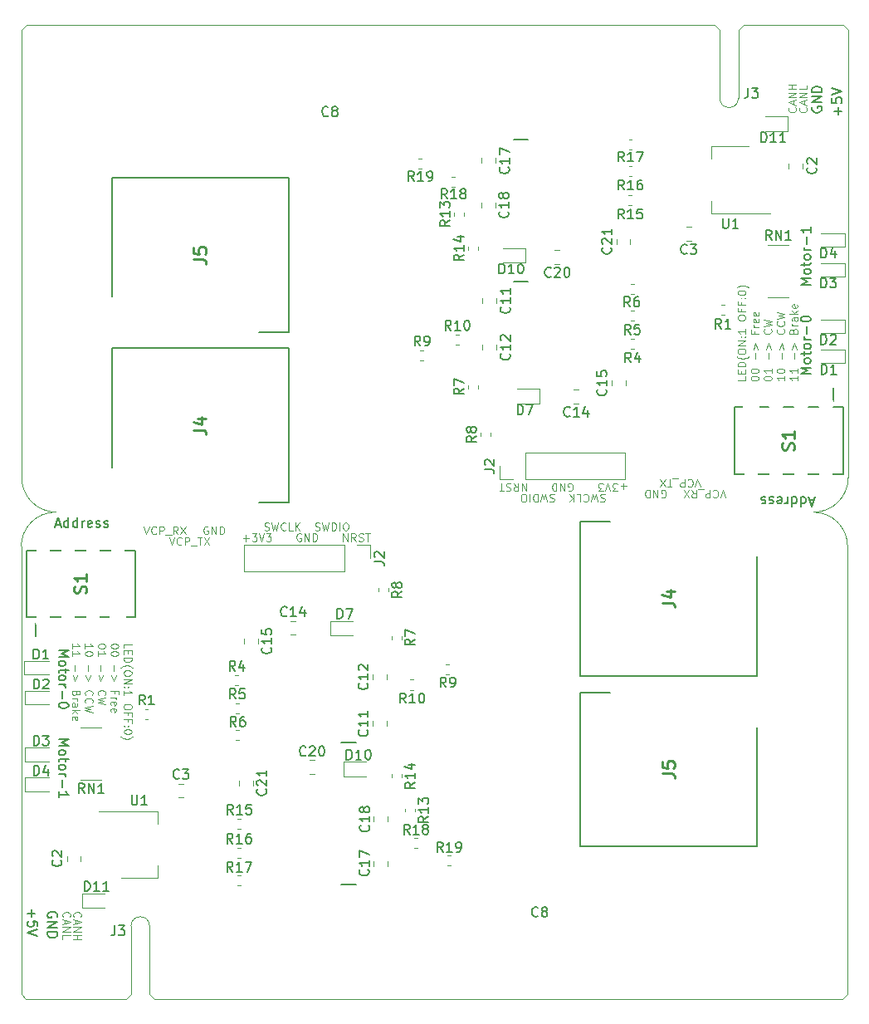
<source format=gbr>
G04 #@! TF.GenerationSoftware,KiCad,Pcbnew,(5.1.5)-3*
G04 #@! TF.CreationDate,2020-03-04T22:49:46+09:00*
G04 #@! TF.ProjectId,CAN_Dual_MDexpress,43414e5f-4475-4616-9c5f-4d4465787072,rev?*
G04 #@! TF.SameCoordinates,Original*
G04 #@! TF.FileFunction,Legend,Top*
G04 #@! TF.FilePolarity,Positive*
%FSLAX46Y46*%
G04 Gerber Fmt 4.6, Leading zero omitted, Abs format (unit mm)*
G04 Created by KiCad (PCBNEW (5.1.5)-3) date 2020-03-04 22:49:46*
%MOMM*%
%LPD*%
G04 APERTURE LIST*
%ADD10C,0.120000*%
%ADD11C,0.150000*%
%ADD12C,0.100000*%
%ADD13C,0.200000*%
%ADD14C,0.254000*%
%ADD15R,1.002000X1.002000*%
%ADD16O,1.802000X1.802000*%
%ADD17R,1.802000X1.802000*%
%ADD18R,2.102000X3.902000*%
%ADD19R,2.102000X1.602000*%
%ADD20R,0.802000X4.402000*%
%ADD21R,0.802000X3.302000*%
%ADD22R,0.902000X1.702000*%
%ADD23R,1.702000X1.702000*%
%ADD24O,1.702000X1.702000*%
%ADD25R,1.577000X0.552000*%
%ADD26R,3.102000X5.102000*%
%ADD27O,2.902000X1.602000*%
%ADD28C,5.202000*%
G04 APERTURE END LIST*
D10*
X177059523Y-87347657D02*
X176450000Y-87347657D01*
X176754761Y-87042895D02*
X176754761Y-87652419D01*
X176145238Y-87842895D02*
X175650000Y-87842895D01*
X175916666Y-87538133D01*
X175802380Y-87538133D01*
X175726190Y-87500038D01*
X175688095Y-87461942D01*
X175650000Y-87385752D01*
X175650000Y-87195276D01*
X175688095Y-87119085D01*
X175726190Y-87080990D01*
X175802380Y-87042895D01*
X176030952Y-87042895D01*
X176107142Y-87080990D01*
X176145238Y-87119085D01*
X175421428Y-87842895D02*
X175154761Y-87042895D01*
X174888095Y-87842895D01*
X174697619Y-87842895D02*
X174202380Y-87842895D01*
X174469047Y-87538133D01*
X174354761Y-87538133D01*
X174278571Y-87500038D01*
X174240476Y-87461942D01*
X174202380Y-87385752D01*
X174202380Y-87195276D01*
X174240476Y-87119085D01*
X174278571Y-87080990D01*
X174354761Y-87042895D01*
X174583333Y-87042895D01*
X174659523Y-87080990D01*
X174697619Y-87119085D01*
X184580942Y-87439695D02*
X184314276Y-86639695D01*
X184047609Y-87439695D01*
X183323800Y-86715885D02*
X183361895Y-86677790D01*
X183476180Y-86639695D01*
X183552371Y-86639695D01*
X183666657Y-86677790D01*
X183742847Y-86753980D01*
X183780942Y-86830171D01*
X183819038Y-86982552D01*
X183819038Y-87096838D01*
X183780942Y-87249219D01*
X183742847Y-87325409D01*
X183666657Y-87401600D01*
X183552371Y-87439695D01*
X183476180Y-87439695D01*
X183361895Y-87401600D01*
X183323800Y-87363504D01*
X182980942Y-86639695D02*
X182980942Y-87439695D01*
X182676180Y-87439695D01*
X182599990Y-87401600D01*
X182561895Y-87363504D01*
X182523800Y-87287314D01*
X182523800Y-87173028D01*
X182561895Y-87096838D01*
X182599990Y-87058742D01*
X182676180Y-87020647D01*
X182980942Y-87020647D01*
X182371419Y-86563504D02*
X181761895Y-86563504D01*
X181685704Y-87439695D02*
X181228561Y-87439695D01*
X181457133Y-86639695D02*
X181457133Y-87439695D01*
X181038085Y-87439695D02*
X180504752Y-86639695D01*
X180504752Y-87439695D02*
X181038085Y-86639695D01*
D11*
X195852380Y-66828571D02*
X194852380Y-66828571D01*
X195566666Y-66495238D01*
X194852380Y-66161904D01*
X195852380Y-66161904D01*
X195852380Y-65542857D02*
X195804761Y-65638095D01*
X195757142Y-65685714D01*
X195661904Y-65733333D01*
X195376190Y-65733333D01*
X195280952Y-65685714D01*
X195233333Y-65638095D01*
X195185714Y-65542857D01*
X195185714Y-65400000D01*
X195233333Y-65304761D01*
X195280952Y-65257142D01*
X195376190Y-65209523D01*
X195661904Y-65209523D01*
X195757142Y-65257142D01*
X195804761Y-65304761D01*
X195852380Y-65400000D01*
X195852380Y-65542857D01*
X195185714Y-64923809D02*
X195185714Y-64542857D01*
X194852380Y-64780952D02*
X195709523Y-64780952D01*
X195804761Y-64733333D01*
X195852380Y-64638095D01*
X195852380Y-64542857D01*
X195852380Y-64066666D02*
X195804761Y-64161904D01*
X195757142Y-64209523D01*
X195661904Y-64257142D01*
X195376190Y-64257142D01*
X195280952Y-64209523D01*
X195233333Y-64161904D01*
X195185714Y-64066666D01*
X195185714Y-63923809D01*
X195233333Y-63828571D01*
X195280952Y-63780952D01*
X195376190Y-63733333D01*
X195661904Y-63733333D01*
X195757142Y-63780952D01*
X195804761Y-63828571D01*
X195852380Y-63923809D01*
X195852380Y-64066666D01*
X195852380Y-63304761D02*
X195185714Y-63304761D01*
X195376190Y-63304761D02*
X195280952Y-63257142D01*
X195233333Y-63209523D01*
X195185714Y-63114285D01*
X195185714Y-63019047D01*
X195471428Y-62685714D02*
X195471428Y-61923809D01*
X195852380Y-60923809D02*
X195852380Y-61495238D01*
X195852380Y-61209523D02*
X194852380Y-61209523D01*
X194995238Y-61304761D01*
X195090476Y-61400000D01*
X195138095Y-61495238D01*
D10*
X171144723Y-87804800D02*
X171220914Y-87842895D01*
X171335200Y-87842895D01*
X171449485Y-87804800D01*
X171525676Y-87728609D01*
X171563771Y-87652419D01*
X171601866Y-87500038D01*
X171601866Y-87385752D01*
X171563771Y-87233371D01*
X171525676Y-87157180D01*
X171449485Y-87080990D01*
X171335200Y-87042895D01*
X171259009Y-87042895D01*
X171144723Y-87080990D01*
X171106628Y-87119085D01*
X171106628Y-87385752D01*
X171259009Y-87385752D01*
X170763771Y-87042895D02*
X170763771Y-87842895D01*
X170306628Y-87042895D01*
X170306628Y-87842895D01*
X169925676Y-87042895D02*
X169925676Y-87842895D01*
X169735200Y-87842895D01*
X169620914Y-87804800D01*
X169544723Y-87728609D01*
X169506628Y-87652419D01*
X169468533Y-87500038D01*
X169468533Y-87385752D01*
X169506628Y-87233371D01*
X169544723Y-87157180D01*
X169620914Y-87080990D01*
X169735200Y-87042895D01*
X169925676Y-87042895D01*
D11*
X196033000Y-48694504D02*
X195985380Y-48789742D01*
X195985380Y-48932600D01*
X196033000Y-49075457D01*
X196128238Y-49170695D01*
X196223476Y-49218314D01*
X196413952Y-49265933D01*
X196556809Y-49265933D01*
X196747285Y-49218314D01*
X196842523Y-49170695D01*
X196937761Y-49075457D01*
X196985380Y-48932600D01*
X196985380Y-48837361D01*
X196937761Y-48694504D01*
X196890142Y-48646885D01*
X196556809Y-48646885D01*
X196556809Y-48837361D01*
X196985380Y-48218314D02*
X195985380Y-48218314D01*
X196985380Y-47646885D01*
X195985380Y-47646885D01*
X196985380Y-47170695D02*
X195985380Y-47170695D01*
X195985380Y-46932600D01*
X196033000Y-46789742D01*
X196128238Y-46694504D01*
X196223476Y-46646885D01*
X196413952Y-46599266D01*
X196556809Y-46599266D01*
X196747285Y-46646885D01*
X196842523Y-46694504D01*
X196937761Y-46789742D01*
X196985380Y-46932600D01*
X196985380Y-47170695D01*
D10*
X194285714Y-48733333D02*
X194323809Y-48771428D01*
X194361904Y-48885714D01*
X194361904Y-48961904D01*
X194323809Y-49076190D01*
X194247619Y-49152380D01*
X194171428Y-49190476D01*
X194019047Y-49228571D01*
X193904761Y-49228571D01*
X193752380Y-49190476D01*
X193676190Y-49152380D01*
X193600000Y-49076190D01*
X193561904Y-48961904D01*
X193561904Y-48885714D01*
X193600000Y-48771428D01*
X193638095Y-48733333D01*
X194133333Y-48428571D02*
X194133333Y-48047619D01*
X194361904Y-48504761D02*
X193561904Y-48238095D01*
X194361904Y-47971428D01*
X194361904Y-47704761D02*
X193561904Y-47704761D01*
X194361904Y-47247619D01*
X193561904Y-47247619D01*
X194361904Y-46866666D02*
X193561904Y-46866666D01*
X193942857Y-46866666D02*
X193942857Y-46409523D01*
X194361904Y-46409523D02*
X193561904Y-46409523D01*
X174859523Y-88176190D02*
X174745238Y-88138095D01*
X174554761Y-88138095D01*
X174478571Y-88176190D01*
X174440476Y-88214285D01*
X174402380Y-88290476D01*
X174402380Y-88366666D01*
X174440476Y-88442857D01*
X174478571Y-88480952D01*
X174554761Y-88519047D01*
X174707142Y-88557142D01*
X174783333Y-88595238D01*
X174821428Y-88633333D01*
X174859523Y-88709523D01*
X174859523Y-88785714D01*
X174821428Y-88861904D01*
X174783333Y-88900000D01*
X174707142Y-88938095D01*
X174516666Y-88938095D01*
X174402380Y-88900000D01*
X174135714Y-88938095D02*
X173945238Y-88138095D01*
X173792857Y-88709523D01*
X173640476Y-88138095D01*
X173450000Y-88938095D01*
X172688095Y-88214285D02*
X172726190Y-88176190D01*
X172840476Y-88138095D01*
X172916666Y-88138095D01*
X173030952Y-88176190D01*
X173107142Y-88252380D01*
X173145238Y-88328571D01*
X173183333Y-88480952D01*
X173183333Y-88595238D01*
X173145238Y-88747619D01*
X173107142Y-88823809D01*
X173030952Y-88900000D01*
X172916666Y-88938095D01*
X172840476Y-88938095D01*
X172726190Y-88900000D01*
X172688095Y-88861904D01*
X171964285Y-88138095D02*
X172345238Y-88138095D01*
X172345238Y-88938095D01*
X171697619Y-88138095D02*
X171697619Y-88938095D01*
X171240476Y-88138095D02*
X171583333Y-88595238D01*
X171240476Y-88938095D02*
X171697619Y-88480952D01*
X195385714Y-48738095D02*
X195423809Y-48776190D01*
X195461904Y-48890476D01*
X195461904Y-48966666D01*
X195423809Y-49080952D01*
X195347619Y-49157142D01*
X195271428Y-49195238D01*
X195119047Y-49233333D01*
X195004761Y-49233333D01*
X194852380Y-49195238D01*
X194776190Y-49157142D01*
X194700000Y-49080952D01*
X194661904Y-48966666D01*
X194661904Y-48890476D01*
X194700000Y-48776190D01*
X194738095Y-48738095D01*
X195233333Y-48433333D02*
X195233333Y-48052380D01*
X195461904Y-48509523D02*
X194661904Y-48242857D01*
X195461904Y-47976190D01*
X195461904Y-47709523D02*
X194661904Y-47709523D01*
X195461904Y-47252380D01*
X194661904Y-47252380D01*
X195461904Y-46490476D02*
X195461904Y-46871428D01*
X194661904Y-46871428D01*
D11*
X198636428Y-49497714D02*
X198636428Y-48735809D01*
X199017380Y-49116761D02*
X198255476Y-49116761D01*
X198017380Y-47783428D02*
X198017380Y-48259619D01*
X198493571Y-48307238D01*
X198445952Y-48259619D01*
X198398333Y-48164380D01*
X198398333Y-47926285D01*
X198445952Y-47831047D01*
X198493571Y-47783428D01*
X198588809Y-47735809D01*
X198826904Y-47735809D01*
X198922142Y-47783428D01*
X198969761Y-47831047D01*
X199017380Y-47926285D01*
X199017380Y-48164380D01*
X198969761Y-48259619D01*
X198922142Y-48307238D01*
X198017380Y-47450095D02*
X199017380Y-47116761D01*
X198017380Y-46783428D01*
D10*
X166849485Y-87042895D02*
X166849485Y-87842895D01*
X166392342Y-87042895D01*
X166392342Y-87842895D01*
X165554247Y-87042895D02*
X165820914Y-87423847D01*
X166011390Y-87042895D02*
X166011390Y-87842895D01*
X165706628Y-87842895D01*
X165630438Y-87804800D01*
X165592342Y-87766704D01*
X165554247Y-87690514D01*
X165554247Y-87576228D01*
X165592342Y-87500038D01*
X165630438Y-87461942D01*
X165706628Y-87423847D01*
X166011390Y-87423847D01*
X165249485Y-87080990D02*
X165135200Y-87042895D01*
X164944723Y-87042895D01*
X164868533Y-87080990D01*
X164830438Y-87119085D01*
X164792342Y-87195276D01*
X164792342Y-87271466D01*
X164830438Y-87347657D01*
X164868533Y-87385752D01*
X164944723Y-87423847D01*
X165097104Y-87461942D01*
X165173295Y-87500038D01*
X165211390Y-87538133D01*
X165249485Y-87614323D01*
X165249485Y-87690514D01*
X165211390Y-87766704D01*
X165173295Y-87804800D01*
X165097104Y-87842895D01*
X164906628Y-87842895D01*
X164792342Y-87804800D01*
X164563771Y-87842895D02*
X164106628Y-87842895D01*
X164335200Y-87042895D02*
X164335200Y-87842895D01*
X187176180Y-88539695D02*
X186909514Y-87739695D01*
X186642847Y-88539695D01*
X185919038Y-87815885D02*
X185957133Y-87777790D01*
X186071419Y-87739695D01*
X186147609Y-87739695D01*
X186261895Y-87777790D01*
X186338085Y-87853980D01*
X186376180Y-87930171D01*
X186414276Y-88082552D01*
X186414276Y-88196838D01*
X186376180Y-88349219D01*
X186338085Y-88425409D01*
X186261895Y-88501600D01*
X186147609Y-88539695D01*
X186071419Y-88539695D01*
X185957133Y-88501600D01*
X185919038Y-88463504D01*
X185576180Y-87739695D02*
X185576180Y-88539695D01*
X185271419Y-88539695D01*
X185195228Y-88501600D01*
X185157133Y-88463504D01*
X185119038Y-88387314D01*
X185119038Y-88273028D01*
X185157133Y-88196838D01*
X185195228Y-88158742D01*
X185271419Y-88120647D01*
X185576180Y-88120647D01*
X184966657Y-87663504D02*
X184357133Y-87663504D01*
X183709514Y-87739695D02*
X183976180Y-88120647D01*
X184166657Y-87739695D02*
X184166657Y-88539695D01*
X183861895Y-88539695D01*
X183785704Y-88501600D01*
X183747609Y-88463504D01*
X183709514Y-88387314D01*
X183709514Y-88273028D01*
X183747609Y-88196838D01*
X183785704Y-88158742D01*
X183861895Y-88120647D01*
X184166657Y-88120647D01*
X183442847Y-88539695D02*
X182909514Y-87739695D01*
X182909514Y-88539695D02*
X183442847Y-87739695D01*
X180633323Y-88501600D02*
X180709514Y-88539695D01*
X180823800Y-88539695D01*
X180938085Y-88501600D01*
X181014276Y-88425409D01*
X181052371Y-88349219D01*
X181090466Y-88196838D01*
X181090466Y-88082552D01*
X181052371Y-87930171D01*
X181014276Y-87853980D01*
X180938085Y-87777790D01*
X180823800Y-87739695D01*
X180747609Y-87739695D01*
X180633323Y-87777790D01*
X180595228Y-87815885D01*
X180595228Y-88082552D01*
X180747609Y-88082552D01*
X180252371Y-87739695D02*
X180252371Y-88539695D01*
X179795228Y-87739695D01*
X179795228Y-88539695D01*
X179414276Y-87739695D02*
X179414276Y-88539695D01*
X179223800Y-88539695D01*
X179109514Y-88501600D01*
X179033323Y-88425409D01*
X178995228Y-88349219D01*
X178957133Y-88196838D01*
X178957133Y-88082552D01*
X178995228Y-87930171D01*
X179033323Y-87853980D01*
X179109514Y-87777790D01*
X179223800Y-87739695D01*
X179414276Y-87739695D01*
D11*
X195852380Y-75928571D02*
X194852380Y-75928571D01*
X195566666Y-75595238D01*
X194852380Y-75261904D01*
X195852380Y-75261904D01*
X195852380Y-74642857D02*
X195804761Y-74738095D01*
X195757142Y-74785714D01*
X195661904Y-74833333D01*
X195376190Y-74833333D01*
X195280952Y-74785714D01*
X195233333Y-74738095D01*
X195185714Y-74642857D01*
X195185714Y-74500000D01*
X195233333Y-74404761D01*
X195280952Y-74357142D01*
X195376190Y-74309523D01*
X195661904Y-74309523D01*
X195757142Y-74357142D01*
X195804761Y-74404761D01*
X195852380Y-74500000D01*
X195852380Y-74642857D01*
X195185714Y-74023809D02*
X195185714Y-73642857D01*
X194852380Y-73880952D02*
X195709523Y-73880952D01*
X195804761Y-73833333D01*
X195852380Y-73738095D01*
X195852380Y-73642857D01*
X195852380Y-73166666D02*
X195804761Y-73261904D01*
X195757142Y-73309523D01*
X195661904Y-73357142D01*
X195376190Y-73357142D01*
X195280952Y-73309523D01*
X195233333Y-73261904D01*
X195185714Y-73166666D01*
X195185714Y-73023809D01*
X195233333Y-72928571D01*
X195280952Y-72880952D01*
X195376190Y-72833333D01*
X195661904Y-72833333D01*
X195757142Y-72880952D01*
X195804761Y-72928571D01*
X195852380Y-73023809D01*
X195852380Y-73166666D01*
X195852380Y-72404761D02*
X195185714Y-72404761D01*
X195376190Y-72404761D02*
X195280952Y-72357142D01*
X195233333Y-72309523D01*
X195185714Y-72214285D01*
X195185714Y-72119047D01*
X195471428Y-71785714D02*
X195471428Y-71023809D01*
X194852380Y-70357142D02*
X194852380Y-70261904D01*
X194900000Y-70166666D01*
X194947619Y-70119047D01*
X195042857Y-70071428D01*
X195233333Y-70023809D01*
X195471428Y-70023809D01*
X195661904Y-70071428D01*
X195757142Y-70119047D01*
X195804761Y-70166666D01*
X195852380Y-70261904D01*
X195852380Y-70357142D01*
X195804761Y-70452380D01*
X195757142Y-70500000D01*
X195661904Y-70547619D01*
X195471428Y-70595238D01*
X195233333Y-70595238D01*
X195042857Y-70547619D01*
X194947619Y-70500000D01*
X194900000Y-70452380D01*
X194852380Y-70357142D01*
D10*
X169695238Y-88176190D02*
X169580952Y-88138095D01*
X169390476Y-88138095D01*
X169314285Y-88176190D01*
X169276190Y-88214285D01*
X169238095Y-88290476D01*
X169238095Y-88366666D01*
X169276190Y-88442857D01*
X169314285Y-88480952D01*
X169390476Y-88519047D01*
X169542857Y-88557142D01*
X169619047Y-88595238D01*
X169657142Y-88633333D01*
X169695238Y-88709523D01*
X169695238Y-88785714D01*
X169657142Y-88861904D01*
X169619047Y-88900000D01*
X169542857Y-88938095D01*
X169352380Y-88938095D01*
X169238095Y-88900000D01*
X168971428Y-88938095D02*
X168780952Y-88138095D01*
X168628571Y-88709523D01*
X168476190Y-88138095D01*
X168285714Y-88938095D01*
X167980952Y-88138095D02*
X167980952Y-88938095D01*
X167790476Y-88938095D01*
X167676190Y-88900000D01*
X167600000Y-88823809D01*
X167561904Y-88747619D01*
X167523809Y-88595238D01*
X167523809Y-88480952D01*
X167561904Y-88328571D01*
X167600000Y-88252380D01*
X167676190Y-88176190D01*
X167790476Y-88138095D01*
X167980952Y-88138095D01*
X167180952Y-88138095D02*
X167180952Y-88938095D01*
X166647619Y-88938095D02*
X166495238Y-88938095D01*
X166419047Y-88900000D01*
X166342857Y-88823809D01*
X166304761Y-88671428D01*
X166304761Y-88404761D01*
X166342857Y-88252380D01*
X166419047Y-88176190D01*
X166495238Y-88138095D01*
X166647619Y-88138095D01*
X166723809Y-88176190D01*
X166800000Y-88252380D01*
X166838095Y-88404761D01*
X166838095Y-88671428D01*
X166800000Y-88823809D01*
X166723809Y-88900000D01*
X166647619Y-88938095D01*
X189221904Y-76150571D02*
X189221904Y-76531523D01*
X188421904Y-76531523D01*
X188802857Y-75883904D02*
X188802857Y-75617238D01*
X189221904Y-75502952D02*
X189221904Y-75883904D01*
X188421904Y-75883904D01*
X188421904Y-75502952D01*
X189221904Y-75160095D02*
X188421904Y-75160095D01*
X188421904Y-74969619D01*
X188460000Y-74855333D01*
X188536190Y-74779142D01*
X188612380Y-74741047D01*
X188764761Y-74702952D01*
X188879047Y-74702952D01*
X189031428Y-74741047D01*
X189107619Y-74779142D01*
X189183809Y-74855333D01*
X189221904Y-74969619D01*
X189221904Y-75160095D01*
X189526666Y-74131523D02*
X189488571Y-74169619D01*
X189374285Y-74245809D01*
X189298095Y-74283904D01*
X189183809Y-74322000D01*
X188993333Y-74360095D01*
X188840952Y-74360095D01*
X188650476Y-74322000D01*
X188536190Y-74283904D01*
X188460000Y-74245809D01*
X188345714Y-74169619D01*
X188307619Y-74131523D01*
X188421904Y-73674380D02*
X188421904Y-73522000D01*
X188460000Y-73445809D01*
X188536190Y-73369619D01*
X188688571Y-73331523D01*
X188955238Y-73331523D01*
X189107619Y-73369619D01*
X189183809Y-73445809D01*
X189221904Y-73522000D01*
X189221904Y-73674380D01*
X189183809Y-73750571D01*
X189107619Y-73826761D01*
X188955238Y-73864857D01*
X188688571Y-73864857D01*
X188536190Y-73826761D01*
X188460000Y-73750571D01*
X188421904Y-73674380D01*
X189221904Y-72988666D02*
X188421904Y-72988666D01*
X189221904Y-72531523D01*
X188421904Y-72531523D01*
X189145714Y-72150571D02*
X189183809Y-72112476D01*
X189221904Y-72150571D01*
X189183809Y-72188666D01*
X189145714Y-72150571D01*
X189221904Y-72150571D01*
X188726666Y-72150571D02*
X188764761Y-72112476D01*
X188802857Y-72150571D01*
X188764761Y-72188666D01*
X188726666Y-72150571D01*
X188802857Y-72150571D01*
X189221904Y-71350571D02*
X189221904Y-71807714D01*
X189221904Y-71579142D02*
X188421904Y-71579142D01*
X188536190Y-71655333D01*
X188612380Y-71731523D01*
X188650476Y-71807714D01*
X188421904Y-70245809D02*
X188421904Y-70093428D01*
X188460000Y-70017238D01*
X188536190Y-69941047D01*
X188688571Y-69902952D01*
X188955238Y-69902952D01*
X189107619Y-69941047D01*
X189183809Y-70017238D01*
X189221904Y-70093428D01*
X189221904Y-70245809D01*
X189183809Y-70322000D01*
X189107619Y-70398190D01*
X188955238Y-70436285D01*
X188688571Y-70436285D01*
X188536190Y-70398190D01*
X188460000Y-70322000D01*
X188421904Y-70245809D01*
X188802857Y-69293428D02*
X188802857Y-69560095D01*
X189221904Y-69560095D02*
X188421904Y-69560095D01*
X188421904Y-69179142D01*
X188802857Y-68607714D02*
X188802857Y-68874380D01*
X189221904Y-68874380D02*
X188421904Y-68874380D01*
X188421904Y-68493428D01*
X189145714Y-68188666D02*
X189183809Y-68150571D01*
X189221904Y-68188666D01*
X189183809Y-68226761D01*
X189145714Y-68188666D01*
X189221904Y-68188666D01*
X188726666Y-68188666D02*
X188764761Y-68150571D01*
X188802857Y-68188666D01*
X188764761Y-68226761D01*
X188726666Y-68188666D01*
X188802857Y-68188666D01*
X188421904Y-67655333D02*
X188421904Y-67579142D01*
X188460000Y-67502952D01*
X188498095Y-67464857D01*
X188574285Y-67426761D01*
X188726666Y-67388666D01*
X188917142Y-67388666D01*
X189069523Y-67426761D01*
X189145714Y-67464857D01*
X189183809Y-67502952D01*
X189221904Y-67579142D01*
X189221904Y-67655333D01*
X189183809Y-67731523D01*
X189145714Y-67769619D01*
X189069523Y-67807714D01*
X188917142Y-67845809D01*
X188726666Y-67845809D01*
X188574285Y-67807714D01*
X188498095Y-67769619D01*
X188460000Y-67731523D01*
X188421904Y-67655333D01*
X189526666Y-67122000D02*
X189488571Y-67083904D01*
X189374285Y-67007714D01*
X189298095Y-66969619D01*
X189183809Y-66931523D01*
X188993333Y-66893428D01*
X188840952Y-66893428D01*
X188650476Y-66931523D01*
X188536190Y-66969619D01*
X188460000Y-67007714D01*
X188345714Y-67083904D01*
X188307619Y-67122000D01*
X189741904Y-76379142D02*
X189741904Y-76302952D01*
X189780000Y-76226761D01*
X189818095Y-76188666D01*
X189894285Y-76150571D01*
X190046666Y-76112476D01*
X190237142Y-76112476D01*
X190389523Y-76150571D01*
X190465714Y-76188666D01*
X190503809Y-76226761D01*
X190541904Y-76302952D01*
X190541904Y-76379142D01*
X190503809Y-76455333D01*
X190465714Y-76493428D01*
X190389523Y-76531523D01*
X190237142Y-76569619D01*
X190046666Y-76569619D01*
X189894285Y-76531523D01*
X189818095Y-76493428D01*
X189780000Y-76455333D01*
X189741904Y-76379142D01*
X189741904Y-75617238D02*
X189741904Y-75541047D01*
X189780000Y-75464857D01*
X189818095Y-75426761D01*
X189894285Y-75388666D01*
X190046666Y-75350571D01*
X190237142Y-75350571D01*
X190389523Y-75388666D01*
X190465714Y-75426761D01*
X190503809Y-75464857D01*
X190541904Y-75541047D01*
X190541904Y-75617238D01*
X190503809Y-75693428D01*
X190465714Y-75731523D01*
X190389523Y-75769619D01*
X190237142Y-75807714D01*
X190046666Y-75807714D01*
X189894285Y-75769619D01*
X189818095Y-75731523D01*
X189780000Y-75693428D01*
X189741904Y-75617238D01*
X190237142Y-74398190D02*
X190237142Y-73788666D01*
X190008571Y-73407714D02*
X190237142Y-72798190D01*
X190465714Y-73407714D01*
X190122857Y-71541047D02*
X190122857Y-71807714D01*
X190541904Y-71807714D02*
X189741904Y-71807714D01*
X189741904Y-71426761D01*
X190541904Y-71122000D02*
X190008571Y-71122000D01*
X190160952Y-71122000D02*
X190084761Y-71083904D01*
X190046666Y-71045809D01*
X190008571Y-70969619D01*
X190008571Y-70893428D01*
X190503809Y-70322000D02*
X190541904Y-70398190D01*
X190541904Y-70550571D01*
X190503809Y-70626761D01*
X190427619Y-70664857D01*
X190122857Y-70664857D01*
X190046666Y-70626761D01*
X190008571Y-70550571D01*
X190008571Y-70398190D01*
X190046666Y-70322000D01*
X190122857Y-70283904D01*
X190199047Y-70283904D01*
X190275238Y-70664857D01*
X190503809Y-69636285D02*
X190541904Y-69712476D01*
X190541904Y-69864857D01*
X190503809Y-69941047D01*
X190427619Y-69979142D01*
X190122857Y-69979142D01*
X190046666Y-69941047D01*
X190008571Y-69864857D01*
X190008571Y-69712476D01*
X190046666Y-69636285D01*
X190122857Y-69598190D01*
X190199047Y-69598190D01*
X190275238Y-69979142D01*
X191061904Y-76379142D02*
X191061904Y-76302952D01*
X191100000Y-76226761D01*
X191138095Y-76188666D01*
X191214285Y-76150571D01*
X191366666Y-76112476D01*
X191557142Y-76112476D01*
X191709523Y-76150571D01*
X191785714Y-76188666D01*
X191823809Y-76226761D01*
X191861904Y-76302952D01*
X191861904Y-76379142D01*
X191823809Y-76455333D01*
X191785714Y-76493428D01*
X191709523Y-76531523D01*
X191557142Y-76569619D01*
X191366666Y-76569619D01*
X191214285Y-76531523D01*
X191138095Y-76493428D01*
X191100000Y-76455333D01*
X191061904Y-76379142D01*
X191861904Y-75350571D02*
X191861904Y-75807714D01*
X191861904Y-75579142D02*
X191061904Y-75579142D01*
X191176190Y-75655333D01*
X191252380Y-75731523D01*
X191290476Y-75807714D01*
X191557142Y-74398190D02*
X191557142Y-73788666D01*
X191328571Y-73407714D02*
X191557142Y-72798190D01*
X191785714Y-73407714D01*
X191785714Y-71350571D02*
X191823809Y-71388666D01*
X191861904Y-71502952D01*
X191861904Y-71579142D01*
X191823809Y-71693428D01*
X191747619Y-71769619D01*
X191671428Y-71807714D01*
X191519047Y-71845809D01*
X191404761Y-71845809D01*
X191252380Y-71807714D01*
X191176190Y-71769619D01*
X191100000Y-71693428D01*
X191061904Y-71579142D01*
X191061904Y-71502952D01*
X191100000Y-71388666D01*
X191138095Y-71350571D01*
X191061904Y-71083904D02*
X191861904Y-70893428D01*
X191290476Y-70741047D01*
X191861904Y-70588666D01*
X191061904Y-70398190D01*
X193181904Y-76112476D02*
X193181904Y-76569619D01*
X193181904Y-76341047D02*
X192381904Y-76341047D01*
X192496190Y-76417238D01*
X192572380Y-76493428D01*
X192610476Y-76569619D01*
X192381904Y-75617238D02*
X192381904Y-75541047D01*
X192420000Y-75464857D01*
X192458095Y-75426761D01*
X192534285Y-75388666D01*
X192686666Y-75350571D01*
X192877142Y-75350571D01*
X193029523Y-75388666D01*
X193105714Y-75426761D01*
X193143809Y-75464857D01*
X193181904Y-75541047D01*
X193181904Y-75617238D01*
X193143809Y-75693428D01*
X193105714Y-75731523D01*
X193029523Y-75769619D01*
X192877142Y-75807714D01*
X192686666Y-75807714D01*
X192534285Y-75769619D01*
X192458095Y-75731523D01*
X192420000Y-75693428D01*
X192381904Y-75617238D01*
X192877142Y-74398190D02*
X192877142Y-73788666D01*
X192648571Y-73407714D02*
X192877142Y-72798190D01*
X193105714Y-73407714D01*
X193105714Y-71350571D02*
X193143809Y-71388666D01*
X193181904Y-71502952D01*
X193181904Y-71579142D01*
X193143809Y-71693428D01*
X193067619Y-71769619D01*
X192991428Y-71807714D01*
X192839047Y-71845809D01*
X192724761Y-71845809D01*
X192572380Y-71807714D01*
X192496190Y-71769619D01*
X192420000Y-71693428D01*
X192381904Y-71579142D01*
X192381904Y-71502952D01*
X192420000Y-71388666D01*
X192458095Y-71350571D01*
X193105714Y-70550571D02*
X193143809Y-70588666D01*
X193181904Y-70702952D01*
X193181904Y-70779142D01*
X193143809Y-70893428D01*
X193067619Y-70969619D01*
X192991428Y-71007714D01*
X192839047Y-71045809D01*
X192724761Y-71045809D01*
X192572380Y-71007714D01*
X192496190Y-70969619D01*
X192420000Y-70893428D01*
X192381904Y-70779142D01*
X192381904Y-70702952D01*
X192420000Y-70588666D01*
X192458095Y-70550571D01*
X192381904Y-70283904D02*
X193181904Y-70093428D01*
X192610476Y-69941047D01*
X193181904Y-69788666D01*
X192381904Y-69598190D01*
X194501904Y-76112476D02*
X194501904Y-76569619D01*
X194501904Y-76341047D02*
X193701904Y-76341047D01*
X193816190Y-76417238D01*
X193892380Y-76493428D01*
X193930476Y-76569619D01*
X194501904Y-75350571D02*
X194501904Y-75807714D01*
X194501904Y-75579142D02*
X193701904Y-75579142D01*
X193816190Y-75655333D01*
X193892380Y-75731523D01*
X193930476Y-75807714D01*
X194197142Y-74398190D02*
X194197142Y-73788666D01*
X193968571Y-73407714D02*
X194197142Y-72798190D01*
X194425714Y-73407714D01*
X194082857Y-71541047D02*
X194120952Y-71426761D01*
X194159047Y-71388666D01*
X194235238Y-71350571D01*
X194349523Y-71350571D01*
X194425714Y-71388666D01*
X194463809Y-71426761D01*
X194501904Y-71502952D01*
X194501904Y-71807714D01*
X193701904Y-71807714D01*
X193701904Y-71541047D01*
X193740000Y-71464857D01*
X193778095Y-71426761D01*
X193854285Y-71388666D01*
X193930476Y-71388666D01*
X194006666Y-71426761D01*
X194044761Y-71464857D01*
X194082857Y-71541047D01*
X194082857Y-71807714D01*
X194501904Y-71007714D02*
X193968571Y-71007714D01*
X194120952Y-71007714D02*
X194044761Y-70969619D01*
X194006666Y-70931523D01*
X193968571Y-70855333D01*
X193968571Y-70779142D01*
X194501904Y-70169619D02*
X194082857Y-70169619D01*
X194006666Y-70207714D01*
X193968571Y-70283904D01*
X193968571Y-70436285D01*
X194006666Y-70512476D01*
X194463809Y-70169619D02*
X194501904Y-70245809D01*
X194501904Y-70436285D01*
X194463809Y-70512476D01*
X194387619Y-70550571D01*
X194311428Y-70550571D01*
X194235238Y-70512476D01*
X194197142Y-70436285D01*
X194197142Y-70245809D01*
X194159047Y-70169619D01*
X194501904Y-69788666D02*
X193701904Y-69788666D01*
X194197142Y-69712476D02*
X194501904Y-69483904D01*
X193968571Y-69483904D02*
X194273333Y-69788666D01*
X194463809Y-68836285D02*
X194501904Y-68912476D01*
X194501904Y-69064857D01*
X194463809Y-69141047D01*
X194387619Y-69179142D01*
X194082857Y-69179142D01*
X194006666Y-69141047D01*
X193968571Y-69064857D01*
X193968571Y-68912476D01*
X194006666Y-68836285D01*
X194082857Y-68798190D01*
X194159047Y-68798190D01*
X194235238Y-69179142D01*
D11*
X196190476Y-88733333D02*
X195714285Y-88733333D01*
X196285714Y-88447619D02*
X195952380Y-89447619D01*
X195619047Y-88447619D01*
X194857142Y-88447619D02*
X194857142Y-89447619D01*
X194857142Y-88495238D02*
X194952380Y-88447619D01*
X195142857Y-88447619D01*
X195238095Y-88495238D01*
X195285714Y-88542857D01*
X195333333Y-88638095D01*
X195333333Y-88923809D01*
X195285714Y-89019047D01*
X195238095Y-89066666D01*
X195142857Y-89114285D01*
X194952380Y-89114285D01*
X194857142Y-89066666D01*
X193952380Y-88447619D02*
X193952380Y-89447619D01*
X193952380Y-88495238D02*
X194047619Y-88447619D01*
X194238095Y-88447619D01*
X194333333Y-88495238D01*
X194380952Y-88542857D01*
X194428571Y-88638095D01*
X194428571Y-88923809D01*
X194380952Y-89019047D01*
X194333333Y-89066666D01*
X194238095Y-89114285D01*
X194047619Y-89114285D01*
X193952380Y-89066666D01*
X193476190Y-88447619D02*
X193476190Y-89114285D01*
X193476190Y-88923809D02*
X193428571Y-89019047D01*
X193380952Y-89066666D01*
X193285714Y-89114285D01*
X193190476Y-89114285D01*
X192476190Y-88495238D02*
X192571428Y-88447619D01*
X192761904Y-88447619D01*
X192857142Y-88495238D01*
X192904761Y-88590476D01*
X192904761Y-88971428D01*
X192857142Y-89066666D01*
X192761904Y-89114285D01*
X192571428Y-89114285D01*
X192476190Y-89066666D01*
X192428571Y-88971428D01*
X192428571Y-88876190D01*
X192904761Y-88780952D01*
X192047619Y-88495238D02*
X191952380Y-88447619D01*
X191761904Y-88447619D01*
X191666666Y-88495238D01*
X191619047Y-88590476D01*
X191619047Y-88638095D01*
X191666666Y-88733333D01*
X191761904Y-88780952D01*
X191904761Y-88780952D01*
X192000000Y-88828571D01*
X192047619Y-88923809D01*
X192047619Y-88971428D01*
X192000000Y-89066666D01*
X191904761Y-89114285D01*
X191761904Y-89114285D01*
X191666666Y-89066666D01*
X191238095Y-88495238D02*
X191142857Y-88447619D01*
X190952380Y-88447619D01*
X190857142Y-88495238D01*
X190809523Y-88590476D01*
X190809523Y-88638095D01*
X190857142Y-88733333D01*
X190952380Y-88780952D01*
X191095238Y-88780952D01*
X191190476Y-88828571D01*
X191238095Y-88923809D01*
X191238095Y-88971428D01*
X191190476Y-89066666D01*
X191095238Y-89114285D01*
X190952380Y-89114285D01*
X190857142Y-89066666D01*
D12*
X199680000Y-86500000D02*
X199680000Y-48750000D01*
X199680000Y-86500000D02*
G75*
G02X196180000Y-90000000I-3500000J0D01*
G01*
X118880000Y-90000000D02*
G75*
G02X115380000Y-86500000I0J3500000D01*
G01*
X115380000Y-86500000D02*
X115380000Y-48750000D01*
D11*
X118809523Y-91266666D02*
X119285714Y-91266666D01*
X118714285Y-91552380D02*
X119047619Y-90552380D01*
X119380952Y-91552380D01*
X120142857Y-91552380D02*
X120142857Y-90552380D01*
X120142857Y-91504761D02*
X120047619Y-91552380D01*
X119857142Y-91552380D01*
X119761904Y-91504761D01*
X119714285Y-91457142D01*
X119666666Y-91361904D01*
X119666666Y-91076190D01*
X119714285Y-90980952D01*
X119761904Y-90933333D01*
X119857142Y-90885714D01*
X120047619Y-90885714D01*
X120142857Y-90933333D01*
X121047619Y-91552380D02*
X121047619Y-90552380D01*
X121047619Y-91504761D02*
X120952380Y-91552380D01*
X120761904Y-91552380D01*
X120666666Y-91504761D01*
X120619047Y-91457142D01*
X120571428Y-91361904D01*
X120571428Y-91076190D01*
X120619047Y-90980952D01*
X120666666Y-90933333D01*
X120761904Y-90885714D01*
X120952380Y-90885714D01*
X121047619Y-90933333D01*
X121523809Y-91552380D02*
X121523809Y-90885714D01*
X121523809Y-91076190D02*
X121571428Y-90980952D01*
X121619047Y-90933333D01*
X121714285Y-90885714D01*
X121809523Y-90885714D01*
X122523809Y-91504761D02*
X122428571Y-91552380D01*
X122238095Y-91552380D01*
X122142857Y-91504761D01*
X122095238Y-91409523D01*
X122095238Y-91028571D01*
X122142857Y-90933333D01*
X122238095Y-90885714D01*
X122428571Y-90885714D01*
X122523809Y-90933333D01*
X122571428Y-91028571D01*
X122571428Y-91123809D01*
X122095238Y-91219047D01*
X122952380Y-91504761D02*
X123047619Y-91552380D01*
X123238095Y-91552380D01*
X123333333Y-91504761D01*
X123380952Y-91409523D01*
X123380952Y-91361904D01*
X123333333Y-91266666D01*
X123238095Y-91219047D01*
X123095238Y-91219047D01*
X122999999Y-91171428D01*
X122952380Y-91076190D01*
X122952380Y-91028571D01*
X122999999Y-90933333D01*
X123095238Y-90885714D01*
X123238095Y-90885714D01*
X123333333Y-90933333D01*
X123761904Y-91504761D02*
X123857142Y-91552380D01*
X124047619Y-91552380D01*
X124142857Y-91504761D01*
X124190476Y-91409523D01*
X124190476Y-91361904D01*
X124142857Y-91266666D01*
X124047619Y-91219047D01*
X123904761Y-91219047D01*
X123809523Y-91171428D01*
X123761904Y-91076190D01*
X123761904Y-91028571D01*
X123809523Y-90933333D01*
X123904761Y-90885714D01*
X124047619Y-90885714D01*
X124142857Y-90933333D01*
D10*
X125778095Y-103849428D02*
X125778095Y-103468476D01*
X126578095Y-103468476D01*
X126197142Y-104116095D02*
X126197142Y-104382761D01*
X125778095Y-104497047D02*
X125778095Y-104116095D01*
X126578095Y-104116095D01*
X126578095Y-104497047D01*
X125778095Y-104839904D02*
X126578095Y-104839904D01*
X126578095Y-105030380D01*
X126540000Y-105144666D01*
X126463809Y-105220857D01*
X126387619Y-105258952D01*
X126235238Y-105297047D01*
X126120952Y-105297047D01*
X125968571Y-105258952D01*
X125892380Y-105220857D01*
X125816190Y-105144666D01*
X125778095Y-105030380D01*
X125778095Y-104839904D01*
X125473333Y-105868476D02*
X125511428Y-105830380D01*
X125625714Y-105754190D01*
X125701904Y-105716095D01*
X125816190Y-105678000D01*
X126006666Y-105639904D01*
X126159047Y-105639904D01*
X126349523Y-105678000D01*
X126463809Y-105716095D01*
X126540000Y-105754190D01*
X126654285Y-105830380D01*
X126692380Y-105868476D01*
X126578095Y-106325619D02*
X126578095Y-106478000D01*
X126540000Y-106554190D01*
X126463809Y-106630380D01*
X126311428Y-106668476D01*
X126044761Y-106668476D01*
X125892380Y-106630380D01*
X125816190Y-106554190D01*
X125778095Y-106478000D01*
X125778095Y-106325619D01*
X125816190Y-106249428D01*
X125892380Y-106173238D01*
X126044761Y-106135142D01*
X126311428Y-106135142D01*
X126463809Y-106173238D01*
X126540000Y-106249428D01*
X126578095Y-106325619D01*
X125778095Y-107011333D02*
X126578095Y-107011333D01*
X125778095Y-107468476D01*
X126578095Y-107468476D01*
X125854285Y-107849428D02*
X125816190Y-107887523D01*
X125778095Y-107849428D01*
X125816190Y-107811333D01*
X125854285Y-107849428D01*
X125778095Y-107849428D01*
X126273333Y-107849428D02*
X126235238Y-107887523D01*
X126197142Y-107849428D01*
X126235238Y-107811333D01*
X126273333Y-107849428D01*
X126197142Y-107849428D01*
X125778095Y-108649428D02*
X125778095Y-108192285D01*
X125778095Y-108420857D02*
X126578095Y-108420857D01*
X126463809Y-108344666D01*
X126387619Y-108268476D01*
X126349523Y-108192285D01*
X126578095Y-109754190D02*
X126578095Y-109906571D01*
X126540000Y-109982761D01*
X126463809Y-110058952D01*
X126311428Y-110097047D01*
X126044761Y-110097047D01*
X125892380Y-110058952D01*
X125816190Y-109982761D01*
X125778095Y-109906571D01*
X125778095Y-109754190D01*
X125816190Y-109678000D01*
X125892380Y-109601809D01*
X126044761Y-109563714D01*
X126311428Y-109563714D01*
X126463809Y-109601809D01*
X126540000Y-109678000D01*
X126578095Y-109754190D01*
X126197142Y-110706571D02*
X126197142Y-110439904D01*
X125778095Y-110439904D02*
X126578095Y-110439904D01*
X126578095Y-110820857D01*
X126197142Y-111392285D02*
X126197142Y-111125619D01*
X125778095Y-111125619D02*
X126578095Y-111125619D01*
X126578095Y-111506571D01*
X125854285Y-111811333D02*
X125816190Y-111849428D01*
X125778095Y-111811333D01*
X125816190Y-111773238D01*
X125854285Y-111811333D01*
X125778095Y-111811333D01*
X126273333Y-111811333D02*
X126235238Y-111849428D01*
X126197142Y-111811333D01*
X126235238Y-111773238D01*
X126273333Y-111811333D01*
X126197142Y-111811333D01*
X126578095Y-112344666D02*
X126578095Y-112420857D01*
X126540000Y-112497047D01*
X126501904Y-112535142D01*
X126425714Y-112573238D01*
X126273333Y-112611333D01*
X126082857Y-112611333D01*
X125930476Y-112573238D01*
X125854285Y-112535142D01*
X125816190Y-112497047D01*
X125778095Y-112420857D01*
X125778095Y-112344666D01*
X125816190Y-112268476D01*
X125854285Y-112230380D01*
X125930476Y-112192285D01*
X126082857Y-112154190D01*
X126273333Y-112154190D01*
X126425714Y-112192285D01*
X126501904Y-112230380D01*
X126540000Y-112268476D01*
X126578095Y-112344666D01*
X125473333Y-112878000D02*
X125511428Y-112916095D01*
X125625714Y-112992285D01*
X125701904Y-113030380D01*
X125816190Y-113068476D01*
X126006666Y-113106571D01*
X126159047Y-113106571D01*
X126349523Y-113068476D01*
X126463809Y-113030380D01*
X126540000Y-112992285D01*
X126654285Y-112916095D01*
X126692380Y-112878000D01*
X125258095Y-103620857D02*
X125258095Y-103697047D01*
X125220000Y-103773238D01*
X125181904Y-103811333D01*
X125105714Y-103849428D01*
X124953333Y-103887523D01*
X124762857Y-103887523D01*
X124610476Y-103849428D01*
X124534285Y-103811333D01*
X124496190Y-103773238D01*
X124458095Y-103697047D01*
X124458095Y-103620857D01*
X124496190Y-103544666D01*
X124534285Y-103506571D01*
X124610476Y-103468476D01*
X124762857Y-103430380D01*
X124953333Y-103430380D01*
X125105714Y-103468476D01*
X125181904Y-103506571D01*
X125220000Y-103544666D01*
X125258095Y-103620857D01*
X125258095Y-104382761D02*
X125258095Y-104458952D01*
X125220000Y-104535142D01*
X125181904Y-104573238D01*
X125105714Y-104611333D01*
X124953333Y-104649428D01*
X124762857Y-104649428D01*
X124610476Y-104611333D01*
X124534285Y-104573238D01*
X124496190Y-104535142D01*
X124458095Y-104458952D01*
X124458095Y-104382761D01*
X124496190Y-104306571D01*
X124534285Y-104268476D01*
X124610476Y-104230380D01*
X124762857Y-104192285D01*
X124953333Y-104192285D01*
X125105714Y-104230380D01*
X125181904Y-104268476D01*
X125220000Y-104306571D01*
X125258095Y-104382761D01*
X124762857Y-105601809D02*
X124762857Y-106211333D01*
X124991428Y-106592285D02*
X124762857Y-107201809D01*
X124534285Y-106592285D01*
X124877142Y-108458952D02*
X124877142Y-108192285D01*
X124458095Y-108192285D02*
X125258095Y-108192285D01*
X125258095Y-108573238D01*
X124458095Y-108878000D02*
X124991428Y-108878000D01*
X124839047Y-108878000D02*
X124915238Y-108916095D01*
X124953333Y-108954190D01*
X124991428Y-109030380D01*
X124991428Y-109106571D01*
X124496190Y-109678000D02*
X124458095Y-109601809D01*
X124458095Y-109449428D01*
X124496190Y-109373238D01*
X124572380Y-109335142D01*
X124877142Y-109335142D01*
X124953333Y-109373238D01*
X124991428Y-109449428D01*
X124991428Y-109601809D01*
X124953333Y-109678000D01*
X124877142Y-109716095D01*
X124800952Y-109716095D01*
X124724761Y-109335142D01*
X124496190Y-110363714D02*
X124458095Y-110287523D01*
X124458095Y-110135142D01*
X124496190Y-110058952D01*
X124572380Y-110020857D01*
X124877142Y-110020857D01*
X124953333Y-110058952D01*
X124991428Y-110135142D01*
X124991428Y-110287523D01*
X124953333Y-110363714D01*
X124877142Y-110401809D01*
X124800952Y-110401809D01*
X124724761Y-110020857D01*
X123938095Y-103620857D02*
X123938095Y-103697047D01*
X123900000Y-103773238D01*
X123861904Y-103811333D01*
X123785714Y-103849428D01*
X123633333Y-103887523D01*
X123442857Y-103887523D01*
X123290476Y-103849428D01*
X123214285Y-103811333D01*
X123176190Y-103773238D01*
X123138095Y-103697047D01*
X123138095Y-103620857D01*
X123176190Y-103544666D01*
X123214285Y-103506571D01*
X123290476Y-103468476D01*
X123442857Y-103430380D01*
X123633333Y-103430380D01*
X123785714Y-103468476D01*
X123861904Y-103506571D01*
X123900000Y-103544666D01*
X123938095Y-103620857D01*
X123138095Y-104649428D02*
X123138095Y-104192285D01*
X123138095Y-104420857D02*
X123938095Y-104420857D01*
X123823809Y-104344666D01*
X123747619Y-104268476D01*
X123709523Y-104192285D01*
X123442857Y-105601809D02*
X123442857Y-106211333D01*
X123671428Y-106592285D02*
X123442857Y-107201809D01*
X123214285Y-106592285D01*
X123214285Y-108649428D02*
X123176190Y-108611333D01*
X123138095Y-108497047D01*
X123138095Y-108420857D01*
X123176190Y-108306571D01*
X123252380Y-108230380D01*
X123328571Y-108192285D01*
X123480952Y-108154190D01*
X123595238Y-108154190D01*
X123747619Y-108192285D01*
X123823809Y-108230380D01*
X123900000Y-108306571D01*
X123938095Y-108420857D01*
X123938095Y-108497047D01*
X123900000Y-108611333D01*
X123861904Y-108649428D01*
X123938095Y-108916095D02*
X123138095Y-109106571D01*
X123709523Y-109258952D01*
X123138095Y-109411333D01*
X123938095Y-109601809D01*
X121818095Y-103887523D02*
X121818095Y-103430380D01*
X121818095Y-103658952D02*
X122618095Y-103658952D01*
X122503809Y-103582761D01*
X122427619Y-103506571D01*
X122389523Y-103430380D01*
X122618095Y-104382761D02*
X122618095Y-104458952D01*
X122580000Y-104535142D01*
X122541904Y-104573238D01*
X122465714Y-104611333D01*
X122313333Y-104649428D01*
X122122857Y-104649428D01*
X121970476Y-104611333D01*
X121894285Y-104573238D01*
X121856190Y-104535142D01*
X121818095Y-104458952D01*
X121818095Y-104382761D01*
X121856190Y-104306571D01*
X121894285Y-104268476D01*
X121970476Y-104230380D01*
X122122857Y-104192285D01*
X122313333Y-104192285D01*
X122465714Y-104230380D01*
X122541904Y-104268476D01*
X122580000Y-104306571D01*
X122618095Y-104382761D01*
X122122857Y-105601809D02*
X122122857Y-106211333D01*
X122351428Y-106592285D02*
X122122857Y-107201809D01*
X121894285Y-106592285D01*
X121894285Y-108649428D02*
X121856190Y-108611333D01*
X121818095Y-108497047D01*
X121818095Y-108420857D01*
X121856190Y-108306571D01*
X121932380Y-108230380D01*
X122008571Y-108192285D01*
X122160952Y-108154190D01*
X122275238Y-108154190D01*
X122427619Y-108192285D01*
X122503809Y-108230380D01*
X122580000Y-108306571D01*
X122618095Y-108420857D01*
X122618095Y-108497047D01*
X122580000Y-108611333D01*
X122541904Y-108649428D01*
X121894285Y-109449428D02*
X121856190Y-109411333D01*
X121818095Y-109297047D01*
X121818095Y-109220857D01*
X121856190Y-109106571D01*
X121932380Y-109030380D01*
X122008571Y-108992285D01*
X122160952Y-108954190D01*
X122275238Y-108954190D01*
X122427619Y-108992285D01*
X122503809Y-109030380D01*
X122580000Y-109106571D01*
X122618095Y-109220857D01*
X122618095Y-109297047D01*
X122580000Y-109411333D01*
X122541904Y-109449428D01*
X122618095Y-109716095D02*
X121818095Y-109906571D01*
X122389523Y-110058952D01*
X121818095Y-110211333D01*
X122618095Y-110401809D01*
X120498095Y-103887523D02*
X120498095Y-103430380D01*
X120498095Y-103658952D02*
X121298095Y-103658952D01*
X121183809Y-103582761D01*
X121107619Y-103506571D01*
X121069523Y-103430380D01*
X120498095Y-104649428D02*
X120498095Y-104192285D01*
X120498095Y-104420857D02*
X121298095Y-104420857D01*
X121183809Y-104344666D01*
X121107619Y-104268476D01*
X121069523Y-104192285D01*
X120802857Y-105601809D02*
X120802857Y-106211333D01*
X121031428Y-106592285D02*
X120802857Y-107201809D01*
X120574285Y-106592285D01*
X120917142Y-108458952D02*
X120879047Y-108573238D01*
X120840952Y-108611333D01*
X120764761Y-108649428D01*
X120650476Y-108649428D01*
X120574285Y-108611333D01*
X120536190Y-108573238D01*
X120498095Y-108497047D01*
X120498095Y-108192285D01*
X121298095Y-108192285D01*
X121298095Y-108458952D01*
X121260000Y-108535142D01*
X121221904Y-108573238D01*
X121145714Y-108611333D01*
X121069523Y-108611333D01*
X120993333Y-108573238D01*
X120955238Y-108535142D01*
X120917142Y-108458952D01*
X120917142Y-108192285D01*
X120498095Y-108992285D02*
X121031428Y-108992285D01*
X120879047Y-108992285D02*
X120955238Y-109030380D01*
X120993333Y-109068476D01*
X121031428Y-109144666D01*
X121031428Y-109220857D01*
X120498095Y-109830380D02*
X120917142Y-109830380D01*
X120993333Y-109792285D01*
X121031428Y-109716095D01*
X121031428Y-109563714D01*
X120993333Y-109487523D01*
X120536190Y-109830380D02*
X120498095Y-109754190D01*
X120498095Y-109563714D01*
X120536190Y-109487523D01*
X120612380Y-109449428D01*
X120688571Y-109449428D01*
X120764761Y-109487523D01*
X120802857Y-109563714D01*
X120802857Y-109754190D01*
X120840952Y-109830380D01*
X120498095Y-110211333D02*
X121298095Y-110211333D01*
X120802857Y-110287523D02*
X120498095Y-110516095D01*
X121031428Y-110516095D02*
X120726666Y-110211333D01*
X120536190Y-111163714D02*
X120498095Y-111087523D01*
X120498095Y-110935142D01*
X120536190Y-110858952D01*
X120612380Y-110820857D01*
X120917142Y-110820857D01*
X120993333Y-110858952D01*
X121031428Y-110935142D01*
X121031428Y-111087523D01*
X120993333Y-111163714D01*
X120917142Y-111201809D01*
X120840952Y-111201809D01*
X120764761Y-110820857D01*
X134366676Y-91498400D02*
X134290485Y-91460304D01*
X134176200Y-91460304D01*
X134061914Y-91498400D01*
X133985723Y-91574590D01*
X133947628Y-91650780D01*
X133909533Y-91803161D01*
X133909533Y-91917447D01*
X133947628Y-92069828D01*
X133985723Y-92146019D01*
X134061914Y-92222209D01*
X134176200Y-92260304D01*
X134252390Y-92260304D01*
X134366676Y-92222209D01*
X134404771Y-92184114D01*
X134404771Y-91917447D01*
X134252390Y-91917447D01*
X134747628Y-92260304D02*
X134747628Y-91460304D01*
X135204771Y-92260304D01*
X135204771Y-91460304D01*
X135585723Y-92260304D02*
X135585723Y-91460304D01*
X135776200Y-91460304D01*
X135890485Y-91498400D01*
X135966676Y-91574590D01*
X136004771Y-91650780D01*
X136042866Y-91803161D01*
X136042866Y-91917447D01*
X136004771Y-92069828D01*
X135966676Y-92146019D01*
X135890485Y-92222209D01*
X135776200Y-92260304D01*
X135585723Y-92260304D01*
D11*
X119147619Y-113171428D02*
X120147619Y-113171428D01*
X119433333Y-113504761D01*
X120147619Y-113838095D01*
X119147619Y-113838095D01*
X119147619Y-114457142D02*
X119195238Y-114361904D01*
X119242857Y-114314285D01*
X119338095Y-114266666D01*
X119623809Y-114266666D01*
X119719047Y-114314285D01*
X119766666Y-114361904D01*
X119814285Y-114457142D01*
X119814285Y-114600000D01*
X119766666Y-114695238D01*
X119719047Y-114742857D01*
X119623809Y-114790476D01*
X119338095Y-114790476D01*
X119242857Y-114742857D01*
X119195238Y-114695238D01*
X119147619Y-114600000D01*
X119147619Y-114457142D01*
X119814285Y-115076190D02*
X119814285Y-115457142D01*
X120147619Y-115219047D02*
X119290476Y-115219047D01*
X119195238Y-115266666D01*
X119147619Y-115361904D01*
X119147619Y-115457142D01*
X119147619Y-115933333D02*
X119195238Y-115838095D01*
X119242857Y-115790476D01*
X119338095Y-115742857D01*
X119623809Y-115742857D01*
X119719047Y-115790476D01*
X119766666Y-115838095D01*
X119814285Y-115933333D01*
X119814285Y-116076190D01*
X119766666Y-116171428D01*
X119719047Y-116219047D01*
X119623809Y-116266666D01*
X119338095Y-116266666D01*
X119242857Y-116219047D01*
X119195238Y-116171428D01*
X119147619Y-116076190D01*
X119147619Y-115933333D01*
X119147619Y-116695238D02*
X119814285Y-116695238D01*
X119623809Y-116695238D02*
X119719047Y-116742857D01*
X119766666Y-116790476D01*
X119814285Y-116885714D01*
X119814285Y-116980952D01*
X119528571Y-117314285D02*
X119528571Y-118076190D01*
X119147619Y-119076190D02*
X119147619Y-118504761D01*
X119147619Y-118790476D02*
X120147619Y-118790476D01*
X120004761Y-118695238D01*
X119909523Y-118600000D01*
X119861904Y-118504761D01*
D10*
X120714285Y-131266666D02*
X120676190Y-131228571D01*
X120638095Y-131114285D01*
X120638095Y-131038095D01*
X120676190Y-130923809D01*
X120752380Y-130847619D01*
X120828571Y-130809523D01*
X120980952Y-130771428D01*
X121095238Y-130771428D01*
X121247619Y-130809523D01*
X121323809Y-130847619D01*
X121400000Y-130923809D01*
X121438095Y-131038095D01*
X121438095Y-131114285D01*
X121400000Y-131228571D01*
X121361904Y-131266666D01*
X120866666Y-131571428D02*
X120866666Y-131952380D01*
X120638095Y-131495238D02*
X121438095Y-131761904D01*
X120638095Y-132028571D01*
X120638095Y-132295238D02*
X121438095Y-132295238D01*
X120638095Y-132752380D01*
X121438095Y-132752380D01*
X120638095Y-133133333D02*
X121438095Y-133133333D01*
X121057142Y-133133333D02*
X121057142Y-133590476D01*
X120638095Y-133590476D02*
X121438095Y-133590476D01*
X119614285Y-131261904D02*
X119576190Y-131223809D01*
X119538095Y-131109523D01*
X119538095Y-131033333D01*
X119576190Y-130919047D01*
X119652380Y-130842857D01*
X119728571Y-130804761D01*
X119880952Y-130766666D01*
X119995238Y-130766666D01*
X120147619Y-130804761D01*
X120223809Y-130842857D01*
X120300000Y-130919047D01*
X120338095Y-131033333D01*
X120338095Y-131109523D01*
X120300000Y-131223809D01*
X120261904Y-131261904D01*
X119766666Y-131566666D02*
X119766666Y-131947619D01*
X119538095Y-131490476D02*
X120338095Y-131757142D01*
X119538095Y-132023809D01*
X119538095Y-132290476D02*
X120338095Y-132290476D01*
X119538095Y-132747619D01*
X120338095Y-132747619D01*
X119538095Y-133509523D02*
X119538095Y-133128571D01*
X120338095Y-133128571D01*
D11*
X119147619Y-104071428D02*
X120147619Y-104071428D01*
X119433333Y-104404761D01*
X120147619Y-104738095D01*
X119147619Y-104738095D01*
X119147619Y-105357142D02*
X119195238Y-105261904D01*
X119242857Y-105214285D01*
X119338095Y-105166666D01*
X119623809Y-105166666D01*
X119719047Y-105214285D01*
X119766666Y-105261904D01*
X119814285Y-105357142D01*
X119814285Y-105500000D01*
X119766666Y-105595238D01*
X119719047Y-105642857D01*
X119623809Y-105690476D01*
X119338095Y-105690476D01*
X119242857Y-105642857D01*
X119195238Y-105595238D01*
X119147619Y-105500000D01*
X119147619Y-105357142D01*
X119814285Y-105976190D02*
X119814285Y-106357142D01*
X120147619Y-106119047D02*
X119290476Y-106119047D01*
X119195238Y-106166666D01*
X119147619Y-106261904D01*
X119147619Y-106357142D01*
X119147619Y-106833333D02*
X119195238Y-106738095D01*
X119242857Y-106690476D01*
X119338095Y-106642857D01*
X119623809Y-106642857D01*
X119719047Y-106690476D01*
X119766666Y-106738095D01*
X119814285Y-106833333D01*
X119814285Y-106976190D01*
X119766666Y-107071428D01*
X119719047Y-107119047D01*
X119623809Y-107166666D01*
X119338095Y-107166666D01*
X119242857Y-107119047D01*
X119195238Y-107071428D01*
X119147619Y-106976190D01*
X119147619Y-106833333D01*
X119147619Y-107595238D02*
X119814285Y-107595238D01*
X119623809Y-107595238D02*
X119719047Y-107642857D01*
X119766666Y-107690476D01*
X119814285Y-107785714D01*
X119814285Y-107880952D01*
X119528571Y-108214285D02*
X119528571Y-108976190D01*
X120147619Y-109642857D02*
X120147619Y-109738095D01*
X120100000Y-109833333D01*
X120052380Y-109880952D01*
X119957142Y-109928571D01*
X119766666Y-109976190D01*
X119528571Y-109976190D01*
X119338095Y-109928571D01*
X119242857Y-109880952D01*
X119195238Y-109833333D01*
X119147619Y-109738095D01*
X119147619Y-109642857D01*
X119195238Y-109547619D01*
X119242857Y-109500000D01*
X119338095Y-109452380D01*
X119528571Y-109404761D01*
X119766666Y-109404761D01*
X119957142Y-109452380D01*
X120052380Y-109500000D01*
X120100000Y-109547619D01*
X120147619Y-109642857D01*
D12*
X115320000Y-93500000D02*
G75*
G02X118820000Y-90000000I3500000J0D01*
G01*
X196120000Y-90000000D02*
G75*
G02X199620000Y-93500000I0J-3500000D01*
G01*
D10*
X127823819Y-91460304D02*
X128090485Y-92260304D01*
X128357152Y-91460304D01*
X129080961Y-92184114D02*
X129042866Y-92222209D01*
X128928580Y-92260304D01*
X128852390Y-92260304D01*
X128738104Y-92222209D01*
X128661914Y-92146019D01*
X128623819Y-92069828D01*
X128585723Y-91917447D01*
X128585723Y-91803161D01*
X128623819Y-91650780D01*
X128661914Y-91574590D01*
X128738104Y-91498400D01*
X128852390Y-91460304D01*
X128928580Y-91460304D01*
X129042866Y-91498400D01*
X129080961Y-91536495D01*
X129423819Y-92260304D02*
X129423819Y-91460304D01*
X129728580Y-91460304D01*
X129804771Y-91498400D01*
X129842866Y-91536495D01*
X129880961Y-91612685D01*
X129880961Y-91726971D01*
X129842866Y-91803161D01*
X129804771Y-91841257D01*
X129728580Y-91879352D01*
X129423819Y-91879352D01*
X130033342Y-92336495D02*
X130642866Y-92336495D01*
X131290485Y-92260304D02*
X131023819Y-91879352D01*
X130833342Y-92260304D02*
X130833342Y-91460304D01*
X131138104Y-91460304D01*
X131214295Y-91498400D01*
X131252390Y-91536495D01*
X131290485Y-91612685D01*
X131290485Y-91726971D01*
X131252390Y-91803161D01*
X131214295Y-91841257D01*
X131138104Y-91879352D01*
X130833342Y-91879352D01*
X131557152Y-91460304D02*
X132090485Y-92260304D01*
X132090485Y-91460304D02*
X131557152Y-92260304D01*
X130419057Y-92560304D02*
X130685723Y-93360304D01*
X130952390Y-92560304D01*
X131676200Y-93284114D02*
X131638104Y-93322209D01*
X131523819Y-93360304D01*
X131447628Y-93360304D01*
X131333342Y-93322209D01*
X131257152Y-93246019D01*
X131219057Y-93169828D01*
X131180961Y-93017447D01*
X131180961Y-92903161D01*
X131219057Y-92750780D01*
X131257152Y-92674590D01*
X131333342Y-92598400D01*
X131447628Y-92560304D01*
X131523819Y-92560304D01*
X131638104Y-92598400D01*
X131676200Y-92636495D01*
X132019057Y-93360304D02*
X132019057Y-92560304D01*
X132323819Y-92560304D01*
X132400009Y-92598400D01*
X132438104Y-92636495D01*
X132476200Y-92712685D01*
X132476200Y-92826971D01*
X132438104Y-92903161D01*
X132400009Y-92941257D01*
X132323819Y-92979352D01*
X132019057Y-92979352D01*
X132628580Y-93436495D02*
X133238104Y-93436495D01*
X133314295Y-92560304D02*
X133771438Y-92560304D01*
X133542866Y-93360304D02*
X133542866Y-92560304D01*
X133961914Y-92560304D02*
X134495247Y-93360304D01*
X134495247Y-92560304D02*
X133961914Y-93360304D01*
X148150514Y-92957104D02*
X148150514Y-92157104D01*
X148607657Y-92957104D01*
X148607657Y-92157104D01*
X149445752Y-92957104D02*
X149179085Y-92576152D01*
X148988609Y-92957104D02*
X148988609Y-92157104D01*
X149293371Y-92157104D01*
X149369561Y-92195200D01*
X149407657Y-92233295D01*
X149445752Y-92309485D01*
X149445752Y-92423771D01*
X149407657Y-92499961D01*
X149369561Y-92538057D01*
X149293371Y-92576152D01*
X148988609Y-92576152D01*
X149750514Y-92919009D02*
X149864800Y-92957104D01*
X150055276Y-92957104D01*
X150131466Y-92919009D01*
X150169561Y-92880914D01*
X150207657Y-92804723D01*
X150207657Y-92728533D01*
X150169561Y-92652342D01*
X150131466Y-92614247D01*
X150055276Y-92576152D01*
X149902895Y-92538057D01*
X149826704Y-92499961D01*
X149788609Y-92461866D01*
X149750514Y-92385676D01*
X149750514Y-92309485D01*
X149788609Y-92233295D01*
X149826704Y-92195200D01*
X149902895Y-92157104D01*
X150093371Y-92157104D01*
X150207657Y-92195200D01*
X150436228Y-92157104D02*
X150893371Y-92157104D01*
X150664800Y-92957104D02*
X150664800Y-92157104D01*
X145304761Y-91823809D02*
X145419047Y-91861904D01*
X145609523Y-91861904D01*
X145685714Y-91823809D01*
X145723809Y-91785714D01*
X145761904Y-91709523D01*
X145761904Y-91633333D01*
X145723809Y-91557142D01*
X145685714Y-91519047D01*
X145609523Y-91480952D01*
X145457142Y-91442857D01*
X145380952Y-91404761D01*
X145342857Y-91366666D01*
X145304761Y-91290476D01*
X145304761Y-91214285D01*
X145342857Y-91138095D01*
X145380952Y-91100000D01*
X145457142Y-91061904D01*
X145647619Y-91061904D01*
X145761904Y-91100000D01*
X146028571Y-91061904D02*
X146219047Y-91861904D01*
X146371428Y-91290476D01*
X146523809Y-91861904D01*
X146714285Y-91061904D01*
X147019047Y-91861904D02*
X147019047Y-91061904D01*
X147209523Y-91061904D01*
X147323809Y-91100000D01*
X147400000Y-91176190D01*
X147438095Y-91252380D01*
X147476190Y-91404761D01*
X147476190Y-91519047D01*
X147438095Y-91671428D01*
X147400000Y-91747619D01*
X147323809Y-91823809D01*
X147209523Y-91861904D01*
X147019047Y-91861904D01*
X147819047Y-91861904D02*
X147819047Y-91061904D01*
X148352380Y-91061904D02*
X148504761Y-91061904D01*
X148580952Y-91100000D01*
X148657142Y-91176190D01*
X148695238Y-91328571D01*
X148695238Y-91595238D01*
X148657142Y-91747619D01*
X148580952Y-91823809D01*
X148504761Y-91861904D01*
X148352380Y-91861904D01*
X148276190Y-91823809D01*
X148200000Y-91747619D01*
X148161904Y-91595238D01*
X148161904Y-91328571D01*
X148200000Y-91176190D01*
X148276190Y-91100000D01*
X148352380Y-91061904D01*
X140140476Y-91823809D02*
X140254761Y-91861904D01*
X140445238Y-91861904D01*
X140521428Y-91823809D01*
X140559523Y-91785714D01*
X140597619Y-91709523D01*
X140597619Y-91633333D01*
X140559523Y-91557142D01*
X140521428Y-91519047D01*
X140445238Y-91480952D01*
X140292857Y-91442857D01*
X140216666Y-91404761D01*
X140178571Y-91366666D01*
X140140476Y-91290476D01*
X140140476Y-91214285D01*
X140178571Y-91138095D01*
X140216666Y-91100000D01*
X140292857Y-91061904D01*
X140483333Y-91061904D01*
X140597619Y-91100000D01*
X140864285Y-91061904D02*
X141054761Y-91861904D01*
X141207142Y-91290476D01*
X141359523Y-91861904D01*
X141550000Y-91061904D01*
X142311904Y-91785714D02*
X142273809Y-91823809D01*
X142159523Y-91861904D01*
X142083333Y-91861904D01*
X141969047Y-91823809D01*
X141892857Y-91747619D01*
X141854761Y-91671428D01*
X141816666Y-91519047D01*
X141816666Y-91404761D01*
X141854761Y-91252380D01*
X141892857Y-91176190D01*
X141969047Y-91100000D01*
X142083333Y-91061904D01*
X142159523Y-91061904D01*
X142273809Y-91100000D01*
X142311904Y-91138095D01*
X143035714Y-91861904D02*
X142654761Y-91861904D01*
X142654761Y-91061904D01*
X143302380Y-91861904D02*
X143302380Y-91061904D01*
X143759523Y-91861904D02*
X143416666Y-91404761D01*
X143759523Y-91061904D02*
X143302380Y-91519047D01*
X143855276Y-92195200D02*
X143779085Y-92157104D01*
X143664800Y-92157104D01*
X143550514Y-92195200D01*
X143474323Y-92271390D01*
X143436228Y-92347580D01*
X143398133Y-92499961D01*
X143398133Y-92614247D01*
X143436228Y-92766628D01*
X143474323Y-92842819D01*
X143550514Y-92919009D01*
X143664800Y-92957104D01*
X143740990Y-92957104D01*
X143855276Y-92919009D01*
X143893371Y-92880914D01*
X143893371Y-92614247D01*
X143740990Y-92614247D01*
X144236228Y-92957104D02*
X144236228Y-92157104D01*
X144693371Y-92957104D01*
X144693371Y-92157104D01*
X145074323Y-92957104D02*
X145074323Y-92157104D01*
X145264800Y-92157104D01*
X145379085Y-92195200D01*
X145455276Y-92271390D01*
X145493371Y-92347580D01*
X145531466Y-92499961D01*
X145531466Y-92614247D01*
X145493371Y-92766628D01*
X145455276Y-92842819D01*
X145379085Y-92919009D01*
X145264800Y-92957104D01*
X145074323Y-92957104D01*
X137940476Y-92652342D02*
X138550000Y-92652342D01*
X138245238Y-92957104D02*
X138245238Y-92347580D01*
X138854761Y-92157104D02*
X139350000Y-92157104D01*
X139083333Y-92461866D01*
X139197619Y-92461866D01*
X139273809Y-92499961D01*
X139311904Y-92538057D01*
X139350000Y-92614247D01*
X139350000Y-92804723D01*
X139311904Y-92880914D01*
X139273809Y-92919009D01*
X139197619Y-92957104D01*
X138969047Y-92957104D01*
X138892857Y-92919009D01*
X138854761Y-92880914D01*
X139578571Y-92157104D02*
X139845238Y-92957104D01*
X140111904Y-92157104D01*
X140302380Y-92157104D02*
X140797619Y-92157104D01*
X140530952Y-92461866D01*
X140645238Y-92461866D01*
X140721428Y-92499961D01*
X140759523Y-92538057D01*
X140797619Y-92614247D01*
X140797619Y-92804723D01*
X140759523Y-92880914D01*
X140721428Y-92919009D01*
X140645238Y-92957104D01*
X140416666Y-92957104D01*
X140340476Y-92919009D01*
X140302380Y-92880914D01*
D11*
X118967000Y-131305495D02*
X119014619Y-131210257D01*
X119014619Y-131067400D01*
X118967000Y-130924542D01*
X118871761Y-130829304D01*
X118776523Y-130781685D01*
X118586047Y-130734066D01*
X118443190Y-130734066D01*
X118252714Y-130781685D01*
X118157476Y-130829304D01*
X118062238Y-130924542D01*
X118014619Y-131067400D01*
X118014619Y-131162638D01*
X118062238Y-131305495D01*
X118109857Y-131353114D01*
X118443190Y-131353114D01*
X118443190Y-131162638D01*
X118014619Y-131781685D02*
X119014619Y-131781685D01*
X118014619Y-132353114D01*
X119014619Y-132353114D01*
X118014619Y-132829304D02*
X119014619Y-132829304D01*
X119014619Y-133067400D01*
X118967000Y-133210257D01*
X118871761Y-133305495D01*
X118776523Y-133353114D01*
X118586047Y-133400733D01*
X118443190Y-133400733D01*
X118252714Y-133353114D01*
X118157476Y-133305495D01*
X118062238Y-133210257D01*
X118014619Y-133067400D01*
X118014619Y-132829304D01*
X116363571Y-130502285D02*
X116363571Y-131264190D01*
X115982619Y-130883238D02*
X116744523Y-130883238D01*
X116982619Y-132216571D02*
X116982619Y-131740380D01*
X116506428Y-131692761D01*
X116554047Y-131740380D01*
X116601666Y-131835619D01*
X116601666Y-132073714D01*
X116554047Y-132168952D01*
X116506428Y-132216571D01*
X116411190Y-132264190D01*
X116173095Y-132264190D01*
X116077857Y-132216571D01*
X116030238Y-132168952D01*
X115982619Y-132073714D01*
X115982619Y-131835619D01*
X116030238Y-131740380D01*
X116077857Y-131692761D01*
X116982619Y-132549904D02*
X115982619Y-132883238D01*
X116982619Y-133216571D01*
D12*
X115320000Y-93500000D02*
X115320000Y-131250000D01*
X199620000Y-93500000D02*
X199620000Y-131250000D01*
D10*
X191500000Y-62730000D02*
X193600000Y-62730000D01*
X191500000Y-68070000D02*
X193600000Y-68070000D01*
X196854500Y-62919000D02*
X199339500Y-62919000D01*
X199339500Y-62919000D02*
X199339500Y-61549000D01*
X199339500Y-61549000D02*
X196854500Y-61549000D01*
X175540000Y-77108578D02*
X175540000Y-76591422D01*
X176960000Y-77108578D02*
X176960000Y-76591422D01*
X164120000Y-86630000D02*
X164120000Y-85300000D01*
X165450000Y-86630000D02*
X164120000Y-86630000D01*
X166720000Y-86630000D02*
X166720000Y-83970000D01*
X166720000Y-83970000D02*
X176940000Y-83970000D01*
X166720000Y-86630000D02*
X176940000Y-86630000D01*
X176940000Y-86630000D02*
X176940000Y-83970000D01*
X196880000Y-74789000D02*
X199365000Y-74789000D01*
X199365000Y-74789000D02*
X199365000Y-73419000D01*
X199365000Y-73419000D02*
X196880000Y-73419000D01*
X196854500Y-71741000D02*
X199339500Y-71741000D01*
X199339500Y-71741000D02*
X199339500Y-70371000D01*
X199339500Y-70371000D02*
X196854500Y-70371000D01*
X165888000Y-78919000D02*
X168173000Y-78919000D01*
X168173000Y-78919000D02*
X168173000Y-77449000D01*
X168173000Y-77449000D02*
X165888000Y-77449000D01*
X196854500Y-65967000D02*
X199339500Y-65967000D01*
X199339500Y-65967000D02*
X199339500Y-64597000D01*
X199339500Y-64597000D02*
X196854500Y-64597000D01*
X185740000Y-52690000D02*
X185740000Y-53950000D01*
X185740000Y-59510000D02*
X185740000Y-58250000D01*
X189500000Y-52690000D02*
X185740000Y-52690000D01*
X191750000Y-59510000D02*
X185740000Y-59510000D01*
D12*
X188480000Y-47800000D02*
G75*
G02X186580000Y-47800000I-950000J0D01*
G01*
X115380000Y-40850000D02*
X115880000Y-40350000D01*
X186580000Y-40850000D02*
X186080000Y-40350000D01*
X188480000Y-40850000D02*
X188980000Y-40350000D01*
X199680000Y-40850000D02*
X199180000Y-40350000D01*
X186080000Y-40350000D02*
X115880000Y-40350000D01*
X115380000Y-48750000D02*
X115380000Y-40850000D01*
X199180000Y-40350000D02*
X188980000Y-40350000D01*
X199680000Y-48750000D02*
X199680000Y-40850000D01*
X186580000Y-47800000D02*
X186580000Y-40850000D01*
X188480000Y-47800000D02*
X188480000Y-40850000D01*
D10*
X176040000Y-62658578D02*
X176040000Y-62141422D01*
X177460000Y-62658578D02*
X177460000Y-62141422D01*
X161910000Y-77375279D02*
X161910000Y-77049721D01*
X160890000Y-77375279D02*
X160890000Y-77049721D01*
X161910000Y-63262779D02*
X161910000Y-62937221D01*
X160890000Y-63262779D02*
X160890000Y-62937221D01*
X164487500Y-64535000D02*
X166772500Y-64535000D01*
X166772500Y-64535000D02*
X166772500Y-63065000D01*
X166772500Y-63065000D02*
X164487500Y-63065000D01*
X171678922Y-78910000D02*
X172196078Y-78910000D01*
X171678922Y-77490000D02*
X172196078Y-77490000D01*
X163710000Y-58996078D02*
X163710000Y-58478922D01*
X162290000Y-58996078D02*
X162290000Y-58478922D01*
X156175279Y-55010000D02*
X155849721Y-55010000D01*
X156175279Y-53990000D02*
X155849721Y-53990000D01*
X156350279Y-73490000D02*
X156024721Y-73490000D01*
X156350279Y-74510000D02*
X156024721Y-74510000D01*
X159575279Y-55790000D02*
X159249721Y-55790000D01*
X159575279Y-56810000D02*
X159249721Y-56810000D01*
X177475721Y-67760000D02*
X177801279Y-67760000D01*
X177475721Y-66740000D02*
X177801279Y-66740000D01*
X177626779Y-54740000D02*
X177301221Y-54740000D01*
X177626779Y-55760000D02*
X177301221Y-55760000D01*
X177850279Y-72344000D02*
X177524721Y-72344000D01*
X177850279Y-73364000D02*
X177524721Y-73364000D01*
X187062779Y-68890000D02*
X186737221Y-68890000D01*
X187062779Y-69910000D02*
X186737221Y-69910000D01*
X177801279Y-69490000D02*
X177475721Y-69490000D01*
X177801279Y-70510000D02*
X177475721Y-70510000D01*
X162390000Y-72941422D02*
X162390000Y-73458578D01*
X163810000Y-72941422D02*
X163810000Y-73458578D01*
X195010000Y-54441422D02*
X195010000Y-54958578D01*
X193590000Y-54441422D02*
X193590000Y-54958578D01*
X162190000Y-81924721D02*
X162190000Y-82250279D01*
X163210000Y-81924721D02*
X163210000Y-82250279D01*
X160510000Y-59775279D02*
X160510000Y-59449721D01*
X159490000Y-59775279D02*
X159490000Y-59449721D01*
X183658578Y-62310000D02*
X183141422Y-62310000D01*
X183658578Y-60890000D02*
X183141422Y-60890000D01*
X169741422Y-63290000D02*
X170258578Y-63290000D01*
X169741422Y-64710000D02*
X170258578Y-64710000D01*
X162290000Y-53878922D02*
X162290000Y-54396078D01*
X163710000Y-53878922D02*
X163710000Y-54396078D01*
X177301221Y-53010000D02*
X177626779Y-53010000D01*
X177301221Y-51990000D02*
X177626779Y-51990000D01*
X177601279Y-57705000D02*
X177275721Y-57705000D01*
X177601279Y-58725000D02*
X177275721Y-58725000D01*
X162390000Y-68178922D02*
X162390000Y-68696078D01*
X163810000Y-68178922D02*
X163810000Y-68696078D01*
D13*
X199162000Y-79306000D02*
X199162000Y-86106000D01*
X199162000Y-86106000D02*
X188062000Y-86106000D01*
X188062000Y-86106000D02*
X188062000Y-79306000D01*
X188062000Y-79306000D02*
X199162000Y-79306000D01*
X198172000Y-77356000D02*
X198172000Y-78956000D01*
D10*
X159649721Y-72910000D02*
X159975279Y-72910000D01*
X159649721Y-71890000D02*
X159975279Y-71890000D01*
D13*
X165553000Y-52048000D02*
X167028000Y-52048000D01*
X165553000Y-66526000D02*
X167028000Y-66526000D01*
D10*
X191212500Y-51135000D02*
X193497500Y-51135000D01*
X193497500Y-51135000D02*
X193497500Y-49665000D01*
X193497500Y-49665000D02*
X191212500Y-49665000D01*
D13*
X142664000Y-89032000D02*
X139600000Y-89032000D01*
X142664000Y-73297000D02*
X142664000Y-89032000D01*
X124600000Y-73297000D02*
X142664000Y-73297000D01*
X124600000Y-85450000D02*
X124600000Y-73297000D01*
X142664000Y-71632000D02*
X139600000Y-71632000D01*
X142664000Y-55897000D02*
X142664000Y-71632000D01*
X124600000Y-55897000D02*
X142664000Y-55897000D01*
X124600000Y-68050000D02*
X124600000Y-55897000D01*
X190400000Y-111950000D02*
X190400000Y-124103000D01*
X190400000Y-124103000D02*
X172336000Y-124103000D01*
X172336000Y-124103000D02*
X172336000Y-108368000D01*
X172336000Y-108368000D02*
X175400000Y-108368000D01*
X190400000Y-94550000D02*
X190400000Y-106703000D01*
X190400000Y-106703000D02*
X172336000Y-106703000D01*
X172336000Y-106703000D02*
X172336000Y-90968000D01*
X172336000Y-90968000D02*
X175400000Y-90968000D01*
D10*
X121502500Y-130335000D02*
X123787500Y-130335000D01*
X121502500Y-128865000D02*
X121502500Y-130335000D01*
X123787500Y-128865000D02*
X121502500Y-128865000D01*
D13*
X149447000Y-113474000D02*
X147972000Y-113474000D01*
X149447000Y-127952000D02*
X147972000Y-127952000D01*
D10*
X155350279Y-108110000D02*
X155024721Y-108110000D01*
X155350279Y-107090000D02*
X155024721Y-107090000D01*
D13*
X116828000Y-102644000D02*
X116828000Y-101044000D01*
X126938000Y-100694000D02*
X115838000Y-100694000D01*
X126938000Y-93894000D02*
X126938000Y-100694000D01*
X115838000Y-93894000D02*
X126938000Y-93894000D01*
X115838000Y-100694000D02*
X115838000Y-93894000D01*
D12*
X126520000Y-132200000D02*
X126520000Y-139150000D01*
X128420000Y-132200000D02*
X128420000Y-139150000D01*
X115320000Y-131250000D02*
X115320000Y-139150000D01*
X115820000Y-139650000D02*
X126020000Y-139650000D01*
X199620000Y-131250000D02*
X199620000Y-139150000D01*
X128920000Y-139650000D02*
X199120000Y-139650000D01*
X115320000Y-139150000D02*
X115820000Y-139650000D01*
X126520000Y-139150000D02*
X126020000Y-139650000D01*
X128420000Y-139150000D02*
X128920000Y-139650000D01*
X199620000Y-139150000D02*
X199120000Y-139650000D01*
X126520000Y-132200000D02*
G75*
G02X128420000Y-132200000I950000J0D01*
G01*
D10*
X138060000Y-93370000D02*
X138060000Y-96030000D01*
X148280000Y-93370000D02*
X138060000Y-93370000D01*
X148280000Y-96030000D02*
X138060000Y-96030000D01*
X148280000Y-93370000D02*
X148280000Y-96030000D01*
X149550000Y-93370000D02*
X150880000Y-93370000D01*
X150880000Y-93370000D02*
X150880000Y-94700000D01*
X146827000Y-102551000D02*
X149112000Y-102551000D01*
X146827000Y-101081000D02*
X146827000Y-102551000D01*
X149112000Y-101081000D02*
X146827000Y-101081000D01*
X154110000Y-102624721D02*
X154110000Y-102950279D01*
X153090000Y-102624721D02*
X153090000Y-102950279D01*
X154110000Y-116737221D02*
X154110000Y-117062779D01*
X153090000Y-116737221D02*
X153090000Y-117062779D01*
X115660500Y-118451000D02*
X118145500Y-118451000D01*
X115660500Y-117081000D02*
X115660500Y-118451000D01*
X118145500Y-117081000D02*
X115660500Y-117081000D01*
X115660500Y-115403000D02*
X118145500Y-115403000D01*
X115660500Y-114033000D02*
X115660500Y-115403000D01*
X118145500Y-114033000D02*
X115660500Y-114033000D01*
X115660500Y-109629000D02*
X118145500Y-109629000D01*
X115660500Y-108259000D02*
X115660500Y-109629000D01*
X118145500Y-108259000D02*
X115660500Y-108259000D01*
X115635000Y-106581000D02*
X118120000Y-106581000D01*
X115635000Y-105211000D02*
X115635000Y-106581000D01*
X118120000Y-105211000D02*
X115635000Y-105211000D01*
X123500000Y-111930000D02*
X121400000Y-111930000D01*
X123500000Y-117270000D02*
X121400000Y-117270000D01*
X138040000Y-102891422D02*
X138040000Y-103408578D01*
X139460000Y-102891422D02*
X139460000Y-103408578D01*
X137540000Y-117341422D02*
X137540000Y-117858578D01*
X138960000Y-117341422D02*
X138960000Y-117858578D01*
X123250000Y-120490000D02*
X129260000Y-120490000D01*
X125500000Y-127310000D02*
X129260000Y-127310000D01*
X129260000Y-120490000D02*
X129260000Y-121750000D01*
X129260000Y-127310000D02*
X129260000Y-126050000D01*
X148227500Y-116935000D02*
X150512500Y-116935000D01*
X148227500Y-115465000D02*
X148227500Y-116935000D01*
X150512500Y-115465000D02*
X148227500Y-115465000D01*
X137524279Y-113260000D02*
X137198721Y-113260000D01*
X137524279Y-112240000D02*
X137198721Y-112240000D01*
X137198721Y-109490000D02*
X137524279Y-109490000D01*
X137198721Y-110510000D02*
X137524279Y-110510000D01*
X137149721Y-106636000D02*
X137475279Y-106636000D01*
X137149721Y-107656000D02*
X137475279Y-107656000D01*
X151790000Y-98075279D02*
X151790000Y-97749721D01*
X152810000Y-98075279D02*
X152810000Y-97749721D01*
X137698779Y-128010000D02*
X137373221Y-128010000D01*
X137698779Y-126990000D02*
X137373221Y-126990000D01*
X137373221Y-124240000D02*
X137698779Y-124240000D01*
X137373221Y-125260000D02*
X137698779Y-125260000D01*
X137398721Y-121275000D02*
X137724279Y-121275000D01*
X137398721Y-122295000D02*
X137724279Y-122295000D01*
X158824721Y-126010000D02*
X159150279Y-126010000D01*
X158824721Y-124990000D02*
X159150279Y-124990000D01*
X158649721Y-105490000D02*
X158975279Y-105490000D01*
X158649721Y-106510000D02*
X158975279Y-106510000D01*
X155510000Y-120224721D02*
X155510000Y-120550279D01*
X154490000Y-120224721D02*
X154490000Y-120550279D01*
X155424721Y-123190000D02*
X155750279Y-123190000D01*
X155424721Y-124210000D02*
X155750279Y-124210000D01*
X127937221Y-110090000D02*
X128262779Y-110090000D01*
X127937221Y-111110000D02*
X128262779Y-111110000D01*
X143321078Y-102510000D02*
X142803922Y-102510000D01*
X143321078Y-101090000D02*
X142803922Y-101090000D01*
X151190000Y-107058578D02*
X151190000Y-106541422D01*
X152610000Y-107058578D02*
X152610000Y-106541422D01*
X151190000Y-111821078D02*
X151190000Y-111303922D01*
X152610000Y-111821078D02*
X152610000Y-111303922D01*
X145258578Y-115290000D02*
X144741422Y-115290000D01*
X145258578Y-116710000D02*
X144741422Y-116710000D01*
X152710000Y-121003922D02*
X152710000Y-121521078D01*
X151290000Y-121003922D02*
X151290000Y-121521078D01*
X151290000Y-126121078D02*
X151290000Y-125603922D01*
X152710000Y-126121078D02*
X152710000Y-125603922D01*
X131341422Y-119110000D02*
X131858578Y-119110000D01*
X131341422Y-117690000D02*
X131858578Y-117690000D01*
X121410000Y-125558578D02*
X121410000Y-125041422D01*
X119990000Y-125558578D02*
X119990000Y-125041422D01*
D11*
X191859523Y-62252380D02*
X191526190Y-61776190D01*
X191288095Y-62252380D02*
X191288095Y-61252380D01*
X191669047Y-61252380D01*
X191764285Y-61300000D01*
X191811904Y-61347619D01*
X191859523Y-61442857D01*
X191859523Y-61585714D01*
X191811904Y-61680952D01*
X191764285Y-61728571D01*
X191669047Y-61776190D01*
X191288095Y-61776190D01*
X192288095Y-62252380D02*
X192288095Y-61252380D01*
X192859523Y-62252380D01*
X192859523Y-61252380D01*
X193859523Y-62252380D02*
X193288095Y-62252380D01*
X193573809Y-62252380D02*
X193573809Y-61252380D01*
X193478571Y-61395238D01*
X193383333Y-61490476D01*
X193288095Y-61538095D01*
X196916404Y-64066380D02*
X196916404Y-63066380D01*
X197154500Y-63066380D01*
X197297357Y-63114000D01*
X197392595Y-63209238D01*
X197440214Y-63304476D01*
X197487833Y-63494952D01*
X197487833Y-63637809D01*
X197440214Y-63828285D01*
X197392595Y-63923523D01*
X197297357Y-64018761D01*
X197154500Y-64066380D01*
X196916404Y-64066380D01*
X198344976Y-63399714D02*
X198344976Y-64066380D01*
X198106880Y-63018761D02*
X197868785Y-63733047D01*
X198487833Y-63733047D01*
X174957142Y-77492857D02*
X175004761Y-77540476D01*
X175052380Y-77683333D01*
X175052380Y-77778571D01*
X175004761Y-77921428D01*
X174909523Y-78016666D01*
X174814285Y-78064285D01*
X174623809Y-78111904D01*
X174480952Y-78111904D01*
X174290476Y-78064285D01*
X174195238Y-78016666D01*
X174100000Y-77921428D01*
X174052380Y-77778571D01*
X174052380Y-77683333D01*
X174100000Y-77540476D01*
X174147619Y-77492857D01*
X175052380Y-76540476D02*
X175052380Y-77111904D01*
X175052380Y-76826190D02*
X174052380Y-76826190D01*
X174195238Y-76921428D01*
X174290476Y-77016666D01*
X174338095Y-77111904D01*
X174052380Y-75635714D02*
X174052380Y-76111904D01*
X174528571Y-76159523D01*
X174480952Y-76111904D01*
X174433333Y-76016666D01*
X174433333Y-75778571D01*
X174480952Y-75683333D01*
X174528571Y-75635714D01*
X174623809Y-75588095D01*
X174861904Y-75588095D01*
X174957142Y-75635714D01*
X175004761Y-75683333D01*
X175052380Y-75778571D01*
X175052380Y-76016666D01*
X175004761Y-76111904D01*
X174957142Y-76159523D01*
X162572380Y-85633333D02*
X163286666Y-85633333D01*
X163429523Y-85680952D01*
X163524761Y-85776190D01*
X163572380Y-85919047D01*
X163572380Y-86014285D01*
X162667619Y-85204761D02*
X162620000Y-85157142D01*
X162572380Y-85061904D01*
X162572380Y-84823809D01*
X162620000Y-84728571D01*
X162667619Y-84680952D01*
X162762857Y-84633333D01*
X162858095Y-84633333D01*
X163000952Y-84680952D01*
X163572380Y-85252380D01*
X163572380Y-84633333D01*
X196941904Y-75936380D02*
X196941904Y-74936380D01*
X197180000Y-74936380D01*
X197322857Y-74984000D01*
X197418095Y-75079238D01*
X197465714Y-75174476D01*
X197513333Y-75364952D01*
X197513333Y-75507809D01*
X197465714Y-75698285D01*
X197418095Y-75793523D01*
X197322857Y-75888761D01*
X197180000Y-75936380D01*
X196941904Y-75936380D01*
X198465714Y-75936380D02*
X197894285Y-75936380D01*
X198180000Y-75936380D02*
X198180000Y-74936380D01*
X198084761Y-75079238D01*
X197989523Y-75174476D01*
X197894285Y-75222095D01*
X196916404Y-72888380D02*
X196916404Y-71888380D01*
X197154500Y-71888380D01*
X197297357Y-71936000D01*
X197392595Y-72031238D01*
X197440214Y-72126476D01*
X197487833Y-72316952D01*
X197487833Y-72459809D01*
X197440214Y-72650285D01*
X197392595Y-72745523D01*
X197297357Y-72840761D01*
X197154500Y-72888380D01*
X196916404Y-72888380D01*
X197868785Y-71983619D02*
X197916404Y-71936000D01*
X198011642Y-71888380D01*
X198249738Y-71888380D01*
X198344976Y-71936000D01*
X198392595Y-71983619D01*
X198440214Y-72078857D01*
X198440214Y-72174095D01*
X198392595Y-72316952D01*
X197821166Y-72888380D01*
X198440214Y-72888380D01*
X165949904Y-80066380D02*
X165949904Y-79066380D01*
X166188000Y-79066380D01*
X166330857Y-79114000D01*
X166426095Y-79209238D01*
X166473714Y-79304476D01*
X166521333Y-79494952D01*
X166521333Y-79637809D01*
X166473714Y-79828285D01*
X166426095Y-79923523D01*
X166330857Y-80018761D01*
X166188000Y-80066380D01*
X165949904Y-80066380D01*
X166854666Y-79066380D02*
X167521333Y-79066380D01*
X167092761Y-80066380D01*
X196916404Y-67114380D02*
X196916404Y-66114380D01*
X197154500Y-66114380D01*
X197297357Y-66162000D01*
X197392595Y-66257238D01*
X197440214Y-66352476D01*
X197487833Y-66542952D01*
X197487833Y-66685809D01*
X197440214Y-66876285D01*
X197392595Y-66971523D01*
X197297357Y-67066761D01*
X197154500Y-67114380D01*
X196916404Y-67114380D01*
X197821166Y-66114380D02*
X198440214Y-66114380D01*
X198106880Y-66495333D01*
X198249738Y-66495333D01*
X198344976Y-66542952D01*
X198392595Y-66590571D01*
X198440214Y-66685809D01*
X198440214Y-66923904D01*
X198392595Y-67019142D01*
X198344976Y-67066761D01*
X198249738Y-67114380D01*
X197964023Y-67114380D01*
X197868785Y-67066761D01*
X197821166Y-67019142D01*
X186888095Y-60052380D02*
X186888095Y-60861904D01*
X186935714Y-60957142D01*
X186983333Y-61004761D01*
X187078571Y-61052380D01*
X187269047Y-61052380D01*
X187364285Y-61004761D01*
X187411904Y-60957142D01*
X187459523Y-60861904D01*
X187459523Y-60052380D01*
X188459523Y-61052380D02*
X187888095Y-61052380D01*
X188173809Y-61052380D02*
X188173809Y-60052380D01*
X188078571Y-60195238D01*
X187983333Y-60290476D01*
X187888095Y-60338095D01*
X189466666Y-46752380D02*
X189466666Y-47466666D01*
X189419047Y-47609523D01*
X189323809Y-47704761D01*
X189180952Y-47752380D01*
X189085714Y-47752380D01*
X189847619Y-46752380D02*
X190466666Y-46752380D01*
X190133333Y-47133333D01*
X190276190Y-47133333D01*
X190371428Y-47180952D01*
X190419047Y-47228571D01*
X190466666Y-47323809D01*
X190466666Y-47561904D01*
X190419047Y-47657142D01*
X190371428Y-47704761D01*
X190276190Y-47752380D01*
X189990476Y-47752380D01*
X189895238Y-47704761D01*
X189847619Y-47657142D01*
X146633333Y-49557142D02*
X146585714Y-49604761D01*
X146442857Y-49652380D01*
X146347619Y-49652380D01*
X146204761Y-49604761D01*
X146109523Y-49509523D01*
X146061904Y-49414285D01*
X146014285Y-49223809D01*
X146014285Y-49080952D01*
X146061904Y-48890476D01*
X146109523Y-48795238D01*
X146204761Y-48700000D01*
X146347619Y-48652380D01*
X146442857Y-48652380D01*
X146585714Y-48700000D01*
X146633333Y-48747619D01*
X147204761Y-49080952D02*
X147109523Y-49033333D01*
X147061904Y-48985714D01*
X147014285Y-48890476D01*
X147014285Y-48842857D01*
X147061904Y-48747619D01*
X147109523Y-48700000D01*
X147204761Y-48652380D01*
X147395238Y-48652380D01*
X147490476Y-48700000D01*
X147538095Y-48747619D01*
X147585714Y-48842857D01*
X147585714Y-48890476D01*
X147538095Y-48985714D01*
X147490476Y-49033333D01*
X147395238Y-49080952D01*
X147204761Y-49080952D01*
X147109523Y-49128571D01*
X147061904Y-49176190D01*
X147014285Y-49271428D01*
X147014285Y-49461904D01*
X147061904Y-49557142D01*
X147109523Y-49604761D01*
X147204761Y-49652380D01*
X147395238Y-49652380D01*
X147490476Y-49604761D01*
X147538095Y-49557142D01*
X147585714Y-49461904D01*
X147585714Y-49271428D01*
X147538095Y-49176190D01*
X147490476Y-49128571D01*
X147395238Y-49080952D01*
X175457142Y-63042857D02*
X175504761Y-63090476D01*
X175552380Y-63233333D01*
X175552380Y-63328571D01*
X175504761Y-63471428D01*
X175409523Y-63566666D01*
X175314285Y-63614285D01*
X175123809Y-63661904D01*
X174980952Y-63661904D01*
X174790476Y-63614285D01*
X174695238Y-63566666D01*
X174600000Y-63471428D01*
X174552380Y-63328571D01*
X174552380Y-63233333D01*
X174600000Y-63090476D01*
X174647619Y-63042857D01*
X174647619Y-62661904D02*
X174600000Y-62614285D01*
X174552380Y-62519047D01*
X174552380Y-62280952D01*
X174600000Y-62185714D01*
X174647619Y-62138095D01*
X174742857Y-62090476D01*
X174838095Y-62090476D01*
X174980952Y-62138095D01*
X175552380Y-62709523D01*
X175552380Y-62090476D01*
X175552380Y-61138095D02*
X175552380Y-61709523D01*
X175552380Y-61423809D02*
X174552380Y-61423809D01*
X174695238Y-61519047D01*
X174790476Y-61614285D01*
X174838095Y-61709523D01*
X160452380Y-77379166D02*
X159976190Y-77712500D01*
X160452380Y-77950595D02*
X159452380Y-77950595D01*
X159452380Y-77569642D01*
X159500000Y-77474404D01*
X159547619Y-77426785D01*
X159642857Y-77379166D01*
X159785714Y-77379166D01*
X159880952Y-77426785D01*
X159928571Y-77474404D01*
X159976190Y-77569642D01*
X159976190Y-77950595D01*
X159452380Y-77045833D02*
X159452380Y-76379166D01*
X160452380Y-76807738D01*
X160452380Y-63742857D02*
X159976190Y-64076190D01*
X160452380Y-64314285D02*
X159452380Y-64314285D01*
X159452380Y-63933333D01*
X159500000Y-63838095D01*
X159547619Y-63790476D01*
X159642857Y-63742857D01*
X159785714Y-63742857D01*
X159880952Y-63790476D01*
X159928571Y-63838095D01*
X159976190Y-63933333D01*
X159976190Y-64314285D01*
X160452380Y-62790476D02*
X160452380Y-63361904D01*
X160452380Y-63076190D02*
X159452380Y-63076190D01*
X159595238Y-63171428D01*
X159690476Y-63266666D01*
X159738095Y-63361904D01*
X159785714Y-61933333D02*
X160452380Y-61933333D01*
X159404761Y-62171428D02*
X160119047Y-62409523D01*
X160119047Y-61790476D01*
X164073214Y-65682380D02*
X164073214Y-64682380D01*
X164311309Y-64682380D01*
X164454166Y-64730000D01*
X164549404Y-64825238D01*
X164597023Y-64920476D01*
X164644642Y-65110952D01*
X164644642Y-65253809D01*
X164597023Y-65444285D01*
X164549404Y-65539523D01*
X164454166Y-65634761D01*
X164311309Y-65682380D01*
X164073214Y-65682380D01*
X165597023Y-65682380D02*
X165025595Y-65682380D01*
X165311309Y-65682380D02*
X165311309Y-64682380D01*
X165216071Y-64825238D01*
X165120833Y-64920476D01*
X165025595Y-64968095D01*
X166216071Y-64682380D02*
X166311309Y-64682380D01*
X166406547Y-64730000D01*
X166454166Y-64777619D01*
X166501785Y-64872857D01*
X166549404Y-65063333D01*
X166549404Y-65301428D01*
X166501785Y-65491904D01*
X166454166Y-65587142D01*
X166406547Y-65634761D01*
X166311309Y-65682380D01*
X166216071Y-65682380D01*
X166120833Y-65634761D01*
X166073214Y-65587142D01*
X166025595Y-65491904D01*
X165977976Y-65301428D01*
X165977976Y-65063333D01*
X166025595Y-64872857D01*
X166073214Y-64777619D01*
X166120833Y-64730000D01*
X166216071Y-64682380D01*
X171294642Y-80173142D02*
X171247023Y-80220761D01*
X171104166Y-80268380D01*
X171008928Y-80268380D01*
X170866071Y-80220761D01*
X170770833Y-80125523D01*
X170723214Y-80030285D01*
X170675595Y-79839809D01*
X170675595Y-79696952D01*
X170723214Y-79506476D01*
X170770833Y-79411238D01*
X170866071Y-79316000D01*
X171008928Y-79268380D01*
X171104166Y-79268380D01*
X171247023Y-79316000D01*
X171294642Y-79363619D01*
X172247023Y-80268380D02*
X171675595Y-80268380D01*
X171961309Y-80268380D02*
X171961309Y-79268380D01*
X171866071Y-79411238D01*
X171770833Y-79506476D01*
X171675595Y-79554095D01*
X173104166Y-79601714D02*
X173104166Y-80268380D01*
X172866071Y-79220761D02*
X172627976Y-79935047D01*
X173247023Y-79935047D01*
X164957142Y-59342857D02*
X165004761Y-59390476D01*
X165052380Y-59533333D01*
X165052380Y-59628571D01*
X165004761Y-59771428D01*
X164909523Y-59866666D01*
X164814285Y-59914285D01*
X164623809Y-59961904D01*
X164480952Y-59961904D01*
X164290476Y-59914285D01*
X164195238Y-59866666D01*
X164100000Y-59771428D01*
X164052380Y-59628571D01*
X164052380Y-59533333D01*
X164100000Y-59390476D01*
X164147619Y-59342857D01*
X165052380Y-58390476D02*
X165052380Y-58961904D01*
X165052380Y-58676190D02*
X164052380Y-58676190D01*
X164195238Y-58771428D01*
X164290476Y-58866666D01*
X164338095Y-58961904D01*
X164480952Y-57819047D02*
X164433333Y-57914285D01*
X164385714Y-57961904D01*
X164290476Y-58009523D01*
X164242857Y-58009523D01*
X164147619Y-57961904D01*
X164100000Y-57914285D01*
X164052380Y-57819047D01*
X164052380Y-57628571D01*
X164100000Y-57533333D01*
X164147619Y-57485714D01*
X164242857Y-57438095D01*
X164290476Y-57438095D01*
X164385714Y-57485714D01*
X164433333Y-57533333D01*
X164480952Y-57628571D01*
X164480952Y-57819047D01*
X164528571Y-57914285D01*
X164576190Y-57961904D01*
X164671428Y-58009523D01*
X164861904Y-58009523D01*
X164957142Y-57961904D01*
X165004761Y-57914285D01*
X165052380Y-57819047D01*
X165052380Y-57628571D01*
X165004761Y-57533333D01*
X164957142Y-57485714D01*
X164861904Y-57438095D01*
X164671428Y-57438095D01*
X164576190Y-57485714D01*
X164528571Y-57533333D01*
X164480952Y-57628571D01*
X155382142Y-56252380D02*
X155048809Y-55776190D01*
X154810714Y-56252380D02*
X154810714Y-55252380D01*
X155191666Y-55252380D01*
X155286904Y-55300000D01*
X155334523Y-55347619D01*
X155382142Y-55442857D01*
X155382142Y-55585714D01*
X155334523Y-55680952D01*
X155286904Y-55728571D01*
X155191666Y-55776190D01*
X154810714Y-55776190D01*
X156334523Y-56252380D02*
X155763095Y-56252380D01*
X156048809Y-56252380D02*
X156048809Y-55252380D01*
X155953571Y-55395238D01*
X155858333Y-55490476D01*
X155763095Y-55538095D01*
X156810714Y-56252380D02*
X157001190Y-56252380D01*
X157096428Y-56204761D01*
X157144047Y-56157142D01*
X157239285Y-56014285D01*
X157286904Y-55823809D01*
X157286904Y-55442857D01*
X157239285Y-55347619D01*
X157191666Y-55300000D01*
X157096428Y-55252380D01*
X156905952Y-55252380D01*
X156810714Y-55300000D01*
X156763095Y-55347619D01*
X156715476Y-55442857D01*
X156715476Y-55680952D01*
X156763095Y-55776190D01*
X156810714Y-55823809D01*
X156905952Y-55871428D01*
X157096428Y-55871428D01*
X157191666Y-55823809D01*
X157239285Y-55776190D01*
X157286904Y-55680952D01*
X156020833Y-73052380D02*
X155687500Y-72576190D01*
X155449404Y-73052380D02*
X155449404Y-72052380D01*
X155830357Y-72052380D01*
X155925595Y-72100000D01*
X155973214Y-72147619D01*
X156020833Y-72242857D01*
X156020833Y-72385714D01*
X155973214Y-72480952D01*
X155925595Y-72528571D01*
X155830357Y-72576190D01*
X155449404Y-72576190D01*
X156497023Y-73052380D02*
X156687500Y-73052380D01*
X156782738Y-73004761D01*
X156830357Y-72957142D01*
X156925595Y-72814285D01*
X156973214Y-72623809D01*
X156973214Y-72242857D01*
X156925595Y-72147619D01*
X156877976Y-72100000D01*
X156782738Y-72052380D01*
X156592261Y-72052380D01*
X156497023Y-72100000D01*
X156449404Y-72147619D01*
X156401785Y-72242857D01*
X156401785Y-72480952D01*
X156449404Y-72576190D01*
X156497023Y-72623809D01*
X156592261Y-72671428D01*
X156782738Y-72671428D01*
X156877976Y-72623809D01*
X156925595Y-72576190D01*
X156973214Y-72480952D01*
X158769642Y-58052380D02*
X158436309Y-57576190D01*
X158198214Y-58052380D02*
X158198214Y-57052380D01*
X158579166Y-57052380D01*
X158674404Y-57100000D01*
X158722023Y-57147619D01*
X158769642Y-57242857D01*
X158769642Y-57385714D01*
X158722023Y-57480952D01*
X158674404Y-57528571D01*
X158579166Y-57576190D01*
X158198214Y-57576190D01*
X159722023Y-58052380D02*
X159150595Y-58052380D01*
X159436309Y-58052380D02*
X159436309Y-57052380D01*
X159341071Y-57195238D01*
X159245833Y-57290476D01*
X159150595Y-57338095D01*
X160293452Y-57480952D02*
X160198214Y-57433333D01*
X160150595Y-57385714D01*
X160102976Y-57290476D01*
X160102976Y-57242857D01*
X160150595Y-57147619D01*
X160198214Y-57100000D01*
X160293452Y-57052380D01*
X160483928Y-57052380D01*
X160579166Y-57100000D01*
X160626785Y-57147619D01*
X160674404Y-57242857D01*
X160674404Y-57290476D01*
X160626785Y-57385714D01*
X160579166Y-57433333D01*
X160483928Y-57480952D01*
X160293452Y-57480952D01*
X160198214Y-57528571D01*
X160150595Y-57576190D01*
X160102976Y-57671428D01*
X160102976Y-57861904D01*
X160150595Y-57957142D01*
X160198214Y-58004761D01*
X160293452Y-58052380D01*
X160483928Y-58052380D01*
X160579166Y-58004761D01*
X160626785Y-57957142D01*
X160674404Y-57861904D01*
X160674404Y-57671428D01*
X160626785Y-57576190D01*
X160579166Y-57528571D01*
X160483928Y-57480952D01*
X177433333Y-69052380D02*
X177100000Y-68576190D01*
X176861904Y-69052380D02*
X176861904Y-68052380D01*
X177242857Y-68052380D01*
X177338095Y-68100000D01*
X177385714Y-68147619D01*
X177433333Y-68242857D01*
X177433333Y-68385714D01*
X177385714Y-68480952D01*
X177338095Y-68528571D01*
X177242857Y-68576190D01*
X176861904Y-68576190D01*
X178290476Y-68052380D02*
X178100000Y-68052380D01*
X178004761Y-68100000D01*
X177957142Y-68147619D01*
X177861904Y-68290476D01*
X177814285Y-68480952D01*
X177814285Y-68861904D01*
X177861904Y-68957142D01*
X177909523Y-69004761D01*
X178004761Y-69052380D01*
X178195238Y-69052380D01*
X178290476Y-69004761D01*
X178338095Y-68957142D01*
X178385714Y-68861904D01*
X178385714Y-68623809D01*
X178338095Y-68528571D01*
X178290476Y-68480952D01*
X178195238Y-68433333D01*
X178004761Y-68433333D01*
X177909523Y-68480952D01*
X177861904Y-68528571D01*
X177814285Y-68623809D01*
X176821142Y-57132380D02*
X176487809Y-56656190D01*
X176249714Y-57132380D02*
X176249714Y-56132380D01*
X176630666Y-56132380D01*
X176725904Y-56180000D01*
X176773523Y-56227619D01*
X176821142Y-56322857D01*
X176821142Y-56465714D01*
X176773523Y-56560952D01*
X176725904Y-56608571D01*
X176630666Y-56656190D01*
X176249714Y-56656190D01*
X177773523Y-57132380D02*
X177202095Y-57132380D01*
X177487809Y-57132380D02*
X177487809Y-56132380D01*
X177392571Y-56275238D01*
X177297333Y-56370476D01*
X177202095Y-56418095D01*
X178630666Y-56132380D02*
X178440190Y-56132380D01*
X178344952Y-56180000D01*
X178297333Y-56227619D01*
X178202095Y-56370476D01*
X178154476Y-56560952D01*
X178154476Y-56941904D01*
X178202095Y-57037142D01*
X178249714Y-57084761D01*
X178344952Y-57132380D01*
X178535428Y-57132380D01*
X178630666Y-57084761D01*
X178678285Y-57037142D01*
X178725904Y-56941904D01*
X178725904Y-56703809D01*
X178678285Y-56608571D01*
X178630666Y-56560952D01*
X178535428Y-56513333D01*
X178344952Y-56513333D01*
X178249714Y-56560952D01*
X178202095Y-56608571D01*
X178154476Y-56703809D01*
X177520833Y-74736380D02*
X177187500Y-74260190D01*
X176949404Y-74736380D02*
X176949404Y-73736380D01*
X177330357Y-73736380D01*
X177425595Y-73784000D01*
X177473214Y-73831619D01*
X177520833Y-73926857D01*
X177520833Y-74069714D01*
X177473214Y-74164952D01*
X177425595Y-74212571D01*
X177330357Y-74260190D01*
X176949404Y-74260190D01*
X178377976Y-74069714D02*
X178377976Y-74736380D01*
X178139880Y-73688761D02*
X177901785Y-74403047D01*
X178520833Y-74403047D01*
X186733333Y-71282380D02*
X186400000Y-70806190D01*
X186161904Y-71282380D02*
X186161904Y-70282380D01*
X186542857Y-70282380D01*
X186638095Y-70330000D01*
X186685714Y-70377619D01*
X186733333Y-70472857D01*
X186733333Y-70615714D01*
X186685714Y-70710952D01*
X186638095Y-70758571D01*
X186542857Y-70806190D01*
X186161904Y-70806190D01*
X187685714Y-71282380D02*
X187114285Y-71282380D01*
X187400000Y-71282380D02*
X187400000Y-70282380D01*
X187304761Y-70425238D01*
X187209523Y-70520476D01*
X187114285Y-70568095D01*
X177471833Y-71882380D02*
X177138500Y-71406190D01*
X176900404Y-71882380D02*
X176900404Y-70882380D01*
X177281357Y-70882380D01*
X177376595Y-70930000D01*
X177424214Y-70977619D01*
X177471833Y-71072857D01*
X177471833Y-71215714D01*
X177424214Y-71310952D01*
X177376595Y-71358571D01*
X177281357Y-71406190D01*
X176900404Y-71406190D01*
X178376595Y-70882380D02*
X177900404Y-70882380D01*
X177852785Y-71358571D01*
X177900404Y-71310952D01*
X177995642Y-71263333D01*
X178233738Y-71263333D01*
X178328976Y-71310952D01*
X178376595Y-71358571D01*
X178424214Y-71453809D01*
X178424214Y-71691904D01*
X178376595Y-71787142D01*
X178328976Y-71834761D01*
X178233738Y-71882380D01*
X177995642Y-71882380D01*
X177900404Y-71834761D01*
X177852785Y-71787142D01*
X165107142Y-73842857D02*
X165154761Y-73890476D01*
X165202380Y-74033333D01*
X165202380Y-74128571D01*
X165154761Y-74271428D01*
X165059523Y-74366666D01*
X164964285Y-74414285D01*
X164773809Y-74461904D01*
X164630952Y-74461904D01*
X164440476Y-74414285D01*
X164345238Y-74366666D01*
X164250000Y-74271428D01*
X164202380Y-74128571D01*
X164202380Y-74033333D01*
X164250000Y-73890476D01*
X164297619Y-73842857D01*
X165202380Y-72890476D02*
X165202380Y-73461904D01*
X165202380Y-73176190D02*
X164202380Y-73176190D01*
X164345238Y-73271428D01*
X164440476Y-73366666D01*
X164488095Y-73461904D01*
X164297619Y-72509523D02*
X164250000Y-72461904D01*
X164202380Y-72366666D01*
X164202380Y-72128571D01*
X164250000Y-72033333D01*
X164297619Y-71985714D01*
X164392857Y-71938095D01*
X164488095Y-71938095D01*
X164630952Y-71985714D01*
X165202380Y-72557142D01*
X165202380Y-71938095D01*
X196357142Y-54866666D02*
X196404761Y-54914285D01*
X196452380Y-55057142D01*
X196452380Y-55152380D01*
X196404761Y-55295238D01*
X196309523Y-55390476D01*
X196214285Y-55438095D01*
X196023809Y-55485714D01*
X195880952Y-55485714D01*
X195690476Y-55438095D01*
X195595238Y-55390476D01*
X195500000Y-55295238D01*
X195452380Y-55152380D01*
X195452380Y-55057142D01*
X195500000Y-54914285D01*
X195547619Y-54866666D01*
X195547619Y-54485714D02*
X195500000Y-54438095D01*
X195452380Y-54342857D01*
X195452380Y-54104761D01*
X195500000Y-54009523D01*
X195547619Y-53961904D01*
X195642857Y-53914285D01*
X195738095Y-53914285D01*
X195880952Y-53961904D01*
X196452380Y-54533333D01*
X196452380Y-53914285D01*
X161752380Y-82241666D02*
X161276190Y-82575000D01*
X161752380Y-82813095D02*
X160752380Y-82813095D01*
X160752380Y-82432142D01*
X160800000Y-82336904D01*
X160847619Y-82289285D01*
X160942857Y-82241666D01*
X161085714Y-82241666D01*
X161180952Y-82289285D01*
X161228571Y-82336904D01*
X161276190Y-82432142D01*
X161276190Y-82813095D01*
X161180952Y-81670238D02*
X161133333Y-81765476D01*
X161085714Y-81813095D01*
X160990476Y-81860714D01*
X160942857Y-81860714D01*
X160847619Y-81813095D01*
X160800000Y-81765476D01*
X160752380Y-81670238D01*
X160752380Y-81479761D01*
X160800000Y-81384523D01*
X160847619Y-81336904D01*
X160942857Y-81289285D01*
X160990476Y-81289285D01*
X161085714Y-81336904D01*
X161133333Y-81384523D01*
X161180952Y-81479761D01*
X161180952Y-81670238D01*
X161228571Y-81765476D01*
X161276190Y-81813095D01*
X161371428Y-81860714D01*
X161561904Y-81860714D01*
X161657142Y-81813095D01*
X161704761Y-81765476D01*
X161752380Y-81670238D01*
X161752380Y-81479761D01*
X161704761Y-81384523D01*
X161657142Y-81336904D01*
X161561904Y-81289285D01*
X161371428Y-81289285D01*
X161276190Y-81336904D01*
X161228571Y-81384523D01*
X161180952Y-81479761D01*
X159052380Y-60255357D02*
X158576190Y-60588690D01*
X159052380Y-60826785D02*
X158052380Y-60826785D01*
X158052380Y-60445833D01*
X158100000Y-60350595D01*
X158147619Y-60302976D01*
X158242857Y-60255357D01*
X158385714Y-60255357D01*
X158480952Y-60302976D01*
X158528571Y-60350595D01*
X158576190Y-60445833D01*
X158576190Y-60826785D01*
X159052380Y-59302976D02*
X159052380Y-59874404D01*
X159052380Y-59588690D02*
X158052380Y-59588690D01*
X158195238Y-59683928D01*
X158290476Y-59779166D01*
X158338095Y-59874404D01*
X158052380Y-58969642D02*
X158052380Y-58350595D01*
X158433333Y-58683928D01*
X158433333Y-58541071D01*
X158480952Y-58445833D01*
X158528571Y-58398214D01*
X158623809Y-58350595D01*
X158861904Y-58350595D01*
X158957142Y-58398214D01*
X159004761Y-58445833D01*
X159052380Y-58541071D01*
X159052380Y-58826785D01*
X159004761Y-58922023D01*
X158957142Y-58969642D01*
X183233333Y-63607142D02*
X183185714Y-63654761D01*
X183042857Y-63702380D01*
X182947619Y-63702380D01*
X182804761Y-63654761D01*
X182709523Y-63559523D01*
X182661904Y-63464285D01*
X182614285Y-63273809D01*
X182614285Y-63130952D01*
X182661904Y-62940476D01*
X182709523Y-62845238D01*
X182804761Y-62750000D01*
X182947619Y-62702380D01*
X183042857Y-62702380D01*
X183185714Y-62750000D01*
X183233333Y-62797619D01*
X183566666Y-62702380D02*
X184185714Y-62702380D01*
X183852380Y-63083333D01*
X183995238Y-63083333D01*
X184090476Y-63130952D01*
X184138095Y-63178571D01*
X184185714Y-63273809D01*
X184185714Y-63511904D01*
X184138095Y-63607142D01*
X184090476Y-63654761D01*
X183995238Y-63702380D01*
X183709523Y-63702380D01*
X183614285Y-63654761D01*
X183566666Y-63607142D01*
X169357142Y-65951142D02*
X169309523Y-65998761D01*
X169166666Y-66046380D01*
X169071428Y-66046380D01*
X168928571Y-65998761D01*
X168833333Y-65903523D01*
X168785714Y-65808285D01*
X168738095Y-65617809D01*
X168738095Y-65474952D01*
X168785714Y-65284476D01*
X168833333Y-65189238D01*
X168928571Y-65094000D01*
X169071428Y-65046380D01*
X169166666Y-65046380D01*
X169309523Y-65094000D01*
X169357142Y-65141619D01*
X169738095Y-65141619D02*
X169785714Y-65094000D01*
X169880952Y-65046380D01*
X170119047Y-65046380D01*
X170214285Y-65094000D01*
X170261904Y-65141619D01*
X170309523Y-65236857D01*
X170309523Y-65332095D01*
X170261904Y-65474952D01*
X169690476Y-66046380D01*
X170309523Y-66046380D01*
X170928571Y-65046380D02*
X171023809Y-65046380D01*
X171119047Y-65094000D01*
X171166666Y-65141619D01*
X171214285Y-65236857D01*
X171261904Y-65427333D01*
X171261904Y-65665428D01*
X171214285Y-65855904D01*
X171166666Y-65951142D01*
X171119047Y-65998761D01*
X171023809Y-66046380D01*
X170928571Y-66046380D01*
X170833333Y-65998761D01*
X170785714Y-65951142D01*
X170738095Y-65855904D01*
X170690476Y-65665428D01*
X170690476Y-65427333D01*
X170738095Y-65236857D01*
X170785714Y-65141619D01*
X170833333Y-65094000D01*
X170928571Y-65046380D01*
X165007142Y-54842857D02*
X165054761Y-54890476D01*
X165102380Y-55033333D01*
X165102380Y-55128571D01*
X165054761Y-55271428D01*
X164959523Y-55366666D01*
X164864285Y-55414285D01*
X164673809Y-55461904D01*
X164530952Y-55461904D01*
X164340476Y-55414285D01*
X164245238Y-55366666D01*
X164150000Y-55271428D01*
X164102380Y-55128571D01*
X164102380Y-55033333D01*
X164150000Y-54890476D01*
X164197619Y-54842857D01*
X165102380Y-53890476D02*
X165102380Y-54461904D01*
X165102380Y-54176190D02*
X164102380Y-54176190D01*
X164245238Y-54271428D01*
X164340476Y-54366666D01*
X164388095Y-54461904D01*
X164102380Y-53557142D02*
X164102380Y-52890476D01*
X165102380Y-53319047D01*
X176821142Y-54252380D02*
X176487809Y-53776190D01*
X176249714Y-54252380D02*
X176249714Y-53252380D01*
X176630666Y-53252380D01*
X176725904Y-53300000D01*
X176773523Y-53347619D01*
X176821142Y-53442857D01*
X176821142Y-53585714D01*
X176773523Y-53680952D01*
X176725904Y-53728571D01*
X176630666Y-53776190D01*
X176249714Y-53776190D01*
X177773523Y-54252380D02*
X177202095Y-54252380D01*
X177487809Y-54252380D02*
X177487809Y-53252380D01*
X177392571Y-53395238D01*
X177297333Y-53490476D01*
X177202095Y-53538095D01*
X178106857Y-53252380D02*
X178773523Y-53252380D01*
X178344952Y-54252380D01*
X176795642Y-60097380D02*
X176462309Y-59621190D01*
X176224214Y-60097380D02*
X176224214Y-59097380D01*
X176605166Y-59097380D01*
X176700404Y-59145000D01*
X176748023Y-59192619D01*
X176795642Y-59287857D01*
X176795642Y-59430714D01*
X176748023Y-59525952D01*
X176700404Y-59573571D01*
X176605166Y-59621190D01*
X176224214Y-59621190D01*
X177748023Y-60097380D02*
X177176595Y-60097380D01*
X177462309Y-60097380D02*
X177462309Y-59097380D01*
X177367071Y-59240238D01*
X177271833Y-59335476D01*
X177176595Y-59383095D01*
X178652785Y-59097380D02*
X178176595Y-59097380D01*
X178128976Y-59573571D01*
X178176595Y-59525952D01*
X178271833Y-59478333D01*
X178509928Y-59478333D01*
X178605166Y-59525952D01*
X178652785Y-59573571D01*
X178700404Y-59668809D01*
X178700404Y-59906904D01*
X178652785Y-60002142D01*
X178605166Y-60049761D01*
X178509928Y-60097380D01*
X178271833Y-60097380D01*
X178176595Y-60049761D01*
X178128976Y-60002142D01*
X165107142Y-69080357D02*
X165154761Y-69127976D01*
X165202380Y-69270833D01*
X165202380Y-69366071D01*
X165154761Y-69508928D01*
X165059523Y-69604166D01*
X164964285Y-69651785D01*
X164773809Y-69699404D01*
X164630952Y-69699404D01*
X164440476Y-69651785D01*
X164345238Y-69604166D01*
X164250000Y-69508928D01*
X164202380Y-69366071D01*
X164202380Y-69270833D01*
X164250000Y-69127976D01*
X164297619Y-69080357D01*
X165202380Y-68127976D02*
X165202380Y-68699404D01*
X165202380Y-68413690D02*
X164202380Y-68413690D01*
X164345238Y-68508928D01*
X164440476Y-68604166D01*
X164488095Y-68699404D01*
X165202380Y-67175595D02*
X165202380Y-67747023D01*
X165202380Y-67461309D02*
X164202380Y-67461309D01*
X164345238Y-67556547D01*
X164440476Y-67651785D01*
X164488095Y-67747023D01*
D14*
X194126047Y-83673619D02*
X194186523Y-83492190D01*
X194186523Y-83189809D01*
X194126047Y-83068857D01*
X194065571Y-83008380D01*
X193944619Y-82947904D01*
X193823666Y-82947904D01*
X193702714Y-83008380D01*
X193642238Y-83068857D01*
X193581761Y-83189809D01*
X193521285Y-83431714D01*
X193460809Y-83552666D01*
X193400333Y-83613142D01*
X193279380Y-83673619D01*
X193158428Y-83673619D01*
X193037476Y-83613142D01*
X192977000Y-83552666D01*
X192916523Y-83431714D01*
X192916523Y-83129333D01*
X192977000Y-82947904D01*
X194186523Y-81738380D02*
X194186523Y-82464095D01*
X194186523Y-82101238D02*
X192916523Y-82101238D01*
X193097952Y-82222190D01*
X193218904Y-82343142D01*
X193279380Y-82464095D01*
D11*
X159157142Y-71452380D02*
X158823809Y-70976190D01*
X158585714Y-71452380D02*
X158585714Y-70452380D01*
X158966666Y-70452380D01*
X159061904Y-70500000D01*
X159109523Y-70547619D01*
X159157142Y-70642857D01*
X159157142Y-70785714D01*
X159109523Y-70880952D01*
X159061904Y-70928571D01*
X158966666Y-70976190D01*
X158585714Y-70976190D01*
X160109523Y-71452380D02*
X159538095Y-71452380D01*
X159823809Y-71452380D02*
X159823809Y-70452380D01*
X159728571Y-70595238D01*
X159633333Y-70690476D01*
X159538095Y-70738095D01*
X160728571Y-70452380D02*
X160823809Y-70452380D01*
X160919047Y-70500000D01*
X160966666Y-70547619D01*
X161014285Y-70642857D01*
X161061904Y-70833333D01*
X161061904Y-71071428D01*
X161014285Y-71261904D01*
X160966666Y-71357142D01*
X160919047Y-71404761D01*
X160823809Y-71452380D01*
X160728571Y-71452380D01*
X160633333Y-71404761D01*
X160585714Y-71357142D01*
X160538095Y-71261904D01*
X160490476Y-71071428D01*
X160490476Y-70833333D01*
X160538095Y-70642857D01*
X160585714Y-70547619D01*
X160633333Y-70500000D01*
X160728571Y-70452380D01*
D14*
X167988238Y-57422523D02*
X167988238Y-56152523D01*
X169318714Y-57301571D02*
X169258238Y-57362047D01*
X169076809Y-57422523D01*
X168955857Y-57422523D01*
X168774428Y-57362047D01*
X168653476Y-57241095D01*
X168593000Y-57120142D01*
X168532523Y-56878238D01*
X168532523Y-56696809D01*
X168593000Y-56454904D01*
X168653476Y-56333952D01*
X168774428Y-56213000D01*
X168955857Y-56152523D01*
X169076809Y-56152523D01*
X169258238Y-56213000D01*
X169318714Y-56273476D01*
X170467761Y-56152523D02*
X169863000Y-56152523D01*
X169802523Y-56757285D01*
X169863000Y-56696809D01*
X169983952Y-56636333D01*
X170286333Y-56636333D01*
X170407285Y-56696809D01*
X170467761Y-56757285D01*
X170528238Y-56878238D01*
X170528238Y-57180619D01*
X170467761Y-57301571D01*
X170407285Y-57362047D01*
X170286333Y-57422523D01*
X169983952Y-57422523D01*
X169863000Y-57362047D01*
X169802523Y-57301571D01*
X167988238Y-71900523D02*
X167988238Y-70630523D01*
X169318714Y-71779571D02*
X169258238Y-71840047D01*
X169076809Y-71900523D01*
X168955857Y-71900523D01*
X168774428Y-71840047D01*
X168653476Y-71719095D01*
X168593000Y-71598142D01*
X168532523Y-71356238D01*
X168532523Y-71174809D01*
X168593000Y-70932904D01*
X168653476Y-70811952D01*
X168774428Y-70691000D01*
X168955857Y-70630523D01*
X169076809Y-70630523D01*
X169258238Y-70691000D01*
X169318714Y-70751476D01*
X169742047Y-70630523D02*
X170528238Y-70630523D01*
X170104904Y-71114333D01*
X170286333Y-71114333D01*
X170407285Y-71174809D01*
X170467761Y-71235285D01*
X170528238Y-71356238D01*
X170528238Y-71658619D01*
X170467761Y-71779571D01*
X170407285Y-71840047D01*
X170286333Y-71900523D01*
X169923476Y-71900523D01*
X169802523Y-71840047D01*
X169742047Y-71779571D01*
D11*
X190798214Y-52282380D02*
X190798214Y-51282380D01*
X191036309Y-51282380D01*
X191179166Y-51330000D01*
X191274404Y-51425238D01*
X191322023Y-51520476D01*
X191369642Y-51710952D01*
X191369642Y-51853809D01*
X191322023Y-52044285D01*
X191274404Y-52139523D01*
X191179166Y-52234761D01*
X191036309Y-52282380D01*
X190798214Y-52282380D01*
X192322023Y-52282380D02*
X191750595Y-52282380D01*
X192036309Y-52282380D02*
X192036309Y-51282380D01*
X191941071Y-51425238D01*
X191845833Y-51520476D01*
X191750595Y-51568095D01*
X193274404Y-52282380D02*
X192702976Y-52282380D01*
X192988690Y-52282380D02*
X192988690Y-51282380D01*
X192893452Y-51425238D01*
X192798214Y-51520476D01*
X192702976Y-51568095D01*
D14*
X132904523Y-81623333D02*
X133811666Y-81623333D01*
X133993095Y-81683809D01*
X134114047Y-81804761D01*
X134174523Y-81986190D01*
X134174523Y-82107142D01*
X133327857Y-80474285D02*
X134174523Y-80474285D01*
X132844047Y-80776666D02*
X133751190Y-81079047D01*
X133751190Y-80292857D01*
X132904523Y-64223333D02*
X133811666Y-64223333D01*
X133993095Y-64283809D01*
X134114047Y-64404761D01*
X134174523Y-64586190D01*
X134174523Y-64707142D01*
X132904523Y-63013809D02*
X132904523Y-63618571D01*
X133509285Y-63679047D01*
X133448809Y-63618571D01*
X133388333Y-63497619D01*
X133388333Y-63195238D01*
X133448809Y-63074285D01*
X133509285Y-63013809D01*
X133630238Y-62953333D01*
X133932619Y-62953333D01*
X134053571Y-63013809D01*
X134114047Y-63074285D01*
X134174523Y-63195238D01*
X134174523Y-63497619D01*
X134114047Y-63618571D01*
X134053571Y-63679047D01*
X180704523Y-116623333D02*
X181611666Y-116623333D01*
X181793095Y-116683809D01*
X181914047Y-116804761D01*
X181974523Y-116986190D01*
X181974523Y-117107142D01*
X180704523Y-115413809D02*
X180704523Y-116018571D01*
X181309285Y-116079047D01*
X181248809Y-116018571D01*
X181188333Y-115897619D01*
X181188333Y-115595238D01*
X181248809Y-115474285D01*
X181309285Y-115413809D01*
X181430238Y-115353333D01*
X181732619Y-115353333D01*
X181853571Y-115413809D01*
X181914047Y-115474285D01*
X181974523Y-115595238D01*
X181974523Y-115897619D01*
X181914047Y-116018571D01*
X181853571Y-116079047D01*
X180704523Y-99223333D02*
X181611666Y-99223333D01*
X181793095Y-99283809D01*
X181914047Y-99404761D01*
X181974523Y-99586190D01*
X181974523Y-99707142D01*
X181127857Y-98074285D02*
X181974523Y-98074285D01*
X180644047Y-98376666D02*
X181551190Y-98679047D01*
X181551190Y-97892857D01*
D11*
X121773214Y-128622380D02*
X121773214Y-127622380D01*
X122011309Y-127622380D01*
X122154166Y-127670000D01*
X122249404Y-127765238D01*
X122297023Y-127860476D01*
X122344642Y-128050952D01*
X122344642Y-128193809D01*
X122297023Y-128384285D01*
X122249404Y-128479523D01*
X122154166Y-128574761D01*
X122011309Y-128622380D01*
X121773214Y-128622380D01*
X123297023Y-128622380D02*
X122725595Y-128622380D01*
X123011309Y-128622380D02*
X123011309Y-127622380D01*
X122916071Y-127765238D01*
X122820833Y-127860476D01*
X122725595Y-127908095D01*
X124249404Y-128622380D02*
X123677976Y-128622380D01*
X123963690Y-128622380D02*
X123963690Y-127622380D01*
X123868452Y-127765238D01*
X123773214Y-127860476D01*
X123677976Y-127908095D01*
D14*
X144532238Y-109248523D02*
X144532238Y-107978523D01*
X145862714Y-109127571D02*
X145802238Y-109188047D01*
X145620809Y-109248523D01*
X145499857Y-109248523D01*
X145318428Y-109188047D01*
X145197476Y-109067095D01*
X145137000Y-108946142D01*
X145076523Y-108704238D01*
X145076523Y-108522809D01*
X145137000Y-108280904D01*
X145197476Y-108159952D01*
X145318428Y-108039000D01*
X145499857Y-107978523D01*
X145620809Y-107978523D01*
X145802238Y-108039000D01*
X145862714Y-108099476D01*
X146286047Y-107978523D02*
X147072238Y-107978523D01*
X146648904Y-108462333D01*
X146830333Y-108462333D01*
X146951285Y-108522809D01*
X147011761Y-108583285D01*
X147072238Y-108704238D01*
X147072238Y-109006619D01*
X147011761Y-109127571D01*
X146951285Y-109188047D01*
X146830333Y-109248523D01*
X146467476Y-109248523D01*
X146346523Y-109188047D01*
X146286047Y-109127571D01*
X144532238Y-123726523D02*
X144532238Y-122456523D01*
X145862714Y-123605571D02*
X145802238Y-123666047D01*
X145620809Y-123726523D01*
X145499857Y-123726523D01*
X145318428Y-123666047D01*
X145197476Y-123545095D01*
X145137000Y-123424142D01*
X145076523Y-123182238D01*
X145076523Y-123000809D01*
X145137000Y-122758904D01*
X145197476Y-122637952D01*
X145318428Y-122517000D01*
X145499857Y-122456523D01*
X145620809Y-122456523D01*
X145802238Y-122517000D01*
X145862714Y-122577476D01*
X147011761Y-122456523D02*
X146407000Y-122456523D01*
X146346523Y-123061285D01*
X146407000Y-123000809D01*
X146527952Y-122940333D01*
X146830333Y-122940333D01*
X146951285Y-123000809D01*
X147011761Y-123061285D01*
X147072238Y-123182238D01*
X147072238Y-123484619D01*
X147011761Y-123605571D01*
X146951285Y-123666047D01*
X146830333Y-123726523D01*
X146527952Y-123726523D01*
X146407000Y-123666047D01*
X146346523Y-123605571D01*
D11*
X154557142Y-109452380D02*
X154223809Y-108976190D01*
X153985714Y-109452380D02*
X153985714Y-108452380D01*
X154366666Y-108452380D01*
X154461904Y-108500000D01*
X154509523Y-108547619D01*
X154557142Y-108642857D01*
X154557142Y-108785714D01*
X154509523Y-108880952D01*
X154461904Y-108928571D01*
X154366666Y-108976190D01*
X153985714Y-108976190D01*
X155509523Y-109452380D02*
X154938095Y-109452380D01*
X155223809Y-109452380D02*
X155223809Y-108452380D01*
X155128571Y-108595238D01*
X155033333Y-108690476D01*
X154938095Y-108738095D01*
X156128571Y-108452380D02*
X156223809Y-108452380D01*
X156319047Y-108500000D01*
X156366666Y-108547619D01*
X156414285Y-108642857D01*
X156461904Y-108833333D01*
X156461904Y-109071428D01*
X156414285Y-109261904D01*
X156366666Y-109357142D01*
X156319047Y-109404761D01*
X156223809Y-109452380D01*
X156128571Y-109452380D01*
X156033333Y-109404761D01*
X155985714Y-109357142D01*
X155938095Y-109261904D01*
X155890476Y-109071428D01*
X155890476Y-108833333D01*
X155938095Y-108642857D01*
X155985714Y-108547619D01*
X156033333Y-108500000D01*
X156128571Y-108452380D01*
D14*
X121902047Y-98261619D02*
X121962523Y-98080190D01*
X121962523Y-97777809D01*
X121902047Y-97656857D01*
X121841571Y-97596380D01*
X121720619Y-97535904D01*
X121599666Y-97535904D01*
X121478714Y-97596380D01*
X121418238Y-97656857D01*
X121357761Y-97777809D01*
X121297285Y-98019714D01*
X121236809Y-98140666D01*
X121176333Y-98201142D01*
X121055380Y-98261619D01*
X120934428Y-98261619D01*
X120813476Y-98201142D01*
X120753000Y-98140666D01*
X120692523Y-98019714D01*
X120692523Y-97717333D01*
X120753000Y-97535904D01*
X121962523Y-96326380D02*
X121962523Y-97052095D01*
X121962523Y-96689238D02*
X120692523Y-96689238D01*
X120873952Y-96810190D01*
X120994904Y-96931142D01*
X121055380Y-97052095D01*
D11*
X168033333Y-131157142D02*
X167985714Y-131204761D01*
X167842857Y-131252380D01*
X167747619Y-131252380D01*
X167604761Y-131204761D01*
X167509523Y-131109523D01*
X167461904Y-131014285D01*
X167414285Y-130823809D01*
X167414285Y-130680952D01*
X167461904Y-130490476D01*
X167509523Y-130395238D01*
X167604761Y-130300000D01*
X167747619Y-130252380D01*
X167842857Y-130252380D01*
X167985714Y-130300000D01*
X168033333Y-130347619D01*
X168604761Y-130680952D02*
X168509523Y-130633333D01*
X168461904Y-130585714D01*
X168414285Y-130490476D01*
X168414285Y-130442857D01*
X168461904Y-130347619D01*
X168509523Y-130300000D01*
X168604761Y-130252380D01*
X168795238Y-130252380D01*
X168890476Y-130300000D01*
X168938095Y-130347619D01*
X168985714Y-130442857D01*
X168985714Y-130490476D01*
X168938095Y-130585714D01*
X168890476Y-130633333D01*
X168795238Y-130680952D01*
X168604761Y-130680952D01*
X168509523Y-130728571D01*
X168461904Y-130776190D01*
X168414285Y-130871428D01*
X168414285Y-131061904D01*
X168461904Y-131157142D01*
X168509523Y-131204761D01*
X168604761Y-131252380D01*
X168795238Y-131252380D01*
X168890476Y-131204761D01*
X168938095Y-131157142D01*
X168985714Y-131061904D01*
X168985714Y-130871428D01*
X168938095Y-130776190D01*
X168890476Y-130728571D01*
X168795238Y-130680952D01*
X124866666Y-132152380D02*
X124866666Y-132866666D01*
X124819047Y-133009523D01*
X124723809Y-133104761D01*
X124580952Y-133152380D01*
X124485714Y-133152380D01*
X125247619Y-132152380D02*
X125866666Y-132152380D01*
X125533333Y-132533333D01*
X125676190Y-132533333D01*
X125771428Y-132580952D01*
X125819047Y-132628571D01*
X125866666Y-132723809D01*
X125866666Y-132961904D01*
X125819047Y-133057142D01*
X125771428Y-133104761D01*
X125676190Y-133152380D01*
X125390476Y-133152380D01*
X125295238Y-133104761D01*
X125247619Y-133057142D01*
X151332380Y-95033333D02*
X152046666Y-95033333D01*
X152189523Y-95080952D01*
X152284761Y-95176190D01*
X152332380Y-95319047D01*
X152332380Y-95414285D01*
X151427619Y-94604761D02*
X151380000Y-94557142D01*
X151332380Y-94461904D01*
X151332380Y-94223809D01*
X151380000Y-94128571D01*
X151427619Y-94080952D01*
X151522857Y-94033333D01*
X151618095Y-94033333D01*
X151760952Y-94080952D01*
X152332380Y-94652380D01*
X152332380Y-94033333D01*
X147573904Y-100838380D02*
X147573904Y-99838380D01*
X147812000Y-99838380D01*
X147954857Y-99886000D01*
X148050095Y-99981238D01*
X148097714Y-100076476D01*
X148145333Y-100266952D01*
X148145333Y-100409809D01*
X148097714Y-100600285D01*
X148050095Y-100695523D01*
X147954857Y-100790761D01*
X147812000Y-100838380D01*
X147573904Y-100838380D01*
X148478666Y-99838380D02*
X149145333Y-99838380D01*
X148716761Y-100838380D01*
X155452380Y-102954166D02*
X154976190Y-103287500D01*
X155452380Y-103525595D02*
X154452380Y-103525595D01*
X154452380Y-103144642D01*
X154500000Y-103049404D01*
X154547619Y-103001785D01*
X154642857Y-102954166D01*
X154785714Y-102954166D01*
X154880952Y-103001785D01*
X154928571Y-103049404D01*
X154976190Y-103144642D01*
X154976190Y-103525595D01*
X154452380Y-102620833D02*
X154452380Y-101954166D01*
X155452380Y-102382738D01*
X155452380Y-117542857D02*
X154976190Y-117876190D01*
X155452380Y-118114285D02*
X154452380Y-118114285D01*
X154452380Y-117733333D01*
X154500000Y-117638095D01*
X154547619Y-117590476D01*
X154642857Y-117542857D01*
X154785714Y-117542857D01*
X154880952Y-117590476D01*
X154928571Y-117638095D01*
X154976190Y-117733333D01*
X154976190Y-118114285D01*
X155452380Y-116590476D02*
X155452380Y-117161904D01*
X155452380Y-116876190D02*
X154452380Y-116876190D01*
X154595238Y-116971428D01*
X154690476Y-117066666D01*
X154738095Y-117161904D01*
X154785714Y-115733333D02*
X155452380Y-115733333D01*
X154404761Y-115971428D02*
X155119047Y-116209523D01*
X155119047Y-115590476D01*
X116607404Y-116838380D02*
X116607404Y-115838380D01*
X116845500Y-115838380D01*
X116988357Y-115886000D01*
X117083595Y-115981238D01*
X117131214Y-116076476D01*
X117178833Y-116266952D01*
X117178833Y-116409809D01*
X117131214Y-116600285D01*
X117083595Y-116695523D01*
X116988357Y-116790761D01*
X116845500Y-116838380D01*
X116607404Y-116838380D01*
X118035976Y-116171714D02*
X118035976Y-116838380D01*
X117797880Y-115790761D02*
X117559785Y-116505047D01*
X118178833Y-116505047D01*
X116607404Y-113790380D02*
X116607404Y-112790380D01*
X116845500Y-112790380D01*
X116988357Y-112838000D01*
X117083595Y-112933238D01*
X117131214Y-113028476D01*
X117178833Y-113218952D01*
X117178833Y-113361809D01*
X117131214Y-113552285D01*
X117083595Y-113647523D01*
X116988357Y-113742761D01*
X116845500Y-113790380D01*
X116607404Y-113790380D01*
X117512166Y-112790380D02*
X118131214Y-112790380D01*
X117797880Y-113171333D01*
X117940738Y-113171333D01*
X118035976Y-113218952D01*
X118083595Y-113266571D01*
X118131214Y-113361809D01*
X118131214Y-113599904D01*
X118083595Y-113695142D01*
X118035976Y-113742761D01*
X117940738Y-113790380D01*
X117655023Y-113790380D01*
X117559785Y-113742761D01*
X117512166Y-113695142D01*
X116607404Y-108016380D02*
X116607404Y-107016380D01*
X116845500Y-107016380D01*
X116988357Y-107064000D01*
X117083595Y-107159238D01*
X117131214Y-107254476D01*
X117178833Y-107444952D01*
X117178833Y-107587809D01*
X117131214Y-107778285D01*
X117083595Y-107873523D01*
X116988357Y-107968761D01*
X116845500Y-108016380D01*
X116607404Y-108016380D01*
X117559785Y-107111619D02*
X117607404Y-107064000D01*
X117702642Y-107016380D01*
X117940738Y-107016380D01*
X118035976Y-107064000D01*
X118083595Y-107111619D01*
X118131214Y-107206857D01*
X118131214Y-107302095D01*
X118083595Y-107444952D01*
X117512166Y-108016380D01*
X118131214Y-108016380D01*
X116581904Y-104968380D02*
X116581904Y-103968380D01*
X116820000Y-103968380D01*
X116962857Y-104016000D01*
X117058095Y-104111238D01*
X117105714Y-104206476D01*
X117153333Y-104396952D01*
X117153333Y-104539809D01*
X117105714Y-104730285D01*
X117058095Y-104825523D01*
X116962857Y-104920761D01*
X116820000Y-104968380D01*
X116581904Y-104968380D01*
X118105714Y-104968380D02*
X117534285Y-104968380D01*
X117820000Y-104968380D02*
X117820000Y-103968380D01*
X117724761Y-104111238D01*
X117629523Y-104206476D01*
X117534285Y-104254095D01*
X121759523Y-118652380D02*
X121426190Y-118176190D01*
X121188095Y-118652380D02*
X121188095Y-117652380D01*
X121569047Y-117652380D01*
X121664285Y-117700000D01*
X121711904Y-117747619D01*
X121759523Y-117842857D01*
X121759523Y-117985714D01*
X121711904Y-118080952D01*
X121664285Y-118128571D01*
X121569047Y-118176190D01*
X121188095Y-118176190D01*
X122188095Y-118652380D02*
X122188095Y-117652380D01*
X122759523Y-118652380D01*
X122759523Y-117652380D01*
X123759523Y-118652380D02*
X123188095Y-118652380D01*
X123473809Y-118652380D02*
X123473809Y-117652380D01*
X123378571Y-117795238D01*
X123283333Y-117890476D01*
X123188095Y-117938095D01*
X140757142Y-103792857D02*
X140804761Y-103840476D01*
X140852380Y-103983333D01*
X140852380Y-104078571D01*
X140804761Y-104221428D01*
X140709523Y-104316666D01*
X140614285Y-104364285D01*
X140423809Y-104411904D01*
X140280952Y-104411904D01*
X140090476Y-104364285D01*
X139995238Y-104316666D01*
X139900000Y-104221428D01*
X139852380Y-104078571D01*
X139852380Y-103983333D01*
X139900000Y-103840476D01*
X139947619Y-103792857D01*
X140852380Y-102840476D02*
X140852380Y-103411904D01*
X140852380Y-103126190D02*
X139852380Y-103126190D01*
X139995238Y-103221428D01*
X140090476Y-103316666D01*
X140138095Y-103411904D01*
X139852380Y-101935714D02*
X139852380Y-102411904D01*
X140328571Y-102459523D01*
X140280952Y-102411904D01*
X140233333Y-102316666D01*
X140233333Y-102078571D01*
X140280952Y-101983333D01*
X140328571Y-101935714D01*
X140423809Y-101888095D01*
X140661904Y-101888095D01*
X140757142Y-101935714D01*
X140804761Y-101983333D01*
X140852380Y-102078571D01*
X140852380Y-102316666D01*
X140804761Y-102411904D01*
X140757142Y-102459523D01*
X140257142Y-118242857D02*
X140304761Y-118290476D01*
X140352380Y-118433333D01*
X140352380Y-118528571D01*
X140304761Y-118671428D01*
X140209523Y-118766666D01*
X140114285Y-118814285D01*
X139923809Y-118861904D01*
X139780952Y-118861904D01*
X139590476Y-118814285D01*
X139495238Y-118766666D01*
X139400000Y-118671428D01*
X139352380Y-118528571D01*
X139352380Y-118433333D01*
X139400000Y-118290476D01*
X139447619Y-118242857D01*
X139447619Y-117861904D02*
X139400000Y-117814285D01*
X139352380Y-117719047D01*
X139352380Y-117480952D01*
X139400000Y-117385714D01*
X139447619Y-117338095D01*
X139542857Y-117290476D01*
X139638095Y-117290476D01*
X139780952Y-117338095D01*
X140352380Y-117909523D01*
X140352380Y-117290476D01*
X140352380Y-116338095D02*
X140352380Y-116909523D01*
X140352380Y-116623809D02*
X139352380Y-116623809D01*
X139495238Y-116719047D01*
X139590476Y-116814285D01*
X139638095Y-116909523D01*
X126588095Y-118852380D02*
X126588095Y-119661904D01*
X126635714Y-119757142D01*
X126683333Y-119804761D01*
X126778571Y-119852380D01*
X126969047Y-119852380D01*
X127064285Y-119804761D01*
X127111904Y-119757142D01*
X127159523Y-119661904D01*
X127159523Y-118852380D01*
X128159523Y-119852380D02*
X127588095Y-119852380D01*
X127873809Y-119852380D02*
X127873809Y-118852380D01*
X127778571Y-118995238D01*
X127683333Y-119090476D01*
X127588095Y-119138095D01*
X148498214Y-115222380D02*
X148498214Y-114222380D01*
X148736309Y-114222380D01*
X148879166Y-114270000D01*
X148974404Y-114365238D01*
X149022023Y-114460476D01*
X149069642Y-114650952D01*
X149069642Y-114793809D01*
X149022023Y-114984285D01*
X148974404Y-115079523D01*
X148879166Y-115174761D01*
X148736309Y-115222380D01*
X148498214Y-115222380D01*
X150022023Y-115222380D02*
X149450595Y-115222380D01*
X149736309Y-115222380D02*
X149736309Y-114222380D01*
X149641071Y-114365238D01*
X149545833Y-114460476D01*
X149450595Y-114508095D01*
X150641071Y-114222380D02*
X150736309Y-114222380D01*
X150831547Y-114270000D01*
X150879166Y-114317619D01*
X150926785Y-114412857D01*
X150974404Y-114603333D01*
X150974404Y-114841428D01*
X150926785Y-115031904D01*
X150879166Y-115127142D01*
X150831547Y-115174761D01*
X150736309Y-115222380D01*
X150641071Y-115222380D01*
X150545833Y-115174761D01*
X150498214Y-115127142D01*
X150450595Y-115031904D01*
X150402976Y-114841428D01*
X150402976Y-114603333D01*
X150450595Y-114412857D01*
X150498214Y-114317619D01*
X150545833Y-114270000D01*
X150641071Y-114222380D01*
X137233333Y-111852380D02*
X136900000Y-111376190D01*
X136661904Y-111852380D02*
X136661904Y-110852380D01*
X137042857Y-110852380D01*
X137138095Y-110900000D01*
X137185714Y-110947619D01*
X137233333Y-111042857D01*
X137233333Y-111185714D01*
X137185714Y-111280952D01*
X137138095Y-111328571D01*
X137042857Y-111376190D01*
X136661904Y-111376190D01*
X138090476Y-110852380D02*
X137900000Y-110852380D01*
X137804761Y-110900000D01*
X137757142Y-110947619D01*
X137661904Y-111090476D01*
X137614285Y-111280952D01*
X137614285Y-111661904D01*
X137661904Y-111757142D01*
X137709523Y-111804761D01*
X137804761Y-111852380D01*
X137995238Y-111852380D01*
X138090476Y-111804761D01*
X138138095Y-111757142D01*
X138185714Y-111661904D01*
X138185714Y-111423809D01*
X138138095Y-111328571D01*
X138090476Y-111280952D01*
X137995238Y-111233333D01*
X137804761Y-111233333D01*
X137709523Y-111280952D01*
X137661904Y-111328571D01*
X137614285Y-111423809D01*
X137194833Y-109022380D02*
X136861500Y-108546190D01*
X136623404Y-109022380D02*
X136623404Y-108022380D01*
X137004357Y-108022380D01*
X137099595Y-108070000D01*
X137147214Y-108117619D01*
X137194833Y-108212857D01*
X137194833Y-108355714D01*
X137147214Y-108450952D01*
X137099595Y-108498571D01*
X137004357Y-108546190D01*
X136623404Y-108546190D01*
X138099595Y-108022380D02*
X137623404Y-108022380D01*
X137575785Y-108498571D01*
X137623404Y-108450952D01*
X137718642Y-108403333D01*
X137956738Y-108403333D01*
X138051976Y-108450952D01*
X138099595Y-108498571D01*
X138147214Y-108593809D01*
X138147214Y-108831904D01*
X138099595Y-108927142D01*
X138051976Y-108974761D01*
X137956738Y-109022380D01*
X137718642Y-109022380D01*
X137623404Y-108974761D01*
X137575785Y-108927142D01*
X137145833Y-106168380D02*
X136812500Y-105692190D01*
X136574404Y-106168380D02*
X136574404Y-105168380D01*
X136955357Y-105168380D01*
X137050595Y-105216000D01*
X137098214Y-105263619D01*
X137145833Y-105358857D01*
X137145833Y-105501714D01*
X137098214Y-105596952D01*
X137050595Y-105644571D01*
X136955357Y-105692190D01*
X136574404Y-105692190D01*
X138002976Y-105501714D02*
X138002976Y-106168380D01*
X137764880Y-105120761D02*
X137526785Y-105835047D01*
X138145833Y-105835047D01*
X154152380Y-98091666D02*
X153676190Y-98425000D01*
X154152380Y-98663095D02*
X153152380Y-98663095D01*
X153152380Y-98282142D01*
X153200000Y-98186904D01*
X153247619Y-98139285D01*
X153342857Y-98091666D01*
X153485714Y-98091666D01*
X153580952Y-98139285D01*
X153628571Y-98186904D01*
X153676190Y-98282142D01*
X153676190Y-98663095D01*
X153580952Y-97520238D02*
X153533333Y-97615476D01*
X153485714Y-97663095D01*
X153390476Y-97710714D01*
X153342857Y-97710714D01*
X153247619Y-97663095D01*
X153200000Y-97615476D01*
X153152380Y-97520238D01*
X153152380Y-97329761D01*
X153200000Y-97234523D01*
X153247619Y-97186904D01*
X153342857Y-97139285D01*
X153390476Y-97139285D01*
X153485714Y-97186904D01*
X153533333Y-97234523D01*
X153580952Y-97329761D01*
X153580952Y-97520238D01*
X153628571Y-97615476D01*
X153676190Y-97663095D01*
X153771428Y-97710714D01*
X153961904Y-97710714D01*
X154057142Y-97663095D01*
X154104761Y-97615476D01*
X154152380Y-97520238D01*
X154152380Y-97329761D01*
X154104761Y-97234523D01*
X154057142Y-97186904D01*
X153961904Y-97139285D01*
X153771428Y-97139285D01*
X153676190Y-97186904D01*
X153628571Y-97234523D01*
X153580952Y-97329761D01*
X136893142Y-126652380D02*
X136559809Y-126176190D01*
X136321714Y-126652380D02*
X136321714Y-125652380D01*
X136702666Y-125652380D01*
X136797904Y-125700000D01*
X136845523Y-125747619D01*
X136893142Y-125842857D01*
X136893142Y-125985714D01*
X136845523Y-126080952D01*
X136797904Y-126128571D01*
X136702666Y-126176190D01*
X136321714Y-126176190D01*
X137845523Y-126652380D02*
X137274095Y-126652380D01*
X137559809Y-126652380D02*
X137559809Y-125652380D01*
X137464571Y-125795238D01*
X137369333Y-125890476D01*
X137274095Y-125938095D01*
X138178857Y-125652380D02*
X138845523Y-125652380D01*
X138416952Y-126652380D01*
X136893142Y-123772380D02*
X136559809Y-123296190D01*
X136321714Y-123772380D02*
X136321714Y-122772380D01*
X136702666Y-122772380D01*
X136797904Y-122820000D01*
X136845523Y-122867619D01*
X136893142Y-122962857D01*
X136893142Y-123105714D01*
X136845523Y-123200952D01*
X136797904Y-123248571D01*
X136702666Y-123296190D01*
X136321714Y-123296190D01*
X137845523Y-123772380D02*
X137274095Y-123772380D01*
X137559809Y-123772380D02*
X137559809Y-122772380D01*
X137464571Y-122915238D01*
X137369333Y-123010476D01*
X137274095Y-123058095D01*
X138702666Y-122772380D02*
X138512190Y-122772380D01*
X138416952Y-122820000D01*
X138369333Y-122867619D01*
X138274095Y-123010476D01*
X138226476Y-123200952D01*
X138226476Y-123581904D01*
X138274095Y-123677142D01*
X138321714Y-123724761D01*
X138416952Y-123772380D01*
X138607428Y-123772380D01*
X138702666Y-123724761D01*
X138750285Y-123677142D01*
X138797904Y-123581904D01*
X138797904Y-123343809D01*
X138750285Y-123248571D01*
X138702666Y-123200952D01*
X138607428Y-123153333D01*
X138416952Y-123153333D01*
X138321714Y-123200952D01*
X138274095Y-123248571D01*
X138226476Y-123343809D01*
X136918642Y-120807380D02*
X136585309Y-120331190D01*
X136347214Y-120807380D02*
X136347214Y-119807380D01*
X136728166Y-119807380D01*
X136823404Y-119855000D01*
X136871023Y-119902619D01*
X136918642Y-119997857D01*
X136918642Y-120140714D01*
X136871023Y-120235952D01*
X136823404Y-120283571D01*
X136728166Y-120331190D01*
X136347214Y-120331190D01*
X137871023Y-120807380D02*
X137299595Y-120807380D01*
X137585309Y-120807380D02*
X137585309Y-119807380D01*
X137490071Y-119950238D01*
X137394833Y-120045476D01*
X137299595Y-120093095D01*
X138775785Y-119807380D02*
X138299595Y-119807380D01*
X138251976Y-120283571D01*
X138299595Y-120235952D01*
X138394833Y-120188333D01*
X138632928Y-120188333D01*
X138728166Y-120235952D01*
X138775785Y-120283571D01*
X138823404Y-120378809D01*
X138823404Y-120616904D01*
X138775785Y-120712142D01*
X138728166Y-120759761D01*
X138632928Y-120807380D01*
X138394833Y-120807380D01*
X138299595Y-120759761D01*
X138251976Y-120712142D01*
X158332142Y-124652380D02*
X157998809Y-124176190D01*
X157760714Y-124652380D02*
X157760714Y-123652380D01*
X158141666Y-123652380D01*
X158236904Y-123700000D01*
X158284523Y-123747619D01*
X158332142Y-123842857D01*
X158332142Y-123985714D01*
X158284523Y-124080952D01*
X158236904Y-124128571D01*
X158141666Y-124176190D01*
X157760714Y-124176190D01*
X159284523Y-124652380D02*
X158713095Y-124652380D01*
X158998809Y-124652380D02*
X158998809Y-123652380D01*
X158903571Y-123795238D01*
X158808333Y-123890476D01*
X158713095Y-123938095D01*
X159760714Y-124652380D02*
X159951190Y-124652380D01*
X160046428Y-124604761D01*
X160094047Y-124557142D01*
X160189285Y-124414285D01*
X160236904Y-124223809D01*
X160236904Y-123842857D01*
X160189285Y-123747619D01*
X160141666Y-123700000D01*
X160046428Y-123652380D01*
X159855952Y-123652380D01*
X159760714Y-123700000D01*
X159713095Y-123747619D01*
X159665476Y-123842857D01*
X159665476Y-124080952D01*
X159713095Y-124176190D01*
X159760714Y-124223809D01*
X159855952Y-124271428D01*
X160046428Y-124271428D01*
X160141666Y-124223809D01*
X160189285Y-124176190D01*
X160236904Y-124080952D01*
X158645833Y-107852380D02*
X158312500Y-107376190D01*
X158074404Y-107852380D02*
X158074404Y-106852380D01*
X158455357Y-106852380D01*
X158550595Y-106900000D01*
X158598214Y-106947619D01*
X158645833Y-107042857D01*
X158645833Y-107185714D01*
X158598214Y-107280952D01*
X158550595Y-107328571D01*
X158455357Y-107376190D01*
X158074404Y-107376190D01*
X159122023Y-107852380D02*
X159312500Y-107852380D01*
X159407738Y-107804761D01*
X159455357Y-107757142D01*
X159550595Y-107614285D01*
X159598214Y-107423809D01*
X159598214Y-107042857D01*
X159550595Y-106947619D01*
X159502976Y-106900000D01*
X159407738Y-106852380D01*
X159217261Y-106852380D01*
X159122023Y-106900000D01*
X159074404Y-106947619D01*
X159026785Y-107042857D01*
X159026785Y-107280952D01*
X159074404Y-107376190D01*
X159122023Y-107423809D01*
X159217261Y-107471428D01*
X159407738Y-107471428D01*
X159502976Y-107423809D01*
X159550595Y-107376190D01*
X159598214Y-107280952D01*
X156852380Y-121030357D02*
X156376190Y-121363690D01*
X156852380Y-121601785D02*
X155852380Y-121601785D01*
X155852380Y-121220833D01*
X155900000Y-121125595D01*
X155947619Y-121077976D01*
X156042857Y-121030357D01*
X156185714Y-121030357D01*
X156280952Y-121077976D01*
X156328571Y-121125595D01*
X156376190Y-121220833D01*
X156376190Y-121601785D01*
X156852380Y-120077976D02*
X156852380Y-120649404D01*
X156852380Y-120363690D02*
X155852380Y-120363690D01*
X155995238Y-120458928D01*
X156090476Y-120554166D01*
X156138095Y-120649404D01*
X155852380Y-119744642D02*
X155852380Y-119125595D01*
X156233333Y-119458928D01*
X156233333Y-119316071D01*
X156280952Y-119220833D01*
X156328571Y-119173214D01*
X156423809Y-119125595D01*
X156661904Y-119125595D01*
X156757142Y-119173214D01*
X156804761Y-119220833D01*
X156852380Y-119316071D01*
X156852380Y-119601785D01*
X156804761Y-119697023D01*
X156757142Y-119744642D01*
X154944642Y-122852380D02*
X154611309Y-122376190D01*
X154373214Y-122852380D02*
X154373214Y-121852380D01*
X154754166Y-121852380D01*
X154849404Y-121900000D01*
X154897023Y-121947619D01*
X154944642Y-122042857D01*
X154944642Y-122185714D01*
X154897023Y-122280952D01*
X154849404Y-122328571D01*
X154754166Y-122376190D01*
X154373214Y-122376190D01*
X155897023Y-122852380D02*
X155325595Y-122852380D01*
X155611309Y-122852380D02*
X155611309Y-121852380D01*
X155516071Y-121995238D01*
X155420833Y-122090476D01*
X155325595Y-122138095D01*
X156468452Y-122280952D02*
X156373214Y-122233333D01*
X156325595Y-122185714D01*
X156277976Y-122090476D01*
X156277976Y-122042857D01*
X156325595Y-121947619D01*
X156373214Y-121900000D01*
X156468452Y-121852380D01*
X156658928Y-121852380D01*
X156754166Y-121900000D01*
X156801785Y-121947619D01*
X156849404Y-122042857D01*
X156849404Y-122090476D01*
X156801785Y-122185714D01*
X156754166Y-122233333D01*
X156658928Y-122280952D01*
X156468452Y-122280952D01*
X156373214Y-122328571D01*
X156325595Y-122376190D01*
X156277976Y-122471428D01*
X156277976Y-122661904D01*
X156325595Y-122757142D01*
X156373214Y-122804761D01*
X156468452Y-122852380D01*
X156658928Y-122852380D01*
X156754166Y-122804761D01*
X156801785Y-122757142D01*
X156849404Y-122661904D01*
X156849404Y-122471428D01*
X156801785Y-122376190D01*
X156754166Y-122328571D01*
X156658928Y-122280952D01*
X127933333Y-109622380D02*
X127600000Y-109146190D01*
X127361904Y-109622380D02*
X127361904Y-108622380D01*
X127742857Y-108622380D01*
X127838095Y-108670000D01*
X127885714Y-108717619D01*
X127933333Y-108812857D01*
X127933333Y-108955714D01*
X127885714Y-109050952D01*
X127838095Y-109098571D01*
X127742857Y-109146190D01*
X127361904Y-109146190D01*
X128885714Y-109622380D02*
X128314285Y-109622380D01*
X128600000Y-109622380D02*
X128600000Y-108622380D01*
X128504761Y-108765238D01*
X128409523Y-108860476D01*
X128314285Y-108908095D01*
X142419642Y-100541142D02*
X142372023Y-100588761D01*
X142229166Y-100636380D01*
X142133928Y-100636380D01*
X141991071Y-100588761D01*
X141895833Y-100493523D01*
X141848214Y-100398285D01*
X141800595Y-100207809D01*
X141800595Y-100064952D01*
X141848214Y-99874476D01*
X141895833Y-99779238D01*
X141991071Y-99684000D01*
X142133928Y-99636380D01*
X142229166Y-99636380D01*
X142372023Y-99684000D01*
X142419642Y-99731619D01*
X143372023Y-100636380D02*
X142800595Y-100636380D01*
X143086309Y-100636380D02*
X143086309Y-99636380D01*
X142991071Y-99779238D01*
X142895833Y-99874476D01*
X142800595Y-99922095D01*
X144229166Y-99969714D02*
X144229166Y-100636380D01*
X143991071Y-99588761D02*
X143752976Y-100303047D01*
X144372023Y-100303047D01*
X150607142Y-107442857D02*
X150654761Y-107490476D01*
X150702380Y-107633333D01*
X150702380Y-107728571D01*
X150654761Y-107871428D01*
X150559523Y-107966666D01*
X150464285Y-108014285D01*
X150273809Y-108061904D01*
X150130952Y-108061904D01*
X149940476Y-108014285D01*
X149845238Y-107966666D01*
X149750000Y-107871428D01*
X149702380Y-107728571D01*
X149702380Y-107633333D01*
X149750000Y-107490476D01*
X149797619Y-107442857D01*
X150702380Y-106490476D02*
X150702380Y-107061904D01*
X150702380Y-106776190D02*
X149702380Y-106776190D01*
X149845238Y-106871428D01*
X149940476Y-106966666D01*
X149988095Y-107061904D01*
X149797619Y-106109523D02*
X149750000Y-106061904D01*
X149702380Y-105966666D01*
X149702380Y-105728571D01*
X149750000Y-105633333D01*
X149797619Y-105585714D01*
X149892857Y-105538095D01*
X149988095Y-105538095D01*
X150130952Y-105585714D01*
X150702380Y-106157142D01*
X150702380Y-105538095D01*
X150607142Y-112205357D02*
X150654761Y-112252976D01*
X150702380Y-112395833D01*
X150702380Y-112491071D01*
X150654761Y-112633928D01*
X150559523Y-112729166D01*
X150464285Y-112776785D01*
X150273809Y-112824404D01*
X150130952Y-112824404D01*
X149940476Y-112776785D01*
X149845238Y-112729166D01*
X149750000Y-112633928D01*
X149702380Y-112491071D01*
X149702380Y-112395833D01*
X149750000Y-112252976D01*
X149797619Y-112205357D01*
X150702380Y-111252976D02*
X150702380Y-111824404D01*
X150702380Y-111538690D02*
X149702380Y-111538690D01*
X149845238Y-111633928D01*
X149940476Y-111729166D01*
X149988095Y-111824404D01*
X150702380Y-110300595D02*
X150702380Y-110872023D01*
X150702380Y-110586309D02*
X149702380Y-110586309D01*
X149845238Y-110681547D01*
X149940476Y-110776785D01*
X149988095Y-110872023D01*
X144357142Y-114763142D02*
X144309523Y-114810761D01*
X144166666Y-114858380D01*
X144071428Y-114858380D01*
X143928571Y-114810761D01*
X143833333Y-114715523D01*
X143785714Y-114620285D01*
X143738095Y-114429809D01*
X143738095Y-114286952D01*
X143785714Y-114096476D01*
X143833333Y-114001238D01*
X143928571Y-113906000D01*
X144071428Y-113858380D01*
X144166666Y-113858380D01*
X144309523Y-113906000D01*
X144357142Y-113953619D01*
X144738095Y-113953619D02*
X144785714Y-113906000D01*
X144880952Y-113858380D01*
X145119047Y-113858380D01*
X145214285Y-113906000D01*
X145261904Y-113953619D01*
X145309523Y-114048857D01*
X145309523Y-114144095D01*
X145261904Y-114286952D01*
X144690476Y-114858380D01*
X145309523Y-114858380D01*
X145928571Y-113858380D02*
X146023809Y-113858380D01*
X146119047Y-113906000D01*
X146166666Y-113953619D01*
X146214285Y-114048857D01*
X146261904Y-114239333D01*
X146261904Y-114477428D01*
X146214285Y-114667904D01*
X146166666Y-114763142D01*
X146119047Y-114810761D01*
X146023809Y-114858380D01*
X145928571Y-114858380D01*
X145833333Y-114810761D01*
X145785714Y-114763142D01*
X145738095Y-114667904D01*
X145690476Y-114477428D01*
X145690476Y-114239333D01*
X145738095Y-114048857D01*
X145785714Y-113953619D01*
X145833333Y-113906000D01*
X145928571Y-113858380D01*
X150757142Y-121942857D02*
X150804761Y-121990476D01*
X150852380Y-122133333D01*
X150852380Y-122228571D01*
X150804761Y-122371428D01*
X150709523Y-122466666D01*
X150614285Y-122514285D01*
X150423809Y-122561904D01*
X150280952Y-122561904D01*
X150090476Y-122514285D01*
X149995238Y-122466666D01*
X149900000Y-122371428D01*
X149852380Y-122228571D01*
X149852380Y-122133333D01*
X149900000Y-121990476D01*
X149947619Y-121942857D01*
X150852380Y-120990476D02*
X150852380Y-121561904D01*
X150852380Y-121276190D02*
X149852380Y-121276190D01*
X149995238Y-121371428D01*
X150090476Y-121466666D01*
X150138095Y-121561904D01*
X150280952Y-120419047D02*
X150233333Y-120514285D01*
X150185714Y-120561904D01*
X150090476Y-120609523D01*
X150042857Y-120609523D01*
X149947619Y-120561904D01*
X149900000Y-120514285D01*
X149852380Y-120419047D01*
X149852380Y-120228571D01*
X149900000Y-120133333D01*
X149947619Y-120085714D01*
X150042857Y-120038095D01*
X150090476Y-120038095D01*
X150185714Y-120085714D01*
X150233333Y-120133333D01*
X150280952Y-120228571D01*
X150280952Y-120419047D01*
X150328571Y-120514285D01*
X150376190Y-120561904D01*
X150471428Y-120609523D01*
X150661904Y-120609523D01*
X150757142Y-120561904D01*
X150804761Y-120514285D01*
X150852380Y-120419047D01*
X150852380Y-120228571D01*
X150804761Y-120133333D01*
X150757142Y-120085714D01*
X150661904Y-120038095D01*
X150471428Y-120038095D01*
X150376190Y-120085714D01*
X150328571Y-120133333D01*
X150280952Y-120228571D01*
X150707142Y-126442857D02*
X150754761Y-126490476D01*
X150802380Y-126633333D01*
X150802380Y-126728571D01*
X150754761Y-126871428D01*
X150659523Y-126966666D01*
X150564285Y-127014285D01*
X150373809Y-127061904D01*
X150230952Y-127061904D01*
X150040476Y-127014285D01*
X149945238Y-126966666D01*
X149850000Y-126871428D01*
X149802380Y-126728571D01*
X149802380Y-126633333D01*
X149850000Y-126490476D01*
X149897619Y-126442857D01*
X150802380Y-125490476D02*
X150802380Y-126061904D01*
X150802380Y-125776190D02*
X149802380Y-125776190D01*
X149945238Y-125871428D01*
X150040476Y-125966666D01*
X150088095Y-126061904D01*
X149802380Y-125157142D02*
X149802380Y-124490476D01*
X150802380Y-124919047D01*
X131433333Y-117107142D02*
X131385714Y-117154761D01*
X131242857Y-117202380D01*
X131147619Y-117202380D01*
X131004761Y-117154761D01*
X130909523Y-117059523D01*
X130861904Y-116964285D01*
X130814285Y-116773809D01*
X130814285Y-116630952D01*
X130861904Y-116440476D01*
X130909523Y-116345238D01*
X131004761Y-116250000D01*
X131147619Y-116202380D01*
X131242857Y-116202380D01*
X131385714Y-116250000D01*
X131433333Y-116297619D01*
X131766666Y-116202380D02*
X132385714Y-116202380D01*
X132052380Y-116583333D01*
X132195238Y-116583333D01*
X132290476Y-116630952D01*
X132338095Y-116678571D01*
X132385714Y-116773809D01*
X132385714Y-117011904D01*
X132338095Y-117107142D01*
X132290476Y-117154761D01*
X132195238Y-117202380D01*
X131909523Y-117202380D01*
X131814285Y-117154761D01*
X131766666Y-117107142D01*
X119357142Y-125466666D02*
X119404761Y-125514285D01*
X119452380Y-125657142D01*
X119452380Y-125752380D01*
X119404761Y-125895238D01*
X119309523Y-125990476D01*
X119214285Y-126038095D01*
X119023809Y-126085714D01*
X118880952Y-126085714D01*
X118690476Y-126038095D01*
X118595238Y-125990476D01*
X118500000Y-125895238D01*
X118452380Y-125752380D01*
X118452380Y-125657142D01*
X118500000Y-125514285D01*
X118547619Y-125466666D01*
X118547619Y-125085714D02*
X118500000Y-125038095D01*
X118452380Y-124942857D01*
X118452380Y-124704761D01*
X118500000Y-124609523D01*
X118547619Y-124561904D01*
X118642857Y-124514285D01*
X118738095Y-124514285D01*
X118880952Y-124561904D01*
X119452380Y-125133333D01*
X119452380Y-124514285D01*
%LPC*%
D15*
X194050000Y-67400000D03*
X194050000Y-63400000D03*
X194050000Y-66060000D03*
X194050000Y-64740000D03*
X191050000Y-66060000D03*
X191050000Y-67400000D03*
X191050000Y-63400000D03*
X191050000Y-64740000D03*
D12*
G36*
X198915828Y-61759146D02*
G01*
X198938931Y-61762573D01*
X198961588Y-61768248D01*
X198983579Y-61776117D01*
X199004692Y-61786103D01*
X199024726Y-61798110D01*
X199043486Y-61812024D01*
X199060791Y-61827709D01*
X199076476Y-61845014D01*
X199090390Y-61863774D01*
X199102397Y-61883808D01*
X199112383Y-61904921D01*
X199120252Y-61926912D01*
X199125927Y-61949569D01*
X199129354Y-61972672D01*
X199130500Y-61996000D01*
X199130500Y-62472000D01*
X199129354Y-62495328D01*
X199125927Y-62518431D01*
X199120252Y-62541088D01*
X199112383Y-62563079D01*
X199102397Y-62584192D01*
X199090390Y-62604226D01*
X199076476Y-62622986D01*
X199060791Y-62640291D01*
X199043486Y-62655976D01*
X199024726Y-62669890D01*
X199004692Y-62681897D01*
X198983579Y-62691883D01*
X198961588Y-62699752D01*
X198938931Y-62705427D01*
X198915828Y-62708854D01*
X198892500Y-62710000D01*
X198041500Y-62710000D01*
X198018172Y-62708854D01*
X197995069Y-62705427D01*
X197972412Y-62699752D01*
X197950421Y-62691883D01*
X197929308Y-62681897D01*
X197909274Y-62669890D01*
X197890514Y-62655976D01*
X197873209Y-62640291D01*
X197857524Y-62622986D01*
X197843610Y-62604226D01*
X197831603Y-62584192D01*
X197821617Y-62563079D01*
X197813748Y-62541088D01*
X197808073Y-62518431D01*
X197804646Y-62495328D01*
X197803500Y-62472000D01*
X197803500Y-61996000D01*
X197804646Y-61972672D01*
X197808073Y-61949569D01*
X197813748Y-61926912D01*
X197821617Y-61904921D01*
X197831603Y-61883808D01*
X197843610Y-61863774D01*
X197857524Y-61845014D01*
X197873209Y-61827709D01*
X197890514Y-61812024D01*
X197909274Y-61798110D01*
X197929308Y-61786103D01*
X197950421Y-61776117D01*
X197972412Y-61768248D01*
X197995069Y-61762573D01*
X198018172Y-61759146D01*
X198041500Y-61758000D01*
X198892500Y-61758000D01*
X198915828Y-61759146D01*
G37*
G36*
X197290828Y-61759146D02*
G01*
X197313931Y-61762573D01*
X197336588Y-61768248D01*
X197358579Y-61776117D01*
X197379692Y-61786103D01*
X197399726Y-61798110D01*
X197418486Y-61812024D01*
X197435791Y-61827709D01*
X197451476Y-61845014D01*
X197465390Y-61863774D01*
X197477397Y-61883808D01*
X197487383Y-61904921D01*
X197495252Y-61926912D01*
X197500927Y-61949569D01*
X197504354Y-61972672D01*
X197505500Y-61996000D01*
X197505500Y-62472000D01*
X197504354Y-62495328D01*
X197500927Y-62518431D01*
X197495252Y-62541088D01*
X197487383Y-62563079D01*
X197477397Y-62584192D01*
X197465390Y-62604226D01*
X197451476Y-62622986D01*
X197435791Y-62640291D01*
X197418486Y-62655976D01*
X197399726Y-62669890D01*
X197379692Y-62681897D01*
X197358579Y-62691883D01*
X197336588Y-62699752D01*
X197313931Y-62705427D01*
X197290828Y-62708854D01*
X197267500Y-62710000D01*
X196416500Y-62710000D01*
X196393172Y-62708854D01*
X196370069Y-62705427D01*
X196347412Y-62699752D01*
X196325421Y-62691883D01*
X196304308Y-62681897D01*
X196284274Y-62669890D01*
X196265514Y-62655976D01*
X196248209Y-62640291D01*
X196232524Y-62622986D01*
X196218610Y-62604226D01*
X196206603Y-62584192D01*
X196196617Y-62563079D01*
X196188748Y-62541088D01*
X196183073Y-62518431D01*
X196179646Y-62495328D01*
X196178500Y-62472000D01*
X196178500Y-61996000D01*
X196179646Y-61972672D01*
X196183073Y-61949569D01*
X196188748Y-61926912D01*
X196196617Y-61904921D01*
X196206603Y-61883808D01*
X196218610Y-61863774D01*
X196232524Y-61845014D01*
X196248209Y-61827709D01*
X196265514Y-61812024D01*
X196284274Y-61798110D01*
X196304308Y-61786103D01*
X196325421Y-61776117D01*
X196347412Y-61768248D01*
X196370069Y-61762573D01*
X196393172Y-61759146D01*
X196416500Y-61758000D01*
X197267500Y-61758000D01*
X197290828Y-61759146D01*
G37*
G36*
X176758141Y-77250297D02*
G01*
X176784278Y-77254174D01*
X176809909Y-77260594D01*
X176834788Y-77269495D01*
X176858674Y-77280793D01*
X176881337Y-77294377D01*
X176902560Y-77310117D01*
X176922139Y-77327861D01*
X176939883Y-77347440D01*
X176955623Y-77368663D01*
X176969207Y-77391326D01*
X176980505Y-77415212D01*
X176989406Y-77440091D01*
X176995826Y-77465722D01*
X176999703Y-77491859D01*
X177001000Y-77518250D01*
X177001000Y-78056750D01*
X176999703Y-78083141D01*
X176995826Y-78109278D01*
X176989406Y-78134909D01*
X176980505Y-78159788D01*
X176969207Y-78183674D01*
X176955623Y-78206337D01*
X176939883Y-78227560D01*
X176922139Y-78247139D01*
X176902560Y-78264883D01*
X176881337Y-78280623D01*
X176858674Y-78294207D01*
X176834788Y-78305505D01*
X176809909Y-78314406D01*
X176784278Y-78320826D01*
X176758141Y-78324703D01*
X176731750Y-78326000D01*
X175768250Y-78326000D01*
X175741859Y-78324703D01*
X175715722Y-78320826D01*
X175690091Y-78314406D01*
X175665212Y-78305505D01*
X175641326Y-78294207D01*
X175618663Y-78280623D01*
X175597440Y-78264883D01*
X175577861Y-78247139D01*
X175560117Y-78227560D01*
X175544377Y-78206337D01*
X175530793Y-78183674D01*
X175519495Y-78159788D01*
X175510594Y-78134909D01*
X175504174Y-78109278D01*
X175500297Y-78083141D01*
X175499000Y-78056750D01*
X175499000Y-77518250D01*
X175500297Y-77491859D01*
X175504174Y-77465722D01*
X175510594Y-77440091D01*
X175519495Y-77415212D01*
X175530793Y-77391326D01*
X175544377Y-77368663D01*
X175560117Y-77347440D01*
X175577861Y-77327861D01*
X175597440Y-77310117D01*
X175618663Y-77294377D01*
X175641326Y-77280793D01*
X175665212Y-77269495D01*
X175690091Y-77260594D01*
X175715722Y-77254174D01*
X175741859Y-77250297D01*
X175768250Y-77249000D01*
X176731750Y-77249000D01*
X176758141Y-77250297D01*
G37*
G36*
X176758141Y-75375297D02*
G01*
X176784278Y-75379174D01*
X176809909Y-75385594D01*
X176834788Y-75394495D01*
X176858674Y-75405793D01*
X176881337Y-75419377D01*
X176902560Y-75435117D01*
X176922139Y-75452861D01*
X176939883Y-75472440D01*
X176955623Y-75493663D01*
X176969207Y-75516326D01*
X176980505Y-75540212D01*
X176989406Y-75565091D01*
X176995826Y-75590722D01*
X176999703Y-75616859D01*
X177001000Y-75643250D01*
X177001000Y-76181750D01*
X176999703Y-76208141D01*
X176995826Y-76234278D01*
X176989406Y-76259909D01*
X176980505Y-76284788D01*
X176969207Y-76308674D01*
X176955623Y-76331337D01*
X176939883Y-76352560D01*
X176922139Y-76372139D01*
X176902560Y-76389883D01*
X176881337Y-76405623D01*
X176858674Y-76419207D01*
X176834788Y-76430505D01*
X176809909Y-76439406D01*
X176784278Y-76445826D01*
X176758141Y-76449703D01*
X176731750Y-76451000D01*
X175768250Y-76451000D01*
X175741859Y-76449703D01*
X175715722Y-76445826D01*
X175690091Y-76439406D01*
X175665212Y-76430505D01*
X175641326Y-76419207D01*
X175618663Y-76405623D01*
X175597440Y-76389883D01*
X175577861Y-76372139D01*
X175560117Y-76352560D01*
X175544377Y-76331337D01*
X175530793Y-76308674D01*
X175519495Y-76284788D01*
X175510594Y-76259909D01*
X175504174Y-76234278D01*
X175500297Y-76208141D01*
X175499000Y-76181750D01*
X175499000Y-75643250D01*
X175500297Y-75616859D01*
X175504174Y-75590722D01*
X175510594Y-75565091D01*
X175519495Y-75540212D01*
X175530793Y-75516326D01*
X175544377Y-75493663D01*
X175560117Y-75472440D01*
X175577861Y-75452861D01*
X175597440Y-75435117D01*
X175618663Y-75419377D01*
X175641326Y-75405793D01*
X175665212Y-75394495D01*
X175690091Y-75385594D01*
X175715722Y-75379174D01*
X175741859Y-75375297D01*
X175768250Y-75374000D01*
X176731750Y-75374000D01*
X176758141Y-75375297D01*
G37*
D16*
X175610000Y-85300000D03*
X173070000Y-85300000D03*
X170530000Y-85300000D03*
X167990000Y-85300000D03*
D17*
X165450000Y-85300000D03*
X180020000Y-84900000D03*
D16*
X182560000Y-84900000D03*
X185100000Y-84900000D03*
D12*
G36*
X198941328Y-73629146D02*
G01*
X198964431Y-73632573D01*
X198987088Y-73638248D01*
X199009079Y-73646117D01*
X199030192Y-73656103D01*
X199050226Y-73668110D01*
X199068986Y-73682024D01*
X199086291Y-73697709D01*
X199101976Y-73715014D01*
X199115890Y-73733774D01*
X199127897Y-73753808D01*
X199137883Y-73774921D01*
X199145752Y-73796912D01*
X199151427Y-73819569D01*
X199154854Y-73842672D01*
X199156000Y-73866000D01*
X199156000Y-74342000D01*
X199154854Y-74365328D01*
X199151427Y-74388431D01*
X199145752Y-74411088D01*
X199137883Y-74433079D01*
X199127897Y-74454192D01*
X199115890Y-74474226D01*
X199101976Y-74492986D01*
X199086291Y-74510291D01*
X199068986Y-74525976D01*
X199050226Y-74539890D01*
X199030192Y-74551897D01*
X199009079Y-74561883D01*
X198987088Y-74569752D01*
X198964431Y-74575427D01*
X198941328Y-74578854D01*
X198918000Y-74580000D01*
X198067000Y-74580000D01*
X198043672Y-74578854D01*
X198020569Y-74575427D01*
X197997912Y-74569752D01*
X197975921Y-74561883D01*
X197954808Y-74551897D01*
X197934774Y-74539890D01*
X197916014Y-74525976D01*
X197898709Y-74510291D01*
X197883024Y-74492986D01*
X197869110Y-74474226D01*
X197857103Y-74454192D01*
X197847117Y-74433079D01*
X197839248Y-74411088D01*
X197833573Y-74388431D01*
X197830146Y-74365328D01*
X197829000Y-74342000D01*
X197829000Y-73866000D01*
X197830146Y-73842672D01*
X197833573Y-73819569D01*
X197839248Y-73796912D01*
X197847117Y-73774921D01*
X197857103Y-73753808D01*
X197869110Y-73733774D01*
X197883024Y-73715014D01*
X197898709Y-73697709D01*
X197916014Y-73682024D01*
X197934774Y-73668110D01*
X197954808Y-73656103D01*
X197975921Y-73646117D01*
X197997912Y-73638248D01*
X198020569Y-73632573D01*
X198043672Y-73629146D01*
X198067000Y-73628000D01*
X198918000Y-73628000D01*
X198941328Y-73629146D01*
G37*
G36*
X197316328Y-73629146D02*
G01*
X197339431Y-73632573D01*
X197362088Y-73638248D01*
X197384079Y-73646117D01*
X197405192Y-73656103D01*
X197425226Y-73668110D01*
X197443986Y-73682024D01*
X197461291Y-73697709D01*
X197476976Y-73715014D01*
X197490890Y-73733774D01*
X197502897Y-73753808D01*
X197512883Y-73774921D01*
X197520752Y-73796912D01*
X197526427Y-73819569D01*
X197529854Y-73842672D01*
X197531000Y-73866000D01*
X197531000Y-74342000D01*
X197529854Y-74365328D01*
X197526427Y-74388431D01*
X197520752Y-74411088D01*
X197512883Y-74433079D01*
X197502897Y-74454192D01*
X197490890Y-74474226D01*
X197476976Y-74492986D01*
X197461291Y-74510291D01*
X197443986Y-74525976D01*
X197425226Y-74539890D01*
X197405192Y-74551897D01*
X197384079Y-74561883D01*
X197362088Y-74569752D01*
X197339431Y-74575427D01*
X197316328Y-74578854D01*
X197293000Y-74580000D01*
X196442000Y-74580000D01*
X196418672Y-74578854D01*
X196395569Y-74575427D01*
X196372912Y-74569752D01*
X196350921Y-74561883D01*
X196329808Y-74551897D01*
X196309774Y-74539890D01*
X196291014Y-74525976D01*
X196273709Y-74510291D01*
X196258024Y-74492986D01*
X196244110Y-74474226D01*
X196232103Y-74454192D01*
X196222117Y-74433079D01*
X196214248Y-74411088D01*
X196208573Y-74388431D01*
X196205146Y-74365328D01*
X196204000Y-74342000D01*
X196204000Y-73866000D01*
X196205146Y-73842672D01*
X196208573Y-73819569D01*
X196214248Y-73796912D01*
X196222117Y-73774921D01*
X196232103Y-73753808D01*
X196244110Y-73733774D01*
X196258024Y-73715014D01*
X196273709Y-73697709D01*
X196291014Y-73682024D01*
X196309774Y-73668110D01*
X196329808Y-73656103D01*
X196350921Y-73646117D01*
X196372912Y-73638248D01*
X196395569Y-73632573D01*
X196418672Y-73629146D01*
X196442000Y-73628000D01*
X197293000Y-73628000D01*
X197316328Y-73629146D01*
G37*
G36*
X198915828Y-70581146D02*
G01*
X198938931Y-70584573D01*
X198961588Y-70590248D01*
X198983579Y-70598117D01*
X199004692Y-70608103D01*
X199024726Y-70620110D01*
X199043486Y-70634024D01*
X199060791Y-70649709D01*
X199076476Y-70667014D01*
X199090390Y-70685774D01*
X199102397Y-70705808D01*
X199112383Y-70726921D01*
X199120252Y-70748912D01*
X199125927Y-70771569D01*
X199129354Y-70794672D01*
X199130500Y-70818000D01*
X199130500Y-71294000D01*
X199129354Y-71317328D01*
X199125927Y-71340431D01*
X199120252Y-71363088D01*
X199112383Y-71385079D01*
X199102397Y-71406192D01*
X199090390Y-71426226D01*
X199076476Y-71444986D01*
X199060791Y-71462291D01*
X199043486Y-71477976D01*
X199024726Y-71491890D01*
X199004692Y-71503897D01*
X198983579Y-71513883D01*
X198961588Y-71521752D01*
X198938931Y-71527427D01*
X198915828Y-71530854D01*
X198892500Y-71532000D01*
X198041500Y-71532000D01*
X198018172Y-71530854D01*
X197995069Y-71527427D01*
X197972412Y-71521752D01*
X197950421Y-71513883D01*
X197929308Y-71503897D01*
X197909274Y-71491890D01*
X197890514Y-71477976D01*
X197873209Y-71462291D01*
X197857524Y-71444986D01*
X197843610Y-71426226D01*
X197831603Y-71406192D01*
X197821617Y-71385079D01*
X197813748Y-71363088D01*
X197808073Y-71340431D01*
X197804646Y-71317328D01*
X197803500Y-71294000D01*
X197803500Y-70818000D01*
X197804646Y-70794672D01*
X197808073Y-70771569D01*
X197813748Y-70748912D01*
X197821617Y-70726921D01*
X197831603Y-70705808D01*
X197843610Y-70685774D01*
X197857524Y-70667014D01*
X197873209Y-70649709D01*
X197890514Y-70634024D01*
X197909274Y-70620110D01*
X197929308Y-70608103D01*
X197950421Y-70598117D01*
X197972412Y-70590248D01*
X197995069Y-70584573D01*
X198018172Y-70581146D01*
X198041500Y-70580000D01*
X198892500Y-70580000D01*
X198915828Y-70581146D01*
G37*
G36*
X197290828Y-70581146D02*
G01*
X197313931Y-70584573D01*
X197336588Y-70590248D01*
X197358579Y-70598117D01*
X197379692Y-70608103D01*
X197399726Y-70620110D01*
X197418486Y-70634024D01*
X197435791Y-70649709D01*
X197451476Y-70667014D01*
X197465390Y-70685774D01*
X197477397Y-70705808D01*
X197487383Y-70726921D01*
X197495252Y-70748912D01*
X197500927Y-70771569D01*
X197504354Y-70794672D01*
X197505500Y-70818000D01*
X197505500Y-71294000D01*
X197504354Y-71317328D01*
X197500927Y-71340431D01*
X197495252Y-71363088D01*
X197487383Y-71385079D01*
X197477397Y-71406192D01*
X197465390Y-71426226D01*
X197451476Y-71444986D01*
X197435791Y-71462291D01*
X197418486Y-71477976D01*
X197399726Y-71491890D01*
X197379692Y-71503897D01*
X197358579Y-71513883D01*
X197336588Y-71521752D01*
X197313931Y-71527427D01*
X197290828Y-71530854D01*
X197267500Y-71532000D01*
X196416500Y-71532000D01*
X196393172Y-71530854D01*
X196370069Y-71527427D01*
X196347412Y-71521752D01*
X196325421Y-71513883D01*
X196304308Y-71503897D01*
X196284274Y-71491890D01*
X196265514Y-71477976D01*
X196248209Y-71462291D01*
X196232524Y-71444986D01*
X196218610Y-71426226D01*
X196206603Y-71406192D01*
X196196617Y-71385079D01*
X196188748Y-71363088D01*
X196183073Y-71340431D01*
X196179646Y-71317328D01*
X196178500Y-71294000D01*
X196178500Y-70818000D01*
X196179646Y-70794672D01*
X196183073Y-70771569D01*
X196188748Y-70748912D01*
X196196617Y-70726921D01*
X196206603Y-70705808D01*
X196218610Y-70685774D01*
X196232524Y-70667014D01*
X196248209Y-70649709D01*
X196265514Y-70634024D01*
X196284274Y-70620110D01*
X196304308Y-70608103D01*
X196325421Y-70598117D01*
X196347412Y-70590248D01*
X196370069Y-70584573D01*
X196393172Y-70581146D01*
X196416500Y-70580000D01*
X197267500Y-70580000D01*
X197290828Y-70581146D01*
G37*
G36*
X167743691Y-77659176D02*
G01*
X167767401Y-77662693D01*
X167790652Y-77668517D01*
X167813220Y-77676592D01*
X167834889Y-77686841D01*
X167855448Y-77699164D01*
X167874701Y-77713442D01*
X167892461Y-77729539D01*
X167908558Y-77747299D01*
X167922836Y-77766552D01*
X167935159Y-77787111D01*
X167945408Y-77808780D01*
X167953483Y-77831348D01*
X167959307Y-77854599D01*
X167962824Y-77878309D01*
X167964000Y-77902250D01*
X167964000Y-78465750D01*
X167962824Y-78489691D01*
X167959307Y-78513401D01*
X167953483Y-78536652D01*
X167945408Y-78559220D01*
X167935159Y-78580889D01*
X167922836Y-78601448D01*
X167908558Y-78620701D01*
X167892461Y-78638461D01*
X167874701Y-78654558D01*
X167855448Y-78668836D01*
X167834889Y-78681159D01*
X167813220Y-78691408D01*
X167790652Y-78699483D01*
X167767401Y-78705307D01*
X167743691Y-78708824D01*
X167719750Y-78710000D01*
X167231250Y-78710000D01*
X167207309Y-78708824D01*
X167183599Y-78705307D01*
X167160348Y-78699483D01*
X167137780Y-78691408D01*
X167116111Y-78681159D01*
X167095552Y-78668836D01*
X167076299Y-78654558D01*
X167058539Y-78638461D01*
X167042442Y-78620701D01*
X167028164Y-78601448D01*
X167015841Y-78580889D01*
X167005592Y-78559220D01*
X166997517Y-78536652D01*
X166991693Y-78513401D01*
X166988176Y-78489691D01*
X166987000Y-78465750D01*
X166987000Y-77902250D01*
X166988176Y-77878309D01*
X166991693Y-77854599D01*
X166997517Y-77831348D01*
X167005592Y-77808780D01*
X167015841Y-77787111D01*
X167028164Y-77766552D01*
X167042442Y-77747299D01*
X167058539Y-77729539D01*
X167076299Y-77713442D01*
X167095552Y-77699164D01*
X167116111Y-77686841D01*
X167137780Y-77676592D01*
X167160348Y-77668517D01*
X167183599Y-77662693D01*
X167207309Y-77659176D01*
X167231250Y-77658000D01*
X167719750Y-77658000D01*
X167743691Y-77659176D01*
G37*
G36*
X166168691Y-77659176D02*
G01*
X166192401Y-77662693D01*
X166215652Y-77668517D01*
X166238220Y-77676592D01*
X166259889Y-77686841D01*
X166280448Y-77699164D01*
X166299701Y-77713442D01*
X166317461Y-77729539D01*
X166333558Y-77747299D01*
X166347836Y-77766552D01*
X166360159Y-77787111D01*
X166370408Y-77808780D01*
X166378483Y-77831348D01*
X166384307Y-77854599D01*
X166387824Y-77878309D01*
X166389000Y-77902250D01*
X166389000Y-78465750D01*
X166387824Y-78489691D01*
X166384307Y-78513401D01*
X166378483Y-78536652D01*
X166370408Y-78559220D01*
X166360159Y-78580889D01*
X166347836Y-78601448D01*
X166333558Y-78620701D01*
X166317461Y-78638461D01*
X166299701Y-78654558D01*
X166280448Y-78668836D01*
X166259889Y-78681159D01*
X166238220Y-78691408D01*
X166215652Y-78699483D01*
X166192401Y-78705307D01*
X166168691Y-78708824D01*
X166144750Y-78710000D01*
X165656250Y-78710000D01*
X165632309Y-78708824D01*
X165608599Y-78705307D01*
X165585348Y-78699483D01*
X165562780Y-78691408D01*
X165541111Y-78681159D01*
X165520552Y-78668836D01*
X165501299Y-78654558D01*
X165483539Y-78638461D01*
X165467442Y-78620701D01*
X165453164Y-78601448D01*
X165440841Y-78580889D01*
X165430592Y-78559220D01*
X165422517Y-78536652D01*
X165416693Y-78513401D01*
X165413176Y-78489691D01*
X165412000Y-78465750D01*
X165412000Y-77902250D01*
X165413176Y-77878309D01*
X165416693Y-77854599D01*
X165422517Y-77831348D01*
X165430592Y-77808780D01*
X165440841Y-77787111D01*
X165453164Y-77766552D01*
X165467442Y-77747299D01*
X165483539Y-77729539D01*
X165501299Y-77713442D01*
X165520552Y-77699164D01*
X165541111Y-77686841D01*
X165562780Y-77676592D01*
X165585348Y-77668517D01*
X165608599Y-77662693D01*
X165632309Y-77659176D01*
X165656250Y-77658000D01*
X166144750Y-77658000D01*
X166168691Y-77659176D01*
G37*
G36*
X198915828Y-64807146D02*
G01*
X198938931Y-64810573D01*
X198961588Y-64816248D01*
X198983579Y-64824117D01*
X199004692Y-64834103D01*
X199024726Y-64846110D01*
X199043486Y-64860024D01*
X199060791Y-64875709D01*
X199076476Y-64893014D01*
X199090390Y-64911774D01*
X199102397Y-64931808D01*
X199112383Y-64952921D01*
X199120252Y-64974912D01*
X199125927Y-64997569D01*
X199129354Y-65020672D01*
X199130500Y-65044000D01*
X199130500Y-65520000D01*
X199129354Y-65543328D01*
X199125927Y-65566431D01*
X199120252Y-65589088D01*
X199112383Y-65611079D01*
X199102397Y-65632192D01*
X199090390Y-65652226D01*
X199076476Y-65670986D01*
X199060791Y-65688291D01*
X199043486Y-65703976D01*
X199024726Y-65717890D01*
X199004692Y-65729897D01*
X198983579Y-65739883D01*
X198961588Y-65747752D01*
X198938931Y-65753427D01*
X198915828Y-65756854D01*
X198892500Y-65758000D01*
X198041500Y-65758000D01*
X198018172Y-65756854D01*
X197995069Y-65753427D01*
X197972412Y-65747752D01*
X197950421Y-65739883D01*
X197929308Y-65729897D01*
X197909274Y-65717890D01*
X197890514Y-65703976D01*
X197873209Y-65688291D01*
X197857524Y-65670986D01*
X197843610Y-65652226D01*
X197831603Y-65632192D01*
X197821617Y-65611079D01*
X197813748Y-65589088D01*
X197808073Y-65566431D01*
X197804646Y-65543328D01*
X197803500Y-65520000D01*
X197803500Y-65044000D01*
X197804646Y-65020672D01*
X197808073Y-64997569D01*
X197813748Y-64974912D01*
X197821617Y-64952921D01*
X197831603Y-64931808D01*
X197843610Y-64911774D01*
X197857524Y-64893014D01*
X197873209Y-64875709D01*
X197890514Y-64860024D01*
X197909274Y-64846110D01*
X197929308Y-64834103D01*
X197950421Y-64824117D01*
X197972412Y-64816248D01*
X197995069Y-64810573D01*
X198018172Y-64807146D01*
X198041500Y-64806000D01*
X198892500Y-64806000D01*
X198915828Y-64807146D01*
G37*
G36*
X197290828Y-64807146D02*
G01*
X197313931Y-64810573D01*
X197336588Y-64816248D01*
X197358579Y-64824117D01*
X197379692Y-64834103D01*
X197399726Y-64846110D01*
X197418486Y-64860024D01*
X197435791Y-64875709D01*
X197451476Y-64893014D01*
X197465390Y-64911774D01*
X197477397Y-64931808D01*
X197487383Y-64952921D01*
X197495252Y-64974912D01*
X197500927Y-64997569D01*
X197504354Y-65020672D01*
X197505500Y-65044000D01*
X197505500Y-65520000D01*
X197504354Y-65543328D01*
X197500927Y-65566431D01*
X197495252Y-65589088D01*
X197487383Y-65611079D01*
X197477397Y-65632192D01*
X197465390Y-65652226D01*
X197451476Y-65670986D01*
X197435791Y-65688291D01*
X197418486Y-65703976D01*
X197399726Y-65717890D01*
X197379692Y-65729897D01*
X197358579Y-65739883D01*
X197336588Y-65747752D01*
X197313931Y-65753427D01*
X197290828Y-65756854D01*
X197267500Y-65758000D01*
X196416500Y-65758000D01*
X196393172Y-65756854D01*
X196370069Y-65753427D01*
X196347412Y-65747752D01*
X196325421Y-65739883D01*
X196304308Y-65729897D01*
X196284274Y-65717890D01*
X196265514Y-65703976D01*
X196248209Y-65688291D01*
X196232524Y-65670986D01*
X196218610Y-65652226D01*
X196206603Y-65632192D01*
X196196617Y-65611079D01*
X196188748Y-65589088D01*
X196183073Y-65566431D01*
X196179646Y-65543328D01*
X196178500Y-65520000D01*
X196178500Y-65044000D01*
X196179646Y-65020672D01*
X196183073Y-64997569D01*
X196188748Y-64974912D01*
X196196617Y-64952921D01*
X196206603Y-64931808D01*
X196218610Y-64911774D01*
X196232524Y-64893014D01*
X196248209Y-64875709D01*
X196265514Y-64860024D01*
X196284274Y-64846110D01*
X196304308Y-64834103D01*
X196325421Y-64824117D01*
X196347412Y-64816248D01*
X196370069Y-64810573D01*
X196393172Y-64807146D01*
X196416500Y-64806000D01*
X197267500Y-64806000D01*
X197290828Y-64807146D01*
G37*
D18*
X184500000Y-56100000D03*
D19*
X190800000Y-56100000D03*
X190800000Y-53800000D03*
X190800000Y-58400000D03*
D20*
X116030000Y-43800000D03*
D21*
X117030000Y-44350000D03*
D20*
X118030000Y-43800000D03*
X119030000Y-43800000D03*
X120030000Y-43800000D03*
X121030000Y-43800000D03*
X122030000Y-43800000D03*
X123030000Y-43800000D03*
X124030000Y-43800000D03*
X125030000Y-43800000D03*
X126030000Y-43800000D03*
X127030000Y-43800000D03*
X128030000Y-43800000D03*
X129030000Y-43800000D03*
X130030000Y-43800000D03*
X131030000Y-43800000D03*
X132030000Y-43800000D03*
X133030000Y-43800000D03*
X134030000Y-43800000D03*
X135030000Y-43800000D03*
X136030000Y-43800000D03*
X137030000Y-43800000D03*
X138030000Y-43800000D03*
X139030000Y-43800000D03*
X140030000Y-43800000D03*
X141030000Y-43800000D03*
X142030000Y-43800000D03*
X143030000Y-43800000D03*
X144030000Y-43800000D03*
X145030000Y-43800000D03*
X146030000Y-43800000D03*
X147030000Y-43800000D03*
X148030000Y-43800000D03*
X185030000Y-43800000D03*
X186030000Y-43800000D03*
X180030000Y-43800000D03*
X181030000Y-43800000D03*
X182030000Y-43800000D03*
X183030000Y-43800000D03*
X184030000Y-43800000D03*
X189030000Y-43800000D03*
X190030000Y-43800000D03*
X191030000Y-43800000D03*
X192030000Y-43800000D03*
X193030000Y-43800000D03*
X194030000Y-43800000D03*
X195030000Y-43800000D03*
X196030000Y-43800000D03*
X197030000Y-43800000D03*
X198030000Y-43800000D03*
X199030000Y-43800000D03*
X179030000Y-43800000D03*
X178030000Y-43800000D03*
X177030000Y-43800000D03*
X176030000Y-43800000D03*
X175030000Y-43800000D03*
X174030000Y-43800000D03*
X173030000Y-43800000D03*
X172030000Y-43800000D03*
X171030000Y-43800000D03*
X170030000Y-43800000D03*
X169030000Y-43800000D03*
X168030000Y-43800000D03*
X167030000Y-43800000D03*
X166030000Y-43800000D03*
X165030000Y-43800000D03*
X164030000Y-43800000D03*
X163030000Y-43800000D03*
X162030000Y-43800000D03*
X161030000Y-43800000D03*
X160030000Y-43800000D03*
X159030000Y-43800000D03*
X158030000Y-43800000D03*
X157030000Y-43800000D03*
X156030000Y-43800000D03*
X155030000Y-43800000D03*
X154030000Y-43800000D03*
X153030000Y-43800000D03*
X152030000Y-43800000D03*
X151030000Y-43800000D03*
X150030000Y-43800000D03*
X149030000Y-43800000D03*
D17*
X149300000Y-50500000D03*
D16*
X144220000Y-50500000D03*
D12*
G36*
X177258141Y-62800297D02*
G01*
X177284278Y-62804174D01*
X177309909Y-62810594D01*
X177334788Y-62819495D01*
X177358674Y-62830793D01*
X177381337Y-62844377D01*
X177402560Y-62860117D01*
X177422139Y-62877861D01*
X177439883Y-62897440D01*
X177455623Y-62918663D01*
X177469207Y-62941326D01*
X177480505Y-62965212D01*
X177489406Y-62990091D01*
X177495826Y-63015722D01*
X177499703Y-63041859D01*
X177501000Y-63068250D01*
X177501000Y-63606750D01*
X177499703Y-63633141D01*
X177495826Y-63659278D01*
X177489406Y-63684909D01*
X177480505Y-63709788D01*
X177469207Y-63733674D01*
X177455623Y-63756337D01*
X177439883Y-63777560D01*
X177422139Y-63797139D01*
X177402560Y-63814883D01*
X177381337Y-63830623D01*
X177358674Y-63844207D01*
X177334788Y-63855505D01*
X177309909Y-63864406D01*
X177284278Y-63870826D01*
X177258141Y-63874703D01*
X177231750Y-63876000D01*
X176268250Y-63876000D01*
X176241859Y-63874703D01*
X176215722Y-63870826D01*
X176190091Y-63864406D01*
X176165212Y-63855505D01*
X176141326Y-63844207D01*
X176118663Y-63830623D01*
X176097440Y-63814883D01*
X176077861Y-63797139D01*
X176060117Y-63777560D01*
X176044377Y-63756337D01*
X176030793Y-63733674D01*
X176019495Y-63709788D01*
X176010594Y-63684909D01*
X176004174Y-63659278D01*
X176000297Y-63633141D01*
X175999000Y-63606750D01*
X175999000Y-63068250D01*
X176000297Y-63041859D01*
X176004174Y-63015722D01*
X176010594Y-62990091D01*
X176019495Y-62965212D01*
X176030793Y-62941326D01*
X176044377Y-62918663D01*
X176060117Y-62897440D01*
X176077861Y-62877861D01*
X176097440Y-62860117D01*
X176118663Y-62844377D01*
X176141326Y-62830793D01*
X176165212Y-62819495D01*
X176190091Y-62810594D01*
X176215722Y-62804174D01*
X176241859Y-62800297D01*
X176268250Y-62799000D01*
X177231750Y-62799000D01*
X177258141Y-62800297D01*
G37*
G36*
X177258141Y-60925297D02*
G01*
X177284278Y-60929174D01*
X177309909Y-60935594D01*
X177334788Y-60944495D01*
X177358674Y-60955793D01*
X177381337Y-60969377D01*
X177402560Y-60985117D01*
X177422139Y-61002861D01*
X177439883Y-61022440D01*
X177455623Y-61043663D01*
X177469207Y-61066326D01*
X177480505Y-61090212D01*
X177489406Y-61115091D01*
X177495826Y-61140722D01*
X177499703Y-61166859D01*
X177501000Y-61193250D01*
X177501000Y-61731750D01*
X177499703Y-61758141D01*
X177495826Y-61784278D01*
X177489406Y-61809909D01*
X177480505Y-61834788D01*
X177469207Y-61858674D01*
X177455623Y-61881337D01*
X177439883Y-61902560D01*
X177422139Y-61922139D01*
X177402560Y-61939883D01*
X177381337Y-61955623D01*
X177358674Y-61969207D01*
X177334788Y-61980505D01*
X177309909Y-61989406D01*
X177284278Y-61995826D01*
X177258141Y-61999703D01*
X177231750Y-62001000D01*
X176268250Y-62001000D01*
X176241859Y-61999703D01*
X176215722Y-61995826D01*
X176190091Y-61989406D01*
X176165212Y-61980505D01*
X176141326Y-61969207D01*
X176118663Y-61955623D01*
X176097440Y-61939883D01*
X176077861Y-61922139D01*
X176060117Y-61902560D01*
X176044377Y-61881337D01*
X176030793Y-61858674D01*
X176019495Y-61834788D01*
X176010594Y-61809909D01*
X176004174Y-61784278D01*
X176000297Y-61758141D01*
X175999000Y-61731750D01*
X175999000Y-61193250D01*
X176000297Y-61166859D01*
X176004174Y-61140722D01*
X176010594Y-61115091D01*
X176019495Y-61090212D01*
X176030793Y-61066326D01*
X176044377Y-61043663D01*
X176060117Y-61022440D01*
X176077861Y-61002861D01*
X176097440Y-60985117D01*
X176118663Y-60969377D01*
X176141326Y-60955793D01*
X176165212Y-60944495D01*
X176190091Y-60935594D01*
X176215722Y-60929174D01*
X176241859Y-60925297D01*
X176268250Y-60924000D01*
X177231750Y-60924000D01*
X177258141Y-60925297D01*
G37*
G36*
X161705691Y-75937676D02*
G01*
X161729401Y-75941193D01*
X161752652Y-75947017D01*
X161775220Y-75955092D01*
X161796889Y-75965341D01*
X161817448Y-75977664D01*
X161836701Y-75991942D01*
X161854461Y-76008039D01*
X161870558Y-76025799D01*
X161884836Y-76045052D01*
X161897159Y-76065611D01*
X161907408Y-76087280D01*
X161915483Y-76109848D01*
X161921307Y-76133099D01*
X161924824Y-76156809D01*
X161926000Y-76180750D01*
X161926000Y-76669250D01*
X161924824Y-76693191D01*
X161921307Y-76716901D01*
X161915483Y-76740152D01*
X161907408Y-76762720D01*
X161897159Y-76784389D01*
X161884836Y-76804948D01*
X161870558Y-76824201D01*
X161854461Y-76841961D01*
X161836701Y-76858058D01*
X161817448Y-76872336D01*
X161796889Y-76884659D01*
X161775220Y-76894908D01*
X161752652Y-76902983D01*
X161729401Y-76908807D01*
X161705691Y-76912324D01*
X161681750Y-76913500D01*
X161118250Y-76913500D01*
X161094309Y-76912324D01*
X161070599Y-76908807D01*
X161047348Y-76902983D01*
X161024780Y-76894908D01*
X161003111Y-76884659D01*
X160982552Y-76872336D01*
X160963299Y-76858058D01*
X160945539Y-76841961D01*
X160929442Y-76824201D01*
X160915164Y-76804948D01*
X160902841Y-76784389D01*
X160892592Y-76762720D01*
X160884517Y-76740152D01*
X160878693Y-76716901D01*
X160875176Y-76693191D01*
X160874000Y-76669250D01*
X160874000Y-76180750D01*
X160875176Y-76156809D01*
X160878693Y-76133099D01*
X160884517Y-76109848D01*
X160892592Y-76087280D01*
X160902841Y-76065611D01*
X160915164Y-76045052D01*
X160929442Y-76025799D01*
X160945539Y-76008039D01*
X160963299Y-75991942D01*
X160982552Y-75977664D01*
X161003111Y-75965341D01*
X161024780Y-75955092D01*
X161047348Y-75947017D01*
X161070599Y-75941193D01*
X161094309Y-75937676D01*
X161118250Y-75936500D01*
X161681750Y-75936500D01*
X161705691Y-75937676D01*
G37*
G36*
X161705691Y-77512676D02*
G01*
X161729401Y-77516193D01*
X161752652Y-77522017D01*
X161775220Y-77530092D01*
X161796889Y-77540341D01*
X161817448Y-77552664D01*
X161836701Y-77566942D01*
X161854461Y-77583039D01*
X161870558Y-77600799D01*
X161884836Y-77620052D01*
X161897159Y-77640611D01*
X161907408Y-77662280D01*
X161915483Y-77684848D01*
X161921307Y-77708099D01*
X161924824Y-77731809D01*
X161926000Y-77755750D01*
X161926000Y-78244250D01*
X161924824Y-78268191D01*
X161921307Y-78291901D01*
X161915483Y-78315152D01*
X161907408Y-78337720D01*
X161897159Y-78359389D01*
X161884836Y-78379948D01*
X161870558Y-78399201D01*
X161854461Y-78416961D01*
X161836701Y-78433058D01*
X161817448Y-78447336D01*
X161796889Y-78459659D01*
X161775220Y-78469908D01*
X161752652Y-78477983D01*
X161729401Y-78483807D01*
X161705691Y-78487324D01*
X161681750Y-78488500D01*
X161118250Y-78488500D01*
X161094309Y-78487324D01*
X161070599Y-78483807D01*
X161047348Y-78477983D01*
X161024780Y-78469908D01*
X161003111Y-78459659D01*
X160982552Y-78447336D01*
X160963299Y-78433058D01*
X160945539Y-78416961D01*
X160929442Y-78399201D01*
X160915164Y-78379948D01*
X160902841Y-78359389D01*
X160892592Y-78337720D01*
X160884517Y-78315152D01*
X160878693Y-78291901D01*
X160875176Y-78268191D01*
X160874000Y-78244250D01*
X160874000Y-77755750D01*
X160875176Y-77731809D01*
X160878693Y-77708099D01*
X160884517Y-77684848D01*
X160892592Y-77662280D01*
X160902841Y-77640611D01*
X160915164Y-77620052D01*
X160929442Y-77600799D01*
X160945539Y-77583039D01*
X160963299Y-77566942D01*
X160982552Y-77552664D01*
X161003111Y-77540341D01*
X161024780Y-77530092D01*
X161047348Y-77522017D01*
X161070599Y-77516193D01*
X161094309Y-77512676D01*
X161118250Y-77511500D01*
X161681750Y-77511500D01*
X161705691Y-77512676D01*
G37*
G36*
X161705691Y-61825176D02*
G01*
X161729401Y-61828693D01*
X161752652Y-61834517D01*
X161775220Y-61842592D01*
X161796889Y-61852841D01*
X161817448Y-61865164D01*
X161836701Y-61879442D01*
X161854461Y-61895539D01*
X161870558Y-61913299D01*
X161884836Y-61932552D01*
X161897159Y-61953111D01*
X161907408Y-61974780D01*
X161915483Y-61997348D01*
X161921307Y-62020599D01*
X161924824Y-62044309D01*
X161926000Y-62068250D01*
X161926000Y-62556750D01*
X161924824Y-62580691D01*
X161921307Y-62604401D01*
X161915483Y-62627652D01*
X161907408Y-62650220D01*
X161897159Y-62671889D01*
X161884836Y-62692448D01*
X161870558Y-62711701D01*
X161854461Y-62729461D01*
X161836701Y-62745558D01*
X161817448Y-62759836D01*
X161796889Y-62772159D01*
X161775220Y-62782408D01*
X161752652Y-62790483D01*
X161729401Y-62796307D01*
X161705691Y-62799824D01*
X161681750Y-62801000D01*
X161118250Y-62801000D01*
X161094309Y-62799824D01*
X161070599Y-62796307D01*
X161047348Y-62790483D01*
X161024780Y-62782408D01*
X161003111Y-62772159D01*
X160982552Y-62759836D01*
X160963299Y-62745558D01*
X160945539Y-62729461D01*
X160929442Y-62711701D01*
X160915164Y-62692448D01*
X160902841Y-62671889D01*
X160892592Y-62650220D01*
X160884517Y-62627652D01*
X160878693Y-62604401D01*
X160875176Y-62580691D01*
X160874000Y-62556750D01*
X160874000Y-62068250D01*
X160875176Y-62044309D01*
X160878693Y-62020599D01*
X160884517Y-61997348D01*
X160892592Y-61974780D01*
X160902841Y-61953111D01*
X160915164Y-61932552D01*
X160929442Y-61913299D01*
X160945539Y-61895539D01*
X160963299Y-61879442D01*
X160982552Y-61865164D01*
X161003111Y-61852841D01*
X161024780Y-61842592D01*
X161047348Y-61834517D01*
X161070599Y-61828693D01*
X161094309Y-61825176D01*
X161118250Y-61824000D01*
X161681750Y-61824000D01*
X161705691Y-61825176D01*
G37*
G36*
X161705691Y-63400176D02*
G01*
X161729401Y-63403693D01*
X161752652Y-63409517D01*
X161775220Y-63417592D01*
X161796889Y-63427841D01*
X161817448Y-63440164D01*
X161836701Y-63454442D01*
X161854461Y-63470539D01*
X161870558Y-63488299D01*
X161884836Y-63507552D01*
X161897159Y-63528111D01*
X161907408Y-63549780D01*
X161915483Y-63572348D01*
X161921307Y-63595599D01*
X161924824Y-63619309D01*
X161926000Y-63643250D01*
X161926000Y-64131750D01*
X161924824Y-64155691D01*
X161921307Y-64179401D01*
X161915483Y-64202652D01*
X161907408Y-64225220D01*
X161897159Y-64246889D01*
X161884836Y-64267448D01*
X161870558Y-64286701D01*
X161854461Y-64304461D01*
X161836701Y-64320558D01*
X161817448Y-64334836D01*
X161796889Y-64347159D01*
X161775220Y-64357408D01*
X161752652Y-64365483D01*
X161729401Y-64371307D01*
X161705691Y-64374824D01*
X161681750Y-64376000D01*
X161118250Y-64376000D01*
X161094309Y-64374824D01*
X161070599Y-64371307D01*
X161047348Y-64365483D01*
X161024780Y-64357408D01*
X161003111Y-64347159D01*
X160982552Y-64334836D01*
X160963299Y-64320558D01*
X160945539Y-64304461D01*
X160929442Y-64286701D01*
X160915164Y-64267448D01*
X160902841Y-64246889D01*
X160892592Y-64225220D01*
X160884517Y-64202652D01*
X160878693Y-64179401D01*
X160875176Y-64155691D01*
X160874000Y-64131750D01*
X160874000Y-63643250D01*
X160875176Y-63619309D01*
X160878693Y-63595599D01*
X160884517Y-63572348D01*
X160892592Y-63549780D01*
X160902841Y-63528111D01*
X160915164Y-63507552D01*
X160929442Y-63488299D01*
X160945539Y-63470539D01*
X160963299Y-63454442D01*
X160982552Y-63440164D01*
X161003111Y-63427841D01*
X161024780Y-63417592D01*
X161047348Y-63409517D01*
X161070599Y-63403693D01*
X161094309Y-63400176D01*
X161118250Y-63399000D01*
X161681750Y-63399000D01*
X161705691Y-63400176D01*
G37*
G36*
X166343191Y-63275176D02*
G01*
X166366901Y-63278693D01*
X166390152Y-63284517D01*
X166412720Y-63292592D01*
X166434389Y-63302841D01*
X166454948Y-63315164D01*
X166474201Y-63329442D01*
X166491961Y-63345539D01*
X166508058Y-63363299D01*
X166522336Y-63382552D01*
X166534659Y-63403111D01*
X166544908Y-63424780D01*
X166552983Y-63447348D01*
X166558807Y-63470599D01*
X166562324Y-63494309D01*
X166563500Y-63518250D01*
X166563500Y-64081750D01*
X166562324Y-64105691D01*
X166558807Y-64129401D01*
X166552983Y-64152652D01*
X166544908Y-64175220D01*
X166534659Y-64196889D01*
X166522336Y-64217448D01*
X166508058Y-64236701D01*
X166491961Y-64254461D01*
X166474201Y-64270558D01*
X166454948Y-64284836D01*
X166434389Y-64297159D01*
X166412720Y-64307408D01*
X166390152Y-64315483D01*
X166366901Y-64321307D01*
X166343191Y-64324824D01*
X166319250Y-64326000D01*
X165830750Y-64326000D01*
X165806809Y-64324824D01*
X165783099Y-64321307D01*
X165759848Y-64315483D01*
X165737280Y-64307408D01*
X165715611Y-64297159D01*
X165695052Y-64284836D01*
X165675799Y-64270558D01*
X165658039Y-64254461D01*
X165641942Y-64236701D01*
X165627664Y-64217448D01*
X165615341Y-64196889D01*
X165605092Y-64175220D01*
X165597017Y-64152652D01*
X165591193Y-64129401D01*
X165587676Y-64105691D01*
X165586500Y-64081750D01*
X165586500Y-63518250D01*
X165587676Y-63494309D01*
X165591193Y-63470599D01*
X165597017Y-63447348D01*
X165605092Y-63424780D01*
X165615341Y-63403111D01*
X165627664Y-63382552D01*
X165641942Y-63363299D01*
X165658039Y-63345539D01*
X165675799Y-63329442D01*
X165695052Y-63315164D01*
X165715611Y-63302841D01*
X165737280Y-63292592D01*
X165759848Y-63284517D01*
X165783099Y-63278693D01*
X165806809Y-63275176D01*
X165830750Y-63274000D01*
X166319250Y-63274000D01*
X166343191Y-63275176D01*
G37*
G36*
X164768191Y-63275176D02*
G01*
X164791901Y-63278693D01*
X164815152Y-63284517D01*
X164837720Y-63292592D01*
X164859389Y-63302841D01*
X164879948Y-63315164D01*
X164899201Y-63329442D01*
X164916961Y-63345539D01*
X164933058Y-63363299D01*
X164947336Y-63382552D01*
X164959659Y-63403111D01*
X164969908Y-63424780D01*
X164977983Y-63447348D01*
X164983807Y-63470599D01*
X164987324Y-63494309D01*
X164988500Y-63518250D01*
X164988500Y-64081750D01*
X164987324Y-64105691D01*
X164983807Y-64129401D01*
X164977983Y-64152652D01*
X164969908Y-64175220D01*
X164959659Y-64196889D01*
X164947336Y-64217448D01*
X164933058Y-64236701D01*
X164916961Y-64254461D01*
X164899201Y-64270558D01*
X164879948Y-64284836D01*
X164859389Y-64297159D01*
X164837720Y-64307408D01*
X164815152Y-64315483D01*
X164791901Y-64321307D01*
X164768191Y-64324824D01*
X164744250Y-64326000D01*
X164255750Y-64326000D01*
X164231809Y-64324824D01*
X164208099Y-64321307D01*
X164184848Y-64315483D01*
X164162280Y-64307408D01*
X164140611Y-64297159D01*
X164120052Y-64284836D01*
X164100799Y-64270558D01*
X164083039Y-64254461D01*
X164066942Y-64236701D01*
X164052664Y-64217448D01*
X164040341Y-64196889D01*
X164030092Y-64175220D01*
X164022017Y-64152652D01*
X164016193Y-64129401D01*
X164012676Y-64105691D01*
X164011500Y-64081750D01*
X164011500Y-63518250D01*
X164012676Y-63494309D01*
X164016193Y-63470599D01*
X164022017Y-63447348D01*
X164030092Y-63424780D01*
X164040341Y-63403111D01*
X164052664Y-63382552D01*
X164066942Y-63363299D01*
X164083039Y-63345539D01*
X164100799Y-63329442D01*
X164120052Y-63315164D01*
X164140611Y-63302841D01*
X164162280Y-63292592D01*
X164184848Y-63284517D01*
X164208099Y-63278693D01*
X164231809Y-63275176D01*
X164255750Y-63274000D01*
X164744250Y-63274000D01*
X164768191Y-63275176D01*
G37*
G36*
X173170641Y-77450297D02*
G01*
X173196778Y-77454174D01*
X173222409Y-77460594D01*
X173247288Y-77469495D01*
X173271174Y-77480793D01*
X173293837Y-77494377D01*
X173315060Y-77510117D01*
X173334639Y-77527861D01*
X173352383Y-77547440D01*
X173368123Y-77568663D01*
X173381707Y-77591326D01*
X173393005Y-77615212D01*
X173401906Y-77640091D01*
X173408326Y-77665722D01*
X173412203Y-77691859D01*
X173413500Y-77718250D01*
X173413500Y-78681750D01*
X173412203Y-78708141D01*
X173408326Y-78734278D01*
X173401906Y-78759909D01*
X173393005Y-78784788D01*
X173381707Y-78808674D01*
X173368123Y-78831337D01*
X173352383Y-78852560D01*
X173334639Y-78872139D01*
X173315060Y-78889883D01*
X173293837Y-78905623D01*
X173271174Y-78919207D01*
X173247288Y-78930505D01*
X173222409Y-78939406D01*
X173196778Y-78945826D01*
X173170641Y-78949703D01*
X173144250Y-78951000D01*
X172605750Y-78951000D01*
X172579359Y-78949703D01*
X172553222Y-78945826D01*
X172527591Y-78939406D01*
X172502712Y-78930505D01*
X172478826Y-78919207D01*
X172456163Y-78905623D01*
X172434940Y-78889883D01*
X172415361Y-78872139D01*
X172397617Y-78852560D01*
X172381877Y-78831337D01*
X172368293Y-78808674D01*
X172356995Y-78784788D01*
X172348094Y-78759909D01*
X172341674Y-78734278D01*
X172337797Y-78708141D01*
X172336500Y-78681750D01*
X172336500Y-77718250D01*
X172337797Y-77691859D01*
X172341674Y-77665722D01*
X172348094Y-77640091D01*
X172356995Y-77615212D01*
X172368293Y-77591326D01*
X172381877Y-77568663D01*
X172397617Y-77547440D01*
X172415361Y-77527861D01*
X172434940Y-77510117D01*
X172456163Y-77494377D01*
X172478826Y-77480793D01*
X172502712Y-77469495D01*
X172527591Y-77460594D01*
X172553222Y-77454174D01*
X172579359Y-77450297D01*
X172605750Y-77449000D01*
X173144250Y-77449000D01*
X173170641Y-77450297D01*
G37*
G36*
X171295641Y-77450297D02*
G01*
X171321778Y-77454174D01*
X171347409Y-77460594D01*
X171372288Y-77469495D01*
X171396174Y-77480793D01*
X171418837Y-77494377D01*
X171440060Y-77510117D01*
X171459639Y-77527861D01*
X171477383Y-77547440D01*
X171493123Y-77568663D01*
X171506707Y-77591326D01*
X171518005Y-77615212D01*
X171526906Y-77640091D01*
X171533326Y-77665722D01*
X171537203Y-77691859D01*
X171538500Y-77718250D01*
X171538500Y-78681750D01*
X171537203Y-78708141D01*
X171533326Y-78734278D01*
X171526906Y-78759909D01*
X171518005Y-78784788D01*
X171506707Y-78808674D01*
X171493123Y-78831337D01*
X171477383Y-78852560D01*
X171459639Y-78872139D01*
X171440060Y-78889883D01*
X171418837Y-78905623D01*
X171396174Y-78919207D01*
X171372288Y-78930505D01*
X171347409Y-78939406D01*
X171321778Y-78945826D01*
X171295641Y-78949703D01*
X171269250Y-78951000D01*
X170730750Y-78951000D01*
X170704359Y-78949703D01*
X170678222Y-78945826D01*
X170652591Y-78939406D01*
X170627712Y-78930505D01*
X170603826Y-78919207D01*
X170581163Y-78905623D01*
X170559940Y-78889883D01*
X170540361Y-78872139D01*
X170522617Y-78852560D01*
X170506877Y-78831337D01*
X170493293Y-78808674D01*
X170481995Y-78784788D01*
X170473094Y-78759909D01*
X170466674Y-78734278D01*
X170462797Y-78708141D01*
X170461500Y-78681750D01*
X170461500Y-77718250D01*
X170462797Y-77691859D01*
X170466674Y-77665722D01*
X170473094Y-77640091D01*
X170481995Y-77615212D01*
X170493293Y-77591326D01*
X170506877Y-77568663D01*
X170522617Y-77547440D01*
X170540361Y-77527861D01*
X170559940Y-77510117D01*
X170581163Y-77494377D01*
X170603826Y-77480793D01*
X170627712Y-77469495D01*
X170652591Y-77460594D01*
X170678222Y-77454174D01*
X170704359Y-77450297D01*
X170730750Y-77449000D01*
X171269250Y-77449000D01*
X171295641Y-77450297D01*
G37*
G36*
X163508141Y-57262797D02*
G01*
X163534278Y-57266674D01*
X163559909Y-57273094D01*
X163584788Y-57281995D01*
X163608674Y-57293293D01*
X163631337Y-57306877D01*
X163652560Y-57322617D01*
X163672139Y-57340361D01*
X163689883Y-57359940D01*
X163705623Y-57381163D01*
X163719207Y-57403826D01*
X163730505Y-57427712D01*
X163739406Y-57452591D01*
X163745826Y-57478222D01*
X163749703Y-57504359D01*
X163751000Y-57530750D01*
X163751000Y-58069250D01*
X163749703Y-58095641D01*
X163745826Y-58121778D01*
X163739406Y-58147409D01*
X163730505Y-58172288D01*
X163719207Y-58196174D01*
X163705623Y-58218837D01*
X163689883Y-58240060D01*
X163672139Y-58259639D01*
X163652560Y-58277383D01*
X163631337Y-58293123D01*
X163608674Y-58306707D01*
X163584788Y-58318005D01*
X163559909Y-58326906D01*
X163534278Y-58333326D01*
X163508141Y-58337203D01*
X163481750Y-58338500D01*
X162518250Y-58338500D01*
X162491859Y-58337203D01*
X162465722Y-58333326D01*
X162440091Y-58326906D01*
X162415212Y-58318005D01*
X162391326Y-58306707D01*
X162368663Y-58293123D01*
X162347440Y-58277383D01*
X162327861Y-58259639D01*
X162310117Y-58240060D01*
X162294377Y-58218837D01*
X162280793Y-58196174D01*
X162269495Y-58172288D01*
X162260594Y-58147409D01*
X162254174Y-58121778D01*
X162250297Y-58095641D01*
X162249000Y-58069250D01*
X162249000Y-57530750D01*
X162250297Y-57504359D01*
X162254174Y-57478222D01*
X162260594Y-57452591D01*
X162269495Y-57427712D01*
X162280793Y-57403826D01*
X162294377Y-57381163D01*
X162310117Y-57359940D01*
X162327861Y-57340361D01*
X162347440Y-57322617D01*
X162368663Y-57306877D01*
X162391326Y-57293293D01*
X162415212Y-57281995D01*
X162440091Y-57273094D01*
X162465722Y-57266674D01*
X162491859Y-57262797D01*
X162518250Y-57261500D01*
X163481750Y-57261500D01*
X163508141Y-57262797D01*
G37*
G36*
X163508141Y-59137797D02*
G01*
X163534278Y-59141674D01*
X163559909Y-59148094D01*
X163584788Y-59156995D01*
X163608674Y-59168293D01*
X163631337Y-59181877D01*
X163652560Y-59197617D01*
X163672139Y-59215361D01*
X163689883Y-59234940D01*
X163705623Y-59256163D01*
X163719207Y-59278826D01*
X163730505Y-59302712D01*
X163739406Y-59327591D01*
X163745826Y-59353222D01*
X163749703Y-59379359D01*
X163751000Y-59405750D01*
X163751000Y-59944250D01*
X163749703Y-59970641D01*
X163745826Y-59996778D01*
X163739406Y-60022409D01*
X163730505Y-60047288D01*
X163719207Y-60071174D01*
X163705623Y-60093837D01*
X163689883Y-60115060D01*
X163672139Y-60134639D01*
X163652560Y-60152383D01*
X163631337Y-60168123D01*
X163608674Y-60181707D01*
X163584788Y-60193005D01*
X163559909Y-60201906D01*
X163534278Y-60208326D01*
X163508141Y-60212203D01*
X163481750Y-60213500D01*
X162518250Y-60213500D01*
X162491859Y-60212203D01*
X162465722Y-60208326D01*
X162440091Y-60201906D01*
X162415212Y-60193005D01*
X162391326Y-60181707D01*
X162368663Y-60168123D01*
X162347440Y-60152383D01*
X162327861Y-60134639D01*
X162310117Y-60115060D01*
X162294377Y-60093837D01*
X162280793Y-60071174D01*
X162269495Y-60047288D01*
X162260594Y-60022409D01*
X162254174Y-59996778D01*
X162250297Y-59970641D01*
X162249000Y-59944250D01*
X162249000Y-59405750D01*
X162250297Y-59379359D01*
X162254174Y-59353222D01*
X162260594Y-59327591D01*
X162269495Y-59302712D01*
X162280793Y-59278826D01*
X162294377Y-59256163D01*
X162310117Y-59234940D01*
X162327861Y-59215361D01*
X162347440Y-59197617D01*
X162368663Y-59181877D01*
X162391326Y-59168293D01*
X162415212Y-59156995D01*
X162440091Y-59148094D01*
X162465722Y-59141674D01*
X162491859Y-59137797D01*
X162518250Y-59136500D01*
X163481750Y-59136500D01*
X163508141Y-59137797D01*
G37*
G36*
X157068191Y-53975176D02*
G01*
X157091901Y-53978693D01*
X157115152Y-53984517D01*
X157137720Y-53992592D01*
X157159389Y-54002841D01*
X157179948Y-54015164D01*
X157199201Y-54029442D01*
X157216961Y-54045539D01*
X157233058Y-54063299D01*
X157247336Y-54082552D01*
X157259659Y-54103111D01*
X157269908Y-54124780D01*
X157277983Y-54147348D01*
X157283807Y-54170599D01*
X157287324Y-54194309D01*
X157288500Y-54218250D01*
X157288500Y-54781750D01*
X157287324Y-54805691D01*
X157283807Y-54829401D01*
X157277983Y-54852652D01*
X157269908Y-54875220D01*
X157259659Y-54896889D01*
X157247336Y-54917448D01*
X157233058Y-54936701D01*
X157216961Y-54954461D01*
X157199201Y-54970558D01*
X157179948Y-54984836D01*
X157159389Y-54997159D01*
X157137720Y-55007408D01*
X157115152Y-55015483D01*
X157091901Y-55021307D01*
X157068191Y-55024824D01*
X157044250Y-55026000D01*
X156555750Y-55026000D01*
X156531809Y-55024824D01*
X156508099Y-55021307D01*
X156484848Y-55015483D01*
X156462280Y-55007408D01*
X156440611Y-54997159D01*
X156420052Y-54984836D01*
X156400799Y-54970558D01*
X156383039Y-54954461D01*
X156366942Y-54936701D01*
X156352664Y-54917448D01*
X156340341Y-54896889D01*
X156330092Y-54875220D01*
X156322017Y-54852652D01*
X156316193Y-54829401D01*
X156312676Y-54805691D01*
X156311500Y-54781750D01*
X156311500Y-54218250D01*
X156312676Y-54194309D01*
X156316193Y-54170599D01*
X156322017Y-54147348D01*
X156330092Y-54124780D01*
X156340341Y-54103111D01*
X156352664Y-54082552D01*
X156366942Y-54063299D01*
X156383039Y-54045539D01*
X156400799Y-54029442D01*
X156420052Y-54015164D01*
X156440611Y-54002841D01*
X156462280Y-53992592D01*
X156484848Y-53984517D01*
X156508099Y-53978693D01*
X156531809Y-53975176D01*
X156555750Y-53974000D01*
X157044250Y-53974000D01*
X157068191Y-53975176D01*
G37*
G36*
X155493191Y-53975176D02*
G01*
X155516901Y-53978693D01*
X155540152Y-53984517D01*
X155562720Y-53992592D01*
X155584389Y-54002841D01*
X155604948Y-54015164D01*
X155624201Y-54029442D01*
X155641961Y-54045539D01*
X155658058Y-54063299D01*
X155672336Y-54082552D01*
X155684659Y-54103111D01*
X155694908Y-54124780D01*
X155702983Y-54147348D01*
X155708807Y-54170599D01*
X155712324Y-54194309D01*
X155713500Y-54218250D01*
X155713500Y-54781750D01*
X155712324Y-54805691D01*
X155708807Y-54829401D01*
X155702983Y-54852652D01*
X155694908Y-54875220D01*
X155684659Y-54896889D01*
X155672336Y-54917448D01*
X155658058Y-54936701D01*
X155641961Y-54954461D01*
X155624201Y-54970558D01*
X155604948Y-54984836D01*
X155584389Y-54997159D01*
X155562720Y-55007408D01*
X155540152Y-55015483D01*
X155516901Y-55021307D01*
X155493191Y-55024824D01*
X155469250Y-55026000D01*
X154980750Y-55026000D01*
X154956809Y-55024824D01*
X154933099Y-55021307D01*
X154909848Y-55015483D01*
X154887280Y-55007408D01*
X154865611Y-54997159D01*
X154845052Y-54984836D01*
X154825799Y-54970558D01*
X154808039Y-54954461D01*
X154791942Y-54936701D01*
X154777664Y-54917448D01*
X154765341Y-54896889D01*
X154755092Y-54875220D01*
X154747017Y-54852652D01*
X154741193Y-54829401D01*
X154737676Y-54805691D01*
X154736500Y-54781750D01*
X154736500Y-54218250D01*
X154737676Y-54194309D01*
X154741193Y-54170599D01*
X154747017Y-54147348D01*
X154755092Y-54124780D01*
X154765341Y-54103111D01*
X154777664Y-54082552D01*
X154791942Y-54063299D01*
X154808039Y-54045539D01*
X154825799Y-54029442D01*
X154845052Y-54015164D01*
X154865611Y-54002841D01*
X154887280Y-53992592D01*
X154909848Y-53984517D01*
X154933099Y-53978693D01*
X154956809Y-53975176D01*
X154980750Y-53974000D01*
X155469250Y-53974000D01*
X155493191Y-53975176D01*
G37*
G36*
X155668191Y-73475176D02*
G01*
X155691901Y-73478693D01*
X155715152Y-73484517D01*
X155737720Y-73492592D01*
X155759389Y-73502841D01*
X155779948Y-73515164D01*
X155799201Y-73529442D01*
X155816961Y-73545539D01*
X155833058Y-73563299D01*
X155847336Y-73582552D01*
X155859659Y-73603111D01*
X155869908Y-73624780D01*
X155877983Y-73647348D01*
X155883807Y-73670599D01*
X155887324Y-73694309D01*
X155888500Y-73718250D01*
X155888500Y-74281750D01*
X155887324Y-74305691D01*
X155883807Y-74329401D01*
X155877983Y-74352652D01*
X155869908Y-74375220D01*
X155859659Y-74396889D01*
X155847336Y-74417448D01*
X155833058Y-74436701D01*
X155816961Y-74454461D01*
X155799201Y-74470558D01*
X155779948Y-74484836D01*
X155759389Y-74497159D01*
X155737720Y-74507408D01*
X155715152Y-74515483D01*
X155691901Y-74521307D01*
X155668191Y-74524824D01*
X155644250Y-74526000D01*
X155155750Y-74526000D01*
X155131809Y-74524824D01*
X155108099Y-74521307D01*
X155084848Y-74515483D01*
X155062280Y-74507408D01*
X155040611Y-74497159D01*
X155020052Y-74484836D01*
X155000799Y-74470558D01*
X154983039Y-74454461D01*
X154966942Y-74436701D01*
X154952664Y-74417448D01*
X154940341Y-74396889D01*
X154930092Y-74375220D01*
X154922017Y-74352652D01*
X154916193Y-74329401D01*
X154912676Y-74305691D01*
X154911500Y-74281750D01*
X154911500Y-73718250D01*
X154912676Y-73694309D01*
X154916193Y-73670599D01*
X154922017Y-73647348D01*
X154930092Y-73624780D01*
X154940341Y-73603111D01*
X154952664Y-73582552D01*
X154966942Y-73563299D01*
X154983039Y-73545539D01*
X155000799Y-73529442D01*
X155020052Y-73515164D01*
X155040611Y-73502841D01*
X155062280Y-73492592D01*
X155084848Y-73484517D01*
X155108099Y-73478693D01*
X155131809Y-73475176D01*
X155155750Y-73474000D01*
X155644250Y-73474000D01*
X155668191Y-73475176D01*
G37*
G36*
X157243191Y-73475176D02*
G01*
X157266901Y-73478693D01*
X157290152Y-73484517D01*
X157312720Y-73492592D01*
X157334389Y-73502841D01*
X157354948Y-73515164D01*
X157374201Y-73529442D01*
X157391961Y-73545539D01*
X157408058Y-73563299D01*
X157422336Y-73582552D01*
X157434659Y-73603111D01*
X157444908Y-73624780D01*
X157452983Y-73647348D01*
X157458807Y-73670599D01*
X157462324Y-73694309D01*
X157463500Y-73718250D01*
X157463500Y-74281750D01*
X157462324Y-74305691D01*
X157458807Y-74329401D01*
X157452983Y-74352652D01*
X157444908Y-74375220D01*
X157434659Y-74396889D01*
X157422336Y-74417448D01*
X157408058Y-74436701D01*
X157391961Y-74454461D01*
X157374201Y-74470558D01*
X157354948Y-74484836D01*
X157334389Y-74497159D01*
X157312720Y-74507408D01*
X157290152Y-74515483D01*
X157266901Y-74521307D01*
X157243191Y-74524824D01*
X157219250Y-74526000D01*
X156730750Y-74526000D01*
X156706809Y-74524824D01*
X156683099Y-74521307D01*
X156659848Y-74515483D01*
X156637280Y-74507408D01*
X156615611Y-74497159D01*
X156595052Y-74484836D01*
X156575799Y-74470558D01*
X156558039Y-74454461D01*
X156541942Y-74436701D01*
X156527664Y-74417448D01*
X156515341Y-74396889D01*
X156505092Y-74375220D01*
X156497017Y-74352652D01*
X156491193Y-74329401D01*
X156487676Y-74305691D01*
X156486500Y-74281750D01*
X156486500Y-73718250D01*
X156487676Y-73694309D01*
X156491193Y-73670599D01*
X156497017Y-73647348D01*
X156505092Y-73624780D01*
X156515341Y-73603111D01*
X156527664Y-73582552D01*
X156541942Y-73563299D01*
X156558039Y-73545539D01*
X156575799Y-73529442D01*
X156595052Y-73515164D01*
X156615611Y-73502841D01*
X156637280Y-73492592D01*
X156659848Y-73484517D01*
X156683099Y-73478693D01*
X156706809Y-73475176D01*
X156730750Y-73474000D01*
X157219250Y-73474000D01*
X157243191Y-73475176D01*
G37*
G36*
X158893191Y-55775176D02*
G01*
X158916901Y-55778693D01*
X158940152Y-55784517D01*
X158962720Y-55792592D01*
X158984389Y-55802841D01*
X159004948Y-55815164D01*
X159024201Y-55829442D01*
X159041961Y-55845539D01*
X159058058Y-55863299D01*
X159072336Y-55882552D01*
X159084659Y-55903111D01*
X159094908Y-55924780D01*
X159102983Y-55947348D01*
X159108807Y-55970599D01*
X159112324Y-55994309D01*
X159113500Y-56018250D01*
X159113500Y-56581750D01*
X159112324Y-56605691D01*
X159108807Y-56629401D01*
X159102983Y-56652652D01*
X159094908Y-56675220D01*
X159084659Y-56696889D01*
X159072336Y-56717448D01*
X159058058Y-56736701D01*
X159041961Y-56754461D01*
X159024201Y-56770558D01*
X159004948Y-56784836D01*
X158984389Y-56797159D01*
X158962720Y-56807408D01*
X158940152Y-56815483D01*
X158916901Y-56821307D01*
X158893191Y-56824824D01*
X158869250Y-56826000D01*
X158380750Y-56826000D01*
X158356809Y-56824824D01*
X158333099Y-56821307D01*
X158309848Y-56815483D01*
X158287280Y-56807408D01*
X158265611Y-56797159D01*
X158245052Y-56784836D01*
X158225799Y-56770558D01*
X158208039Y-56754461D01*
X158191942Y-56736701D01*
X158177664Y-56717448D01*
X158165341Y-56696889D01*
X158155092Y-56675220D01*
X158147017Y-56652652D01*
X158141193Y-56629401D01*
X158137676Y-56605691D01*
X158136500Y-56581750D01*
X158136500Y-56018250D01*
X158137676Y-55994309D01*
X158141193Y-55970599D01*
X158147017Y-55947348D01*
X158155092Y-55924780D01*
X158165341Y-55903111D01*
X158177664Y-55882552D01*
X158191942Y-55863299D01*
X158208039Y-55845539D01*
X158225799Y-55829442D01*
X158245052Y-55815164D01*
X158265611Y-55802841D01*
X158287280Y-55792592D01*
X158309848Y-55784517D01*
X158333099Y-55778693D01*
X158356809Y-55775176D01*
X158380750Y-55774000D01*
X158869250Y-55774000D01*
X158893191Y-55775176D01*
G37*
G36*
X160468191Y-55775176D02*
G01*
X160491901Y-55778693D01*
X160515152Y-55784517D01*
X160537720Y-55792592D01*
X160559389Y-55802841D01*
X160579948Y-55815164D01*
X160599201Y-55829442D01*
X160616961Y-55845539D01*
X160633058Y-55863299D01*
X160647336Y-55882552D01*
X160659659Y-55903111D01*
X160669908Y-55924780D01*
X160677983Y-55947348D01*
X160683807Y-55970599D01*
X160687324Y-55994309D01*
X160688500Y-56018250D01*
X160688500Y-56581750D01*
X160687324Y-56605691D01*
X160683807Y-56629401D01*
X160677983Y-56652652D01*
X160669908Y-56675220D01*
X160659659Y-56696889D01*
X160647336Y-56717448D01*
X160633058Y-56736701D01*
X160616961Y-56754461D01*
X160599201Y-56770558D01*
X160579948Y-56784836D01*
X160559389Y-56797159D01*
X160537720Y-56807408D01*
X160515152Y-56815483D01*
X160491901Y-56821307D01*
X160468191Y-56824824D01*
X160444250Y-56826000D01*
X159955750Y-56826000D01*
X159931809Y-56824824D01*
X159908099Y-56821307D01*
X159884848Y-56815483D01*
X159862280Y-56807408D01*
X159840611Y-56797159D01*
X159820052Y-56784836D01*
X159800799Y-56770558D01*
X159783039Y-56754461D01*
X159766942Y-56736701D01*
X159752664Y-56717448D01*
X159740341Y-56696889D01*
X159730092Y-56675220D01*
X159722017Y-56652652D01*
X159716193Y-56629401D01*
X159712676Y-56605691D01*
X159711500Y-56581750D01*
X159711500Y-56018250D01*
X159712676Y-55994309D01*
X159716193Y-55970599D01*
X159722017Y-55947348D01*
X159730092Y-55924780D01*
X159740341Y-55903111D01*
X159752664Y-55882552D01*
X159766942Y-55863299D01*
X159783039Y-55845539D01*
X159800799Y-55829442D01*
X159820052Y-55815164D01*
X159840611Y-55802841D01*
X159862280Y-55792592D01*
X159884848Y-55784517D01*
X159908099Y-55778693D01*
X159931809Y-55775176D01*
X159955750Y-55774000D01*
X160444250Y-55774000D01*
X160468191Y-55775176D01*
G37*
G36*
X178694191Y-66725176D02*
G01*
X178717901Y-66728693D01*
X178741152Y-66734517D01*
X178763720Y-66742592D01*
X178785389Y-66752841D01*
X178805948Y-66765164D01*
X178825201Y-66779442D01*
X178842961Y-66795539D01*
X178859058Y-66813299D01*
X178873336Y-66832552D01*
X178885659Y-66853111D01*
X178895908Y-66874780D01*
X178903983Y-66897348D01*
X178909807Y-66920599D01*
X178913324Y-66944309D01*
X178914500Y-66968250D01*
X178914500Y-67531750D01*
X178913324Y-67555691D01*
X178909807Y-67579401D01*
X178903983Y-67602652D01*
X178895908Y-67625220D01*
X178885659Y-67646889D01*
X178873336Y-67667448D01*
X178859058Y-67686701D01*
X178842961Y-67704461D01*
X178825201Y-67720558D01*
X178805948Y-67734836D01*
X178785389Y-67747159D01*
X178763720Y-67757408D01*
X178741152Y-67765483D01*
X178717901Y-67771307D01*
X178694191Y-67774824D01*
X178670250Y-67776000D01*
X178181750Y-67776000D01*
X178157809Y-67774824D01*
X178134099Y-67771307D01*
X178110848Y-67765483D01*
X178088280Y-67757408D01*
X178066611Y-67747159D01*
X178046052Y-67734836D01*
X178026799Y-67720558D01*
X178009039Y-67704461D01*
X177992942Y-67686701D01*
X177978664Y-67667448D01*
X177966341Y-67646889D01*
X177956092Y-67625220D01*
X177948017Y-67602652D01*
X177942193Y-67579401D01*
X177938676Y-67555691D01*
X177937500Y-67531750D01*
X177937500Y-66968250D01*
X177938676Y-66944309D01*
X177942193Y-66920599D01*
X177948017Y-66897348D01*
X177956092Y-66874780D01*
X177966341Y-66853111D01*
X177978664Y-66832552D01*
X177992942Y-66813299D01*
X178009039Y-66795539D01*
X178026799Y-66779442D01*
X178046052Y-66765164D01*
X178066611Y-66752841D01*
X178088280Y-66742592D01*
X178110848Y-66734517D01*
X178134099Y-66728693D01*
X178157809Y-66725176D01*
X178181750Y-66724000D01*
X178670250Y-66724000D01*
X178694191Y-66725176D01*
G37*
G36*
X177119191Y-66725176D02*
G01*
X177142901Y-66728693D01*
X177166152Y-66734517D01*
X177188720Y-66742592D01*
X177210389Y-66752841D01*
X177230948Y-66765164D01*
X177250201Y-66779442D01*
X177267961Y-66795539D01*
X177284058Y-66813299D01*
X177298336Y-66832552D01*
X177310659Y-66853111D01*
X177320908Y-66874780D01*
X177328983Y-66897348D01*
X177334807Y-66920599D01*
X177338324Y-66944309D01*
X177339500Y-66968250D01*
X177339500Y-67531750D01*
X177338324Y-67555691D01*
X177334807Y-67579401D01*
X177328983Y-67602652D01*
X177320908Y-67625220D01*
X177310659Y-67646889D01*
X177298336Y-67667448D01*
X177284058Y-67686701D01*
X177267961Y-67704461D01*
X177250201Y-67720558D01*
X177230948Y-67734836D01*
X177210389Y-67747159D01*
X177188720Y-67757408D01*
X177166152Y-67765483D01*
X177142901Y-67771307D01*
X177119191Y-67774824D01*
X177095250Y-67776000D01*
X176606750Y-67776000D01*
X176582809Y-67774824D01*
X176559099Y-67771307D01*
X176535848Y-67765483D01*
X176513280Y-67757408D01*
X176491611Y-67747159D01*
X176471052Y-67734836D01*
X176451799Y-67720558D01*
X176434039Y-67704461D01*
X176417942Y-67686701D01*
X176403664Y-67667448D01*
X176391341Y-67646889D01*
X176381092Y-67625220D01*
X176373017Y-67602652D01*
X176367193Y-67579401D01*
X176363676Y-67555691D01*
X176362500Y-67531750D01*
X176362500Y-66968250D01*
X176363676Y-66944309D01*
X176367193Y-66920599D01*
X176373017Y-66897348D01*
X176381092Y-66874780D01*
X176391341Y-66853111D01*
X176403664Y-66832552D01*
X176417942Y-66813299D01*
X176434039Y-66795539D01*
X176451799Y-66779442D01*
X176471052Y-66765164D01*
X176491611Y-66752841D01*
X176513280Y-66742592D01*
X176535848Y-66734517D01*
X176559099Y-66728693D01*
X176582809Y-66725176D01*
X176606750Y-66724000D01*
X177095250Y-66724000D01*
X177119191Y-66725176D01*
G37*
G36*
X176944691Y-54725176D02*
G01*
X176968401Y-54728693D01*
X176991652Y-54734517D01*
X177014220Y-54742592D01*
X177035889Y-54752841D01*
X177056448Y-54765164D01*
X177075701Y-54779442D01*
X177093461Y-54795539D01*
X177109558Y-54813299D01*
X177123836Y-54832552D01*
X177136159Y-54853111D01*
X177146408Y-54874780D01*
X177154483Y-54897348D01*
X177160307Y-54920599D01*
X177163824Y-54944309D01*
X177165000Y-54968250D01*
X177165000Y-55531750D01*
X177163824Y-55555691D01*
X177160307Y-55579401D01*
X177154483Y-55602652D01*
X177146408Y-55625220D01*
X177136159Y-55646889D01*
X177123836Y-55667448D01*
X177109558Y-55686701D01*
X177093461Y-55704461D01*
X177075701Y-55720558D01*
X177056448Y-55734836D01*
X177035889Y-55747159D01*
X177014220Y-55757408D01*
X176991652Y-55765483D01*
X176968401Y-55771307D01*
X176944691Y-55774824D01*
X176920750Y-55776000D01*
X176432250Y-55776000D01*
X176408309Y-55774824D01*
X176384599Y-55771307D01*
X176361348Y-55765483D01*
X176338780Y-55757408D01*
X176317111Y-55747159D01*
X176296552Y-55734836D01*
X176277299Y-55720558D01*
X176259539Y-55704461D01*
X176243442Y-55686701D01*
X176229164Y-55667448D01*
X176216841Y-55646889D01*
X176206592Y-55625220D01*
X176198517Y-55602652D01*
X176192693Y-55579401D01*
X176189176Y-55555691D01*
X176188000Y-55531750D01*
X176188000Y-54968250D01*
X176189176Y-54944309D01*
X176192693Y-54920599D01*
X176198517Y-54897348D01*
X176206592Y-54874780D01*
X176216841Y-54853111D01*
X176229164Y-54832552D01*
X176243442Y-54813299D01*
X176259539Y-54795539D01*
X176277299Y-54779442D01*
X176296552Y-54765164D01*
X176317111Y-54752841D01*
X176338780Y-54742592D01*
X176361348Y-54734517D01*
X176384599Y-54728693D01*
X176408309Y-54725176D01*
X176432250Y-54724000D01*
X176920750Y-54724000D01*
X176944691Y-54725176D01*
G37*
G36*
X178519691Y-54725176D02*
G01*
X178543401Y-54728693D01*
X178566652Y-54734517D01*
X178589220Y-54742592D01*
X178610889Y-54752841D01*
X178631448Y-54765164D01*
X178650701Y-54779442D01*
X178668461Y-54795539D01*
X178684558Y-54813299D01*
X178698836Y-54832552D01*
X178711159Y-54853111D01*
X178721408Y-54874780D01*
X178729483Y-54897348D01*
X178735307Y-54920599D01*
X178738824Y-54944309D01*
X178740000Y-54968250D01*
X178740000Y-55531750D01*
X178738824Y-55555691D01*
X178735307Y-55579401D01*
X178729483Y-55602652D01*
X178721408Y-55625220D01*
X178711159Y-55646889D01*
X178698836Y-55667448D01*
X178684558Y-55686701D01*
X178668461Y-55704461D01*
X178650701Y-55720558D01*
X178631448Y-55734836D01*
X178610889Y-55747159D01*
X178589220Y-55757408D01*
X178566652Y-55765483D01*
X178543401Y-55771307D01*
X178519691Y-55774824D01*
X178495750Y-55776000D01*
X178007250Y-55776000D01*
X177983309Y-55774824D01*
X177959599Y-55771307D01*
X177936348Y-55765483D01*
X177913780Y-55757408D01*
X177892111Y-55747159D01*
X177871552Y-55734836D01*
X177852299Y-55720558D01*
X177834539Y-55704461D01*
X177818442Y-55686701D01*
X177804164Y-55667448D01*
X177791841Y-55646889D01*
X177781592Y-55625220D01*
X177773517Y-55602652D01*
X177767693Y-55579401D01*
X177764176Y-55555691D01*
X177763000Y-55531750D01*
X177763000Y-54968250D01*
X177764176Y-54944309D01*
X177767693Y-54920599D01*
X177773517Y-54897348D01*
X177781592Y-54874780D01*
X177791841Y-54853111D01*
X177804164Y-54832552D01*
X177818442Y-54813299D01*
X177834539Y-54795539D01*
X177852299Y-54779442D01*
X177871552Y-54765164D01*
X177892111Y-54752841D01*
X177913780Y-54742592D01*
X177936348Y-54734517D01*
X177959599Y-54728693D01*
X177983309Y-54725176D01*
X178007250Y-54724000D01*
X178495750Y-54724000D01*
X178519691Y-54725176D01*
G37*
G36*
X177168191Y-72329176D02*
G01*
X177191901Y-72332693D01*
X177215152Y-72338517D01*
X177237720Y-72346592D01*
X177259389Y-72356841D01*
X177279948Y-72369164D01*
X177299201Y-72383442D01*
X177316961Y-72399539D01*
X177333058Y-72417299D01*
X177347336Y-72436552D01*
X177359659Y-72457111D01*
X177369908Y-72478780D01*
X177377983Y-72501348D01*
X177383807Y-72524599D01*
X177387324Y-72548309D01*
X177388500Y-72572250D01*
X177388500Y-73135750D01*
X177387324Y-73159691D01*
X177383807Y-73183401D01*
X177377983Y-73206652D01*
X177369908Y-73229220D01*
X177359659Y-73250889D01*
X177347336Y-73271448D01*
X177333058Y-73290701D01*
X177316961Y-73308461D01*
X177299201Y-73324558D01*
X177279948Y-73338836D01*
X177259389Y-73351159D01*
X177237720Y-73361408D01*
X177215152Y-73369483D01*
X177191901Y-73375307D01*
X177168191Y-73378824D01*
X177144250Y-73380000D01*
X176655750Y-73380000D01*
X176631809Y-73378824D01*
X176608099Y-73375307D01*
X176584848Y-73369483D01*
X176562280Y-73361408D01*
X176540611Y-73351159D01*
X176520052Y-73338836D01*
X176500799Y-73324558D01*
X176483039Y-73308461D01*
X176466942Y-73290701D01*
X176452664Y-73271448D01*
X176440341Y-73250889D01*
X176430092Y-73229220D01*
X176422017Y-73206652D01*
X176416193Y-73183401D01*
X176412676Y-73159691D01*
X176411500Y-73135750D01*
X176411500Y-72572250D01*
X176412676Y-72548309D01*
X176416193Y-72524599D01*
X176422017Y-72501348D01*
X176430092Y-72478780D01*
X176440341Y-72457111D01*
X176452664Y-72436552D01*
X176466942Y-72417299D01*
X176483039Y-72399539D01*
X176500799Y-72383442D01*
X176520052Y-72369164D01*
X176540611Y-72356841D01*
X176562280Y-72346592D01*
X176584848Y-72338517D01*
X176608099Y-72332693D01*
X176631809Y-72329176D01*
X176655750Y-72328000D01*
X177144250Y-72328000D01*
X177168191Y-72329176D01*
G37*
G36*
X178743191Y-72329176D02*
G01*
X178766901Y-72332693D01*
X178790152Y-72338517D01*
X178812720Y-72346592D01*
X178834389Y-72356841D01*
X178854948Y-72369164D01*
X178874201Y-72383442D01*
X178891961Y-72399539D01*
X178908058Y-72417299D01*
X178922336Y-72436552D01*
X178934659Y-72457111D01*
X178944908Y-72478780D01*
X178952983Y-72501348D01*
X178958807Y-72524599D01*
X178962324Y-72548309D01*
X178963500Y-72572250D01*
X178963500Y-73135750D01*
X178962324Y-73159691D01*
X178958807Y-73183401D01*
X178952983Y-73206652D01*
X178944908Y-73229220D01*
X178934659Y-73250889D01*
X178922336Y-73271448D01*
X178908058Y-73290701D01*
X178891961Y-73308461D01*
X178874201Y-73324558D01*
X178854948Y-73338836D01*
X178834389Y-73351159D01*
X178812720Y-73361408D01*
X178790152Y-73369483D01*
X178766901Y-73375307D01*
X178743191Y-73378824D01*
X178719250Y-73380000D01*
X178230750Y-73380000D01*
X178206809Y-73378824D01*
X178183099Y-73375307D01*
X178159848Y-73369483D01*
X178137280Y-73361408D01*
X178115611Y-73351159D01*
X178095052Y-73338836D01*
X178075799Y-73324558D01*
X178058039Y-73308461D01*
X178041942Y-73290701D01*
X178027664Y-73271448D01*
X178015341Y-73250889D01*
X178005092Y-73229220D01*
X177997017Y-73206652D01*
X177991193Y-73183401D01*
X177987676Y-73159691D01*
X177986500Y-73135750D01*
X177986500Y-72572250D01*
X177987676Y-72548309D01*
X177991193Y-72524599D01*
X177997017Y-72501348D01*
X178005092Y-72478780D01*
X178015341Y-72457111D01*
X178027664Y-72436552D01*
X178041942Y-72417299D01*
X178058039Y-72399539D01*
X178075799Y-72383442D01*
X178095052Y-72369164D01*
X178115611Y-72356841D01*
X178137280Y-72346592D01*
X178159848Y-72338517D01*
X178183099Y-72332693D01*
X178206809Y-72329176D01*
X178230750Y-72328000D01*
X178719250Y-72328000D01*
X178743191Y-72329176D01*
G37*
G36*
X186380691Y-68875176D02*
G01*
X186404401Y-68878693D01*
X186427652Y-68884517D01*
X186450220Y-68892592D01*
X186471889Y-68902841D01*
X186492448Y-68915164D01*
X186511701Y-68929442D01*
X186529461Y-68945539D01*
X186545558Y-68963299D01*
X186559836Y-68982552D01*
X186572159Y-69003111D01*
X186582408Y-69024780D01*
X186590483Y-69047348D01*
X186596307Y-69070599D01*
X186599824Y-69094309D01*
X186601000Y-69118250D01*
X186601000Y-69681750D01*
X186599824Y-69705691D01*
X186596307Y-69729401D01*
X186590483Y-69752652D01*
X186582408Y-69775220D01*
X186572159Y-69796889D01*
X186559836Y-69817448D01*
X186545558Y-69836701D01*
X186529461Y-69854461D01*
X186511701Y-69870558D01*
X186492448Y-69884836D01*
X186471889Y-69897159D01*
X186450220Y-69907408D01*
X186427652Y-69915483D01*
X186404401Y-69921307D01*
X186380691Y-69924824D01*
X186356750Y-69926000D01*
X185868250Y-69926000D01*

... [172127 chars truncated]
</source>
